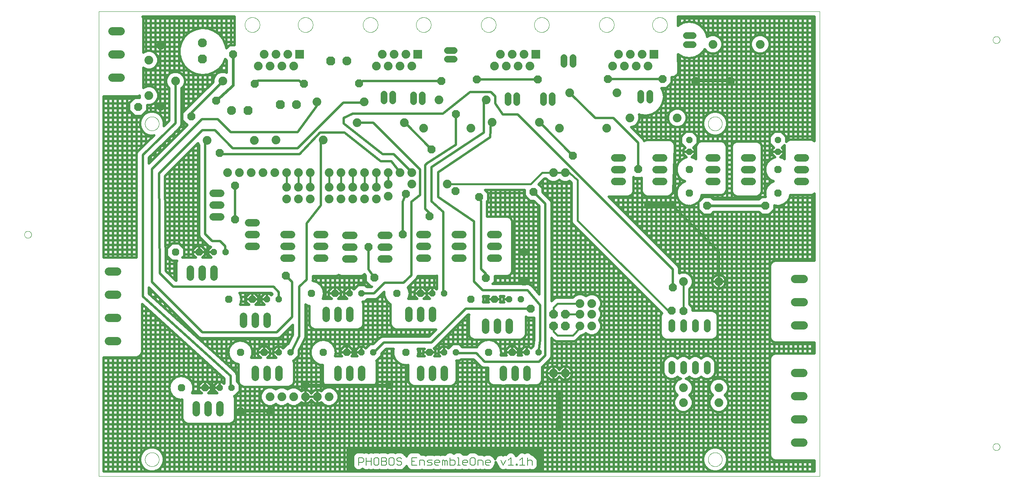
<source format=gtl>
G75*
%MOIN*%
%OFA0B0*%
%FSLAX25Y25*%
%IPPOS*%
%LPD*%
%AMOC8*
5,1,8,0,0,1.08239X$1,22.5*
%
%ADD10C,0.00000*%
%ADD11C,0.00600*%
%ADD12C,0.07400*%
%ADD13R,0.07400X0.07400*%
%ADD14OC8,0.07400*%
%ADD15C,0.07600*%
%ADD16OC8,0.07600*%
%ADD17C,0.05600*%
%ADD18OC8,0.06300*%
%ADD19OC8,0.05600*%
%ADD20C,0.06400*%
%ADD21C,0.07100*%
%ADD22C,0.01600*%
%ADD23C,0.02400*%
%ADD24OC8,0.06756*%
%ADD25C,0.02000*%
D10*
X0131965Y0118933D02*
X0131965Y0512929D01*
X0742201Y0512949D01*
X0742201Y0118933D01*
X0131965Y0118933D01*
X0171138Y0133303D02*
X0171140Y0133456D01*
X0171146Y0133610D01*
X0171156Y0133763D01*
X0171170Y0133915D01*
X0171188Y0134068D01*
X0171210Y0134219D01*
X0171235Y0134370D01*
X0171265Y0134521D01*
X0171299Y0134671D01*
X0171336Y0134819D01*
X0171377Y0134967D01*
X0171422Y0135113D01*
X0171471Y0135259D01*
X0171524Y0135403D01*
X0171580Y0135545D01*
X0171640Y0135686D01*
X0171704Y0135826D01*
X0171771Y0135964D01*
X0171842Y0136100D01*
X0171917Y0136234D01*
X0171994Y0136366D01*
X0172076Y0136496D01*
X0172160Y0136624D01*
X0172248Y0136750D01*
X0172339Y0136873D01*
X0172433Y0136994D01*
X0172531Y0137112D01*
X0172631Y0137228D01*
X0172735Y0137341D01*
X0172841Y0137452D01*
X0172950Y0137560D01*
X0173062Y0137665D01*
X0173176Y0137766D01*
X0173294Y0137865D01*
X0173413Y0137961D01*
X0173535Y0138054D01*
X0173660Y0138143D01*
X0173787Y0138230D01*
X0173916Y0138312D01*
X0174047Y0138392D01*
X0174180Y0138468D01*
X0174315Y0138541D01*
X0174452Y0138610D01*
X0174591Y0138675D01*
X0174731Y0138737D01*
X0174873Y0138795D01*
X0175016Y0138850D01*
X0175161Y0138901D01*
X0175307Y0138948D01*
X0175454Y0138991D01*
X0175602Y0139030D01*
X0175751Y0139066D01*
X0175901Y0139097D01*
X0176052Y0139125D01*
X0176203Y0139149D01*
X0176356Y0139169D01*
X0176508Y0139185D01*
X0176661Y0139197D01*
X0176814Y0139205D01*
X0176967Y0139209D01*
X0177121Y0139209D01*
X0177274Y0139205D01*
X0177427Y0139197D01*
X0177580Y0139185D01*
X0177732Y0139169D01*
X0177885Y0139149D01*
X0178036Y0139125D01*
X0178187Y0139097D01*
X0178337Y0139066D01*
X0178486Y0139030D01*
X0178634Y0138991D01*
X0178781Y0138948D01*
X0178927Y0138901D01*
X0179072Y0138850D01*
X0179215Y0138795D01*
X0179357Y0138737D01*
X0179497Y0138675D01*
X0179636Y0138610D01*
X0179773Y0138541D01*
X0179908Y0138468D01*
X0180041Y0138392D01*
X0180172Y0138312D01*
X0180301Y0138230D01*
X0180428Y0138143D01*
X0180553Y0138054D01*
X0180675Y0137961D01*
X0180794Y0137865D01*
X0180912Y0137766D01*
X0181026Y0137665D01*
X0181138Y0137560D01*
X0181247Y0137452D01*
X0181353Y0137341D01*
X0181457Y0137228D01*
X0181557Y0137112D01*
X0181655Y0136994D01*
X0181749Y0136873D01*
X0181840Y0136750D01*
X0181928Y0136624D01*
X0182012Y0136496D01*
X0182094Y0136366D01*
X0182171Y0136234D01*
X0182246Y0136100D01*
X0182317Y0135964D01*
X0182384Y0135826D01*
X0182448Y0135686D01*
X0182508Y0135545D01*
X0182564Y0135403D01*
X0182617Y0135259D01*
X0182666Y0135113D01*
X0182711Y0134967D01*
X0182752Y0134819D01*
X0182789Y0134671D01*
X0182823Y0134521D01*
X0182853Y0134370D01*
X0182878Y0134219D01*
X0182900Y0134068D01*
X0182918Y0133915D01*
X0182932Y0133763D01*
X0182942Y0133610D01*
X0182948Y0133456D01*
X0182950Y0133303D01*
X0182948Y0133150D01*
X0182942Y0132996D01*
X0182932Y0132843D01*
X0182918Y0132691D01*
X0182900Y0132538D01*
X0182878Y0132387D01*
X0182853Y0132236D01*
X0182823Y0132085D01*
X0182789Y0131935D01*
X0182752Y0131787D01*
X0182711Y0131639D01*
X0182666Y0131493D01*
X0182617Y0131347D01*
X0182564Y0131203D01*
X0182508Y0131061D01*
X0182448Y0130920D01*
X0182384Y0130780D01*
X0182317Y0130642D01*
X0182246Y0130506D01*
X0182171Y0130372D01*
X0182094Y0130240D01*
X0182012Y0130110D01*
X0181928Y0129982D01*
X0181840Y0129856D01*
X0181749Y0129733D01*
X0181655Y0129612D01*
X0181557Y0129494D01*
X0181457Y0129378D01*
X0181353Y0129265D01*
X0181247Y0129154D01*
X0181138Y0129046D01*
X0181026Y0128941D01*
X0180912Y0128840D01*
X0180794Y0128741D01*
X0180675Y0128645D01*
X0180553Y0128552D01*
X0180428Y0128463D01*
X0180301Y0128376D01*
X0180172Y0128294D01*
X0180041Y0128214D01*
X0179908Y0128138D01*
X0179773Y0128065D01*
X0179636Y0127996D01*
X0179497Y0127931D01*
X0179357Y0127869D01*
X0179215Y0127811D01*
X0179072Y0127756D01*
X0178927Y0127705D01*
X0178781Y0127658D01*
X0178634Y0127615D01*
X0178486Y0127576D01*
X0178337Y0127540D01*
X0178187Y0127509D01*
X0178036Y0127481D01*
X0177885Y0127457D01*
X0177732Y0127437D01*
X0177580Y0127421D01*
X0177427Y0127409D01*
X0177274Y0127401D01*
X0177121Y0127397D01*
X0176967Y0127397D01*
X0176814Y0127401D01*
X0176661Y0127409D01*
X0176508Y0127421D01*
X0176356Y0127437D01*
X0176203Y0127457D01*
X0176052Y0127481D01*
X0175901Y0127509D01*
X0175751Y0127540D01*
X0175602Y0127576D01*
X0175454Y0127615D01*
X0175307Y0127658D01*
X0175161Y0127705D01*
X0175016Y0127756D01*
X0174873Y0127811D01*
X0174731Y0127869D01*
X0174591Y0127931D01*
X0174452Y0127996D01*
X0174315Y0128065D01*
X0174180Y0128138D01*
X0174047Y0128214D01*
X0173916Y0128294D01*
X0173787Y0128376D01*
X0173660Y0128463D01*
X0173535Y0128552D01*
X0173413Y0128645D01*
X0173294Y0128741D01*
X0173176Y0128840D01*
X0173062Y0128941D01*
X0172950Y0129046D01*
X0172841Y0129154D01*
X0172735Y0129265D01*
X0172631Y0129378D01*
X0172531Y0129494D01*
X0172433Y0129612D01*
X0172339Y0129733D01*
X0172248Y0129856D01*
X0172160Y0129982D01*
X0172076Y0130110D01*
X0171994Y0130240D01*
X0171917Y0130372D01*
X0171842Y0130506D01*
X0171771Y0130642D01*
X0171704Y0130780D01*
X0171640Y0130920D01*
X0171580Y0131061D01*
X0171524Y0131203D01*
X0171471Y0131347D01*
X0171422Y0131493D01*
X0171377Y0131639D01*
X0171336Y0131787D01*
X0171299Y0131935D01*
X0171265Y0132085D01*
X0171235Y0132236D01*
X0171210Y0132387D01*
X0171188Y0132538D01*
X0171170Y0132691D01*
X0171156Y0132843D01*
X0171146Y0132996D01*
X0171140Y0133150D01*
X0171138Y0133303D01*
X0069012Y0323933D02*
X0069014Y0324041D01*
X0069020Y0324150D01*
X0069030Y0324258D01*
X0069044Y0324365D01*
X0069062Y0324472D01*
X0069083Y0324579D01*
X0069109Y0324684D01*
X0069139Y0324789D01*
X0069172Y0324892D01*
X0069209Y0324994D01*
X0069250Y0325094D01*
X0069294Y0325193D01*
X0069343Y0325291D01*
X0069394Y0325386D01*
X0069449Y0325479D01*
X0069508Y0325571D01*
X0069570Y0325660D01*
X0069635Y0325747D01*
X0069703Y0325831D01*
X0069774Y0325913D01*
X0069848Y0325992D01*
X0069925Y0326068D01*
X0070005Y0326142D01*
X0070088Y0326212D01*
X0070173Y0326280D01*
X0070260Y0326344D01*
X0070350Y0326405D01*
X0070442Y0326463D01*
X0070536Y0326517D01*
X0070632Y0326568D01*
X0070729Y0326615D01*
X0070829Y0326659D01*
X0070930Y0326699D01*
X0071032Y0326735D01*
X0071135Y0326767D01*
X0071240Y0326796D01*
X0071346Y0326820D01*
X0071452Y0326841D01*
X0071559Y0326858D01*
X0071667Y0326871D01*
X0071775Y0326880D01*
X0071884Y0326885D01*
X0071992Y0326886D01*
X0072101Y0326883D01*
X0072209Y0326876D01*
X0072317Y0326865D01*
X0072424Y0326850D01*
X0072531Y0326831D01*
X0072637Y0326808D01*
X0072742Y0326782D01*
X0072847Y0326751D01*
X0072949Y0326717D01*
X0073051Y0326679D01*
X0073151Y0326637D01*
X0073250Y0326592D01*
X0073347Y0326543D01*
X0073441Y0326490D01*
X0073534Y0326434D01*
X0073625Y0326375D01*
X0073714Y0326312D01*
X0073800Y0326247D01*
X0073884Y0326178D01*
X0073965Y0326106D01*
X0074043Y0326031D01*
X0074119Y0325953D01*
X0074192Y0325872D01*
X0074262Y0325789D01*
X0074328Y0325704D01*
X0074392Y0325616D01*
X0074452Y0325525D01*
X0074509Y0325433D01*
X0074562Y0325338D01*
X0074612Y0325242D01*
X0074658Y0325144D01*
X0074701Y0325044D01*
X0074740Y0324943D01*
X0074775Y0324840D01*
X0074807Y0324737D01*
X0074834Y0324632D01*
X0074858Y0324526D01*
X0074878Y0324419D01*
X0074894Y0324312D01*
X0074906Y0324204D01*
X0074914Y0324096D01*
X0074918Y0323987D01*
X0074918Y0323879D01*
X0074914Y0323770D01*
X0074906Y0323662D01*
X0074894Y0323554D01*
X0074878Y0323447D01*
X0074858Y0323340D01*
X0074834Y0323234D01*
X0074807Y0323129D01*
X0074775Y0323026D01*
X0074740Y0322923D01*
X0074701Y0322822D01*
X0074658Y0322722D01*
X0074612Y0322624D01*
X0074562Y0322528D01*
X0074509Y0322433D01*
X0074452Y0322341D01*
X0074392Y0322250D01*
X0074328Y0322162D01*
X0074262Y0322077D01*
X0074192Y0321994D01*
X0074119Y0321913D01*
X0074043Y0321835D01*
X0073965Y0321760D01*
X0073884Y0321688D01*
X0073800Y0321619D01*
X0073714Y0321554D01*
X0073625Y0321491D01*
X0073534Y0321432D01*
X0073442Y0321376D01*
X0073347Y0321323D01*
X0073250Y0321274D01*
X0073151Y0321229D01*
X0073051Y0321187D01*
X0072949Y0321149D01*
X0072847Y0321115D01*
X0072742Y0321084D01*
X0072637Y0321058D01*
X0072531Y0321035D01*
X0072424Y0321016D01*
X0072317Y0321001D01*
X0072209Y0320990D01*
X0072101Y0320983D01*
X0071992Y0320980D01*
X0071884Y0320981D01*
X0071775Y0320986D01*
X0071667Y0320995D01*
X0071559Y0321008D01*
X0071452Y0321025D01*
X0071346Y0321046D01*
X0071240Y0321070D01*
X0071135Y0321099D01*
X0071032Y0321131D01*
X0070930Y0321167D01*
X0070829Y0321207D01*
X0070729Y0321251D01*
X0070632Y0321298D01*
X0070536Y0321349D01*
X0070442Y0321403D01*
X0070350Y0321461D01*
X0070260Y0321522D01*
X0070173Y0321586D01*
X0070088Y0321654D01*
X0070005Y0321724D01*
X0069925Y0321798D01*
X0069848Y0321874D01*
X0069774Y0321953D01*
X0069703Y0322035D01*
X0069635Y0322119D01*
X0069570Y0322206D01*
X0069508Y0322295D01*
X0069449Y0322387D01*
X0069394Y0322480D01*
X0069343Y0322575D01*
X0069294Y0322673D01*
X0069250Y0322772D01*
X0069209Y0322872D01*
X0069172Y0322974D01*
X0069139Y0323077D01*
X0069109Y0323182D01*
X0069083Y0323287D01*
X0069062Y0323394D01*
X0069044Y0323501D01*
X0069030Y0323608D01*
X0069020Y0323716D01*
X0069014Y0323825D01*
X0069012Y0323933D01*
X0171138Y0417949D02*
X0171140Y0418102D01*
X0171146Y0418256D01*
X0171156Y0418409D01*
X0171170Y0418561D01*
X0171188Y0418714D01*
X0171210Y0418865D01*
X0171235Y0419016D01*
X0171265Y0419167D01*
X0171299Y0419317D01*
X0171336Y0419465D01*
X0171377Y0419613D01*
X0171422Y0419759D01*
X0171471Y0419905D01*
X0171524Y0420049D01*
X0171580Y0420191D01*
X0171640Y0420332D01*
X0171704Y0420472D01*
X0171771Y0420610D01*
X0171842Y0420746D01*
X0171917Y0420880D01*
X0171994Y0421012D01*
X0172076Y0421142D01*
X0172160Y0421270D01*
X0172248Y0421396D01*
X0172339Y0421519D01*
X0172433Y0421640D01*
X0172531Y0421758D01*
X0172631Y0421874D01*
X0172735Y0421987D01*
X0172841Y0422098D01*
X0172950Y0422206D01*
X0173062Y0422311D01*
X0173176Y0422412D01*
X0173294Y0422511D01*
X0173413Y0422607D01*
X0173535Y0422700D01*
X0173660Y0422789D01*
X0173787Y0422876D01*
X0173916Y0422958D01*
X0174047Y0423038D01*
X0174180Y0423114D01*
X0174315Y0423187D01*
X0174452Y0423256D01*
X0174591Y0423321D01*
X0174731Y0423383D01*
X0174873Y0423441D01*
X0175016Y0423496D01*
X0175161Y0423547D01*
X0175307Y0423594D01*
X0175454Y0423637D01*
X0175602Y0423676D01*
X0175751Y0423712D01*
X0175901Y0423743D01*
X0176052Y0423771D01*
X0176203Y0423795D01*
X0176356Y0423815D01*
X0176508Y0423831D01*
X0176661Y0423843D01*
X0176814Y0423851D01*
X0176967Y0423855D01*
X0177121Y0423855D01*
X0177274Y0423851D01*
X0177427Y0423843D01*
X0177580Y0423831D01*
X0177732Y0423815D01*
X0177885Y0423795D01*
X0178036Y0423771D01*
X0178187Y0423743D01*
X0178337Y0423712D01*
X0178486Y0423676D01*
X0178634Y0423637D01*
X0178781Y0423594D01*
X0178927Y0423547D01*
X0179072Y0423496D01*
X0179215Y0423441D01*
X0179357Y0423383D01*
X0179497Y0423321D01*
X0179636Y0423256D01*
X0179773Y0423187D01*
X0179908Y0423114D01*
X0180041Y0423038D01*
X0180172Y0422958D01*
X0180301Y0422876D01*
X0180428Y0422789D01*
X0180553Y0422700D01*
X0180675Y0422607D01*
X0180794Y0422511D01*
X0180912Y0422412D01*
X0181026Y0422311D01*
X0181138Y0422206D01*
X0181247Y0422098D01*
X0181353Y0421987D01*
X0181457Y0421874D01*
X0181557Y0421758D01*
X0181655Y0421640D01*
X0181749Y0421519D01*
X0181840Y0421396D01*
X0181928Y0421270D01*
X0182012Y0421142D01*
X0182094Y0421012D01*
X0182171Y0420880D01*
X0182246Y0420746D01*
X0182317Y0420610D01*
X0182384Y0420472D01*
X0182448Y0420332D01*
X0182508Y0420191D01*
X0182564Y0420049D01*
X0182617Y0419905D01*
X0182666Y0419759D01*
X0182711Y0419613D01*
X0182752Y0419465D01*
X0182789Y0419317D01*
X0182823Y0419167D01*
X0182853Y0419016D01*
X0182878Y0418865D01*
X0182900Y0418714D01*
X0182918Y0418561D01*
X0182932Y0418409D01*
X0182942Y0418256D01*
X0182948Y0418102D01*
X0182950Y0417949D01*
X0182948Y0417796D01*
X0182942Y0417642D01*
X0182932Y0417489D01*
X0182918Y0417337D01*
X0182900Y0417184D01*
X0182878Y0417033D01*
X0182853Y0416882D01*
X0182823Y0416731D01*
X0182789Y0416581D01*
X0182752Y0416433D01*
X0182711Y0416285D01*
X0182666Y0416139D01*
X0182617Y0415993D01*
X0182564Y0415849D01*
X0182508Y0415707D01*
X0182448Y0415566D01*
X0182384Y0415426D01*
X0182317Y0415288D01*
X0182246Y0415152D01*
X0182171Y0415018D01*
X0182094Y0414886D01*
X0182012Y0414756D01*
X0181928Y0414628D01*
X0181840Y0414502D01*
X0181749Y0414379D01*
X0181655Y0414258D01*
X0181557Y0414140D01*
X0181457Y0414024D01*
X0181353Y0413911D01*
X0181247Y0413800D01*
X0181138Y0413692D01*
X0181026Y0413587D01*
X0180912Y0413486D01*
X0180794Y0413387D01*
X0180675Y0413291D01*
X0180553Y0413198D01*
X0180428Y0413109D01*
X0180301Y0413022D01*
X0180172Y0412940D01*
X0180041Y0412860D01*
X0179908Y0412784D01*
X0179773Y0412711D01*
X0179636Y0412642D01*
X0179497Y0412577D01*
X0179357Y0412515D01*
X0179215Y0412457D01*
X0179072Y0412402D01*
X0178927Y0412351D01*
X0178781Y0412304D01*
X0178634Y0412261D01*
X0178486Y0412222D01*
X0178337Y0412186D01*
X0178187Y0412155D01*
X0178036Y0412127D01*
X0177885Y0412103D01*
X0177732Y0412083D01*
X0177580Y0412067D01*
X0177427Y0412055D01*
X0177274Y0412047D01*
X0177121Y0412043D01*
X0176967Y0412043D01*
X0176814Y0412047D01*
X0176661Y0412055D01*
X0176508Y0412067D01*
X0176356Y0412083D01*
X0176203Y0412103D01*
X0176052Y0412127D01*
X0175901Y0412155D01*
X0175751Y0412186D01*
X0175602Y0412222D01*
X0175454Y0412261D01*
X0175307Y0412304D01*
X0175161Y0412351D01*
X0175016Y0412402D01*
X0174873Y0412457D01*
X0174731Y0412515D01*
X0174591Y0412577D01*
X0174452Y0412642D01*
X0174315Y0412711D01*
X0174180Y0412784D01*
X0174047Y0412860D01*
X0173916Y0412940D01*
X0173787Y0413022D01*
X0173660Y0413109D01*
X0173535Y0413198D01*
X0173413Y0413291D01*
X0173294Y0413387D01*
X0173176Y0413486D01*
X0173062Y0413587D01*
X0172950Y0413692D01*
X0172841Y0413800D01*
X0172735Y0413911D01*
X0172631Y0414024D01*
X0172531Y0414140D01*
X0172433Y0414258D01*
X0172339Y0414379D01*
X0172248Y0414502D01*
X0172160Y0414628D01*
X0172076Y0414756D01*
X0171994Y0414886D01*
X0171917Y0415018D01*
X0171842Y0415152D01*
X0171771Y0415288D01*
X0171704Y0415426D01*
X0171640Y0415566D01*
X0171580Y0415707D01*
X0171524Y0415849D01*
X0171471Y0415993D01*
X0171422Y0416139D01*
X0171377Y0416285D01*
X0171336Y0416433D01*
X0171299Y0416581D01*
X0171265Y0416731D01*
X0171235Y0416882D01*
X0171210Y0417033D01*
X0171188Y0417184D01*
X0171170Y0417337D01*
X0171156Y0417489D01*
X0171146Y0417642D01*
X0171140Y0417796D01*
X0171138Y0417949D01*
X0255666Y0501728D02*
X0255668Y0501886D01*
X0255674Y0502044D01*
X0255684Y0502202D01*
X0255698Y0502360D01*
X0255716Y0502517D01*
X0255737Y0502674D01*
X0255763Y0502830D01*
X0255793Y0502986D01*
X0255826Y0503141D01*
X0255864Y0503294D01*
X0255905Y0503447D01*
X0255950Y0503599D01*
X0255999Y0503750D01*
X0256052Y0503899D01*
X0256108Y0504047D01*
X0256168Y0504193D01*
X0256232Y0504338D01*
X0256300Y0504481D01*
X0256371Y0504623D01*
X0256445Y0504763D01*
X0256523Y0504900D01*
X0256605Y0505036D01*
X0256689Y0505170D01*
X0256778Y0505301D01*
X0256869Y0505430D01*
X0256964Y0505557D01*
X0257061Y0505682D01*
X0257162Y0505804D01*
X0257266Y0505923D01*
X0257373Y0506040D01*
X0257483Y0506154D01*
X0257596Y0506265D01*
X0257711Y0506374D01*
X0257829Y0506479D01*
X0257950Y0506581D01*
X0258073Y0506681D01*
X0258199Y0506777D01*
X0258327Y0506870D01*
X0258457Y0506960D01*
X0258590Y0507046D01*
X0258725Y0507130D01*
X0258861Y0507209D01*
X0259000Y0507286D01*
X0259141Y0507358D01*
X0259283Y0507428D01*
X0259427Y0507493D01*
X0259573Y0507555D01*
X0259720Y0507613D01*
X0259869Y0507668D01*
X0260019Y0507719D01*
X0260170Y0507766D01*
X0260322Y0507809D01*
X0260475Y0507848D01*
X0260630Y0507884D01*
X0260785Y0507915D01*
X0260941Y0507943D01*
X0261097Y0507967D01*
X0261254Y0507987D01*
X0261412Y0508003D01*
X0261569Y0508015D01*
X0261728Y0508023D01*
X0261886Y0508027D01*
X0262044Y0508027D01*
X0262202Y0508023D01*
X0262361Y0508015D01*
X0262518Y0508003D01*
X0262676Y0507987D01*
X0262833Y0507967D01*
X0262989Y0507943D01*
X0263145Y0507915D01*
X0263300Y0507884D01*
X0263455Y0507848D01*
X0263608Y0507809D01*
X0263760Y0507766D01*
X0263911Y0507719D01*
X0264061Y0507668D01*
X0264210Y0507613D01*
X0264357Y0507555D01*
X0264503Y0507493D01*
X0264647Y0507428D01*
X0264789Y0507358D01*
X0264930Y0507286D01*
X0265069Y0507209D01*
X0265205Y0507130D01*
X0265340Y0507046D01*
X0265473Y0506960D01*
X0265603Y0506870D01*
X0265731Y0506777D01*
X0265857Y0506681D01*
X0265980Y0506581D01*
X0266101Y0506479D01*
X0266219Y0506374D01*
X0266334Y0506265D01*
X0266447Y0506154D01*
X0266557Y0506040D01*
X0266664Y0505923D01*
X0266768Y0505804D01*
X0266869Y0505682D01*
X0266966Y0505557D01*
X0267061Y0505430D01*
X0267152Y0505301D01*
X0267241Y0505170D01*
X0267325Y0505036D01*
X0267407Y0504900D01*
X0267485Y0504763D01*
X0267559Y0504623D01*
X0267630Y0504481D01*
X0267698Y0504338D01*
X0267762Y0504193D01*
X0267822Y0504047D01*
X0267878Y0503899D01*
X0267931Y0503750D01*
X0267980Y0503599D01*
X0268025Y0503447D01*
X0268066Y0503294D01*
X0268104Y0503141D01*
X0268137Y0502986D01*
X0268167Y0502830D01*
X0268193Y0502674D01*
X0268214Y0502517D01*
X0268232Y0502360D01*
X0268246Y0502202D01*
X0268256Y0502044D01*
X0268262Y0501886D01*
X0268264Y0501728D01*
X0268262Y0501570D01*
X0268256Y0501412D01*
X0268246Y0501254D01*
X0268232Y0501096D01*
X0268214Y0500939D01*
X0268193Y0500782D01*
X0268167Y0500626D01*
X0268137Y0500470D01*
X0268104Y0500315D01*
X0268066Y0500162D01*
X0268025Y0500009D01*
X0267980Y0499857D01*
X0267931Y0499706D01*
X0267878Y0499557D01*
X0267822Y0499409D01*
X0267762Y0499263D01*
X0267698Y0499118D01*
X0267630Y0498975D01*
X0267559Y0498833D01*
X0267485Y0498693D01*
X0267407Y0498556D01*
X0267325Y0498420D01*
X0267241Y0498286D01*
X0267152Y0498155D01*
X0267061Y0498026D01*
X0266966Y0497899D01*
X0266869Y0497774D01*
X0266768Y0497652D01*
X0266664Y0497533D01*
X0266557Y0497416D01*
X0266447Y0497302D01*
X0266334Y0497191D01*
X0266219Y0497082D01*
X0266101Y0496977D01*
X0265980Y0496875D01*
X0265857Y0496775D01*
X0265731Y0496679D01*
X0265603Y0496586D01*
X0265473Y0496496D01*
X0265340Y0496410D01*
X0265205Y0496326D01*
X0265069Y0496247D01*
X0264930Y0496170D01*
X0264789Y0496098D01*
X0264647Y0496028D01*
X0264503Y0495963D01*
X0264357Y0495901D01*
X0264210Y0495843D01*
X0264061Y0495788D01*
X0263911Y0495737D01*
X0263760Y0495690D01*
X0263608Y0495647D01*
X0263455Y0495608D01*
X0263300Y0495572D01*
X0263145Y0495541D01*
X0262989Y0495513D01*
X0262833Y0495489D01*
X0262676Y0495469D01*
X0262518Y0495453D01*
X0262361Y0495441D01*
X0262202Y0495433D01*
X0262044Y0495429D01*
X0261886Y0495429D01*
X0261728Y0495433D01*
X0261569Y0495441D01*
X0261412Y0495453D01*
X0261254Y0495469D01*
X0261097Y0495489D01*
X0260941Y0495513D01*
X0260785Y0495541D01*
X0260630Y0495572D01*
X0260475Y0495608D01*
X0260322Y0495647D01*
X0260170Y0495690D01*
X0260019Y0495737D01*
X0259869Y0495788D01*
X0259720Y0495843D01*
X0259573Y0495901D01*
X0259427Y0495963D01*
X0259283Y0496028D01*
X0259141Y0496098D01*
X0259000Y0496170D01*
X0258861Y0496247D01*
X0258725Y0496326D01*
X0258590Y0496410D01*
X0258457Y0496496D01*
X0258327Y0496586D01*
X0258199Y0496679D01*
X0258073Y0496775D01*
X0257950Y0496875D01*
X0257829Y0496977D01*
X0257711Y0497082D01*
X0257596Y0497191D01*
X0257483Y0497302D01*
X0257373Y0497416D01*
X0257266Y0497533D01*
X0257162Y0497652D01*
X0257061Y0497774D01*
X0256964Y0497899D01*
X0256869Y0498026D01*
X0256778Y0498155D01*
X0256689Y0498286D01*
X0256605Y0498420D01*
X0256523Y0498556D01*
X0256445Y0498693D01*
X0256371Y0498833D01*
X0256300Y0498975D01*
X0256232Y0499118D01*
X0256168Y0499263D01*
X0256108Y0499409D01*
X0256052Y0499557D01*
X0255999Y0499706D01*
X0255950Y0499857D01*
X0255905Y0500009D01*
X0255864Y0500162D01*
X0255826Y0500315D01*
X0255793Y0500470D01*
X0255763Y0500626D01*
X0255737Y0500782D01*
X0255716Y0500939D01*
X0255698Y0501096D01*
X0255684Y0501254D01*
X0255674Y0501412D01*
X0255668Y0501570D01*
X0255666Y0501728D01*
X0300666Y0501728D02*
X0300668Y0501886D01*
X0300674Y0502044D01*
X0300684Y0502202D01*
X0300698Y0502360D01*
X0300716Y0502517D01*
X0300737Y0502674D01*
X0300763Y0502830D01*
X0300793Y0502986D01*
X0300826Y0503141D01*
X0300864Y0503294D01*
X0300905Y0503447D01*
X0300950Y0503599D01*
X0300999Y0503750D01*
X0301052Y0503899D01*
X0301108Y0504047D01*
X0301168Y0504193D01*
X0301232Y0504338D01*
X0301300Y0504481D01*
X0301371Y0504623D01*
X0301445Y0504763D01*
X0301523Y0504900D01*
X0301605Y0505036D01*
X0301689Y0505170D01*
X0301778Y0505301D01*
X0301869Y0505430D01*
X0301964Y0505557D01*
X0302061Y0505682D01*
X0302162Y0505804D01*
X0302266Y0505923D01*
X0302373Y0506040D01*
X0302483Y0506154D01*
X0302596Y0506265D01*
X0302711Y0506374D01*
X0302829Y0506479D01*
X0302950Y0506581D01*
X0303073Y0506681D01*
X0303199Y0506777D01*
X0303327Y0506870D01*
X0303457Y0506960D01*
X0303590Y0507046D01*
X0303725Y0507130D01*
X0303861Y0507209D01*
X0304000Y0507286D01*
X0304141Y0507358D01*
X0304283Y0507428D01*
X0304427Y0507493D01*
X0304573Y0507555D01*
X0304720Y0507613D01*
X0304869Y0507668D01*
X0305019Y0507719D01*
X0305170Y0507766D01*
X0305322Y0507809D01*
X0305475Y0507848D01*
X0305630Y0507884D01*
X0305785Y0507915D01*
X0305941Y0507943D01*
X0306097Y0507967D01*
X0306254Y0507987D01*
X0306412Y0508003D01*
X0306569Y0508015D01*
X0306728Y0508023D01*
X0306886Y0508027D01*
X0307044Y0508027D01*
X0307202Y0508023D01*
X0307361Y0508015D01*
X0307518Y0508003D01*
X0307676Y0507987D01*
X0307833Y0507967D01*
X0307989Y0507943D01*
X0308145Y0507915D01*
X0308300Y0507884D01*
X0308455Y0507848D01*
X0308608Y0507809D01*
X0308760Y0507766D01*
X0308911Y0507719D01*
X0309061Y0507668D01*
X0309210Y0507613D01*
X0309357Y0507555D01*
X0309503Y0507493D01*
X0309647Y0507428D01*
X0309789Y0507358D01*
X0309930Y0507286D01*
X0310069Y0507209D01*
X0310205Y0507130D01*
X0310340Y0507046D01*
X0310473Y0506960D01*
X0310603Y0506870D01*
X0310731Y0506777D01*
X0310857Y0506681D01*
X0310980Y0506581D01*
X0311101Y0506479D01*
X0311219Y0506374D01*
X0311334Y0506265D01*
X0311447Y0506154D01*
X0311557Y0506040D01*
X0311664Y0505923D01*
X0311768Y0505804D01*
X0311869Y0505682D01*
X0311966Y0505557D01*
X0312061Y0505430D01*
X0312152Y0505301D01*
X0312241Y0505170D01*
X0312325Y0505036D01*
X0312407Y0504900D01*
X0312485Y0504763D01*
X0312559Y0504623D01*
X0312630Y0504481D01*
X0312698Y0504338D01*
X0312762Y0504193D01*
X0312822Y0504047D01*
X0312878Y0503899D01*
X0312931Y0503750D01*
X0312980Y0503599D01*
X0313025Y0503447D01*
X0313066Y0503294D01*
X0313104Y0503141D01*
X0313137Y0502986D01*
X0313167Y0502830D01*
X0313193Y0502674D01*
X0313214Y0502517D01*
X0313232Y0502360D01*
X0313246Y0502202D01*
X0313256Y0502044D01*
X0313262Y0501886D01*
X0313264Y0501728D01*
X0313262Y0501570D01*
X0313256Y0501412D01*
X0313246Y0501254D01*
X0313232Y0501096D01*
X0313214Y0500939D01*
X0313193Y0500782D01*
X0313167Y0500626D01*
X0313137Y0500470D01*
X0313104Y0500315D01*
X0313066Y0500162D01*
X0313025Y0500009D01*
X0312980Y0499857D01*
X0312931Y0499706D01*
X0312878Y0499557D01*
X0312822Y0499409D01*
X0312762Y0499263D01*
X0312698Y0499118D01*
X0312630Y0498975D01*
X0312559Y0498833D01*
X0312485Y0498693D01*
X0312407Y0498556D01*
X0312325Y0498420D01*
X0312241Y0498286D01*
X0312152Y0498155D01*
X0312061Y0498026D01*
X0311966Y0497899D01*
X0311869Y0497774D01*
X0311768Y0497652D01*
X0311664Y0497533D01*
X0311557Y0497416D01*
X0311447Y0497302D01*
X0311334Y0497191D01*
X0311219Y0497082D01*
X0311101Y0496977D01*
X0310980Y0496875D01*
X0310857Y0496775D01*
X0310731Y0496679D01*
X0310603Y0496586D01*
X0310473Y0496496D01*
X0310340Y0496410D01*
X0310205Y0496326D01*
X0310069Y0496247D01*
X0309930Y0496170D01*
X0309789Y0496098D01*
X0309647Y0496028D01*
X0309503Y0495963D01*
X0309357Y0495901D01*
X0309210Y0495843D01*
X0309061Y0495788D01*
X0308911Y0495737D01*
X0308760Y0495690D01*
X0308608Y0495647D01*
X0308455Y0495608D01*
X0308300Y0495572D01*
X0308145Y0495541D01*
X0307989Y0495513D01*
X0307833Y0495489D01*
X0307676Y0495469D01*
X0307518Y0495453D01*
X0307361Y0495441D01*
X0307202Y0495433D01*
X0307044Y0495429D01*
X0306886Y0495429D01*
X0306728Y0495433D01*
X0306569Y0495441D01*
X0306412Y0495453D01*
X0306254Y0495469D01*
X0306097Y0495489D01*
X0305941Y0495513D01*
X0305785Y0495541D01*
X0305630Y0495572D01*
X0305475Y0495608D01*
X0305322Y0495647D01*
X0305170Y0495690D01*
X0305019Y0495737D01*
X0304869Y0495788D01*
X0304720Y0495843D01*
X0304573Y0495901D01*
X0304427Y0495963D01*
X0304283Y0496028D01*
X0304141Y0496098D01*
X0304000Y0496170D01*
X0303861Y0496247D01*
X0303725Y0496326D01*
X0303590Y0496410D01*
X0303457Y0496496D01*
X0303327Y0496586D01*
X0303199Y0496679D01*
X0303073Y0496775D01*
X0302950Y0496875D01*
X0302829Y0496977D01*
X0302711Y0497082D01*
X0302596Y0497191D01*
X0302483Y0497302D01*
X0302373Y0497416D01*
X0302266Y0497533D01*
X0302162Y0497652D01*
X0302061Y0497774D01*
X0301964Y0497899D01*
X0301869Y0498026D01*
X0301778Y0498155D01*
X0301689Y0498286D01*
X0301605Y0498420D01*
X0301523Y0498556D01*
X0301445Y0498693D01*
X0301371Y0498833D01*
X0301300Y0498975D01*
X0301232Y0499118D01*
X0301168Y0499263D01*
X0301108Y0499409D01*
X0301052Y0499557D01*
X0300999Y0499706D01*
X0300950Y0499857D01*
X0300905Y0500009D01*
X0300864Y0500162D01*
X0300826Y0500315D01*
X0300793Y0500470D01*
X0300763Y0500626D01*
X0300737Y0500782D01*
X0300716Y0500939D01*
X0300698Y0501096D01*
X0300684Y0501254D01*
X0300674Y0501412D01*
X0300668Y0501570D01*
X0300666Y0501728D01*
X0355666Y0501728D02*
X0355668Y0501886D01*
X0355674Y0502044D01*
X0355684Y0502202D01*
X0355698Y0502360D01*
X0355716Y0502517D01*
X0355737Y0502674D01*
X0355763Y0502830D01*
X0355793Y0502986D01*
X0355826Y0503141D01*
X0355864Y0503294D01*
X0355905Y0503447D01*
X0355950Y0503599D01*
X0355999Y0503750D01*
X0356052Y0503899D01*
X0356108Y0504047D01*
X0356168Y0504193D01*
X0356232Y0504338D01*
X0356300Y0504481D01*
X0356371Y0504623D01*
X0356445Y0504763D01*
X0356523Y0504900D01*
X0356605Y0505036D01*
X0356689Y0505170D01*
X0356778Y0505301D01*
X0356869Y0505430D01*
X0356964Y0505557D01*
X0357061Y0505682D01*
X0357162Y0505804D01*
X0357266Y0505923D01*
X0357373Y0506040D01*
X0357483Y0506154D01*
X0357596Y0506265D01*
X0357711Y0506374D01*
X0357829Y0506479D01*
X0357950Y0506581D01*
X0358073Y0506681D01*
X0358199Y0506777D01*
X0358327Y0506870D01*
X0358457Y0506960D01*
X0358590Y0507046D01*
X0358725Y0507130D01*
X0358861Y0507209D01*
X0359000Y0507286D01*
X0359141Y0507358D01*
X0359283Y0507428D01*
X0359427Y0507493D01*
X0359573Y0507555D01*
X0359720Y0507613D01*
X0359869Y0507668D01*
X0360019Y0507719D01*
X0360170Y0507766D01*
X0360322Y0507809D01*
X0360475Y0507848D01*
X0360630Y0507884D01*
X0360785Y0507915D01*
X0360941Y0507943D01*
X0361097Y0507967D01*
X0361254Y0507987D01*
X0361412Y0508003D01*
X0361569Y0508015D01*
X0361728Y0508023D01*
X0361886Y0508027D01*
X0362044Y0508027D01*
X0362202Y0508023D01*
X0362361Y0508015D01*
X0362518Y0508003D01*
X0362676Y0507987D01*
X0362833Y0507967D01*
X0362989Y0507943D01*
X0363145Y0507915D01*
X0363300Y0507884D01*
X0363455Y0507848D01*
X0363608Y0507809D01*
X0363760Y0507766D01*
X0363911Y0507719D01*
X0364061Y0507668D01*
X0364210Y0507613D01*
X0364357Y0507555D01*
X0364503Y0507493D01*
X0364647Y0507428D01*
X0364789Y0507358D01*
X0364930Y0507286D01*
X0365069Y0507209D01*
X0365205Y0507130D01*
X0365340Y0507046D01*
X0365473Y0506960D01*
X0365603Y0506870D01*
X0365731Y0506777D01*
X0365857Y0506681D01*
X0365980Y0506581D01*
X0366101Y0506479D01*
X0366219Y0506374D01*
X0366334Y0506265D01*
X0366447Y0506154D01*
X0366557Y0506040D01*
X0366664Y0505923D01*
X0366768Y0505804D01*
X0366869Y0505682D01*
X0366966Y0505557D01*
X0367061Y0505430D01*
X0367152Y0505301D01*
X0367241Y0505170D01*
X0367325Y0505036D01*
X0367407Y0504900D01*
X0367485Y0504763D01*
X0367559Y0504623D01*
X0367630Y0504481D01*
X0367698Y0504338D01*
X0367762Y0504193D01*
X0367822Y0504047D01*
X0367878Y0503899D01*
X0367931Y0503750D01*
X0367980Y0503599D01*
X0368025Y0503447D01*
X0368066Y0503294D01*
X0368104Y0503141D01*
X0368137Y0502986D01*
X0368167Y0502830D01*
X0368193Y0502674D01*
X0368214Y0502517D01*
X0368232Y0502360D01*
X0368246Y0502202D01*
X0368256Y0502044D01*
X0368262Y0501886D01*
X0368264Y0501728D01*
X0368262Y0501570D01*
X0368256Y0501412D01*
X0368246Y0501254D01*
X0368232Y0501096D01*
X0368214Y0500939D01*
X0368193Y0500782D01*
X0368167Y0500626D01*
X0368137Y0500470D01*
X0368104Y0500315D01*
X0368066Y0500162D01*
X0368025Y0500009D01*
X0367980Y0499857D01*
X0367931Y0499706D01*
X0367878Y0499557D01*
X0367822Y0499409D01*
X0367762Y0499263D01*
X0367698Y0499118D01*
X0367630Y0498975D01*
X0367559Y0498833D01*
X0367485Y0498693D01*
X0367407Y0498556D01*
X0367325Y0498420D01*
X0367241Y0498286D01*
X0367152Y0498155D01*
X0367061Y0498026D01*
X0366966Y0497899D01*
X0366869Y0497774D01*
X0366768Y0497652D01*
X0366664Y0497533D01*
X0366557Y0497416D01*
X0366447Y0497302D01*
X0366334Y0497191D01*
X0366219Y0497082D01*
X0366101Y0496977D01*
X0365980Y0496875D01*
X0365857Y0496775D01*
X0365731Y0496679D01*
X0365603Y0496586D01*
X0365473Y0496496D01*
X0365340Y0496410D01*
X0365205Y0496326D01*
X0365069Y0496247D01*
X0364930Y0496170D01*
X0364789Y0496098D01*
X0364647Y0496028D01*
X0364503Y0495963D01*
X0364357Y0495901D01*
X0364210Y0495843D01*
X0364061Y0495788D01*
X0363911Y0495737D01*
X0363760Y0495690D01*
X0363608Y0495647D01*
X0363455Y0495608D01*
X0363300Y0495572D01*
X0363145Y0495541D01*
X0362989Y0495513D01*
X0362833Y0495489D01*
X0362676Y0495469D01*
X0362518Y0495453D01*
X0362361Y0495441D01*
X0362202Y0495433D01*
X0362044Y0495429D01*
X0361886Y0495429D01*
X0361728Y0495433D01*
X0361569Y0495441D01*
X0361412Y0495453D01*
X0361254Y0495469D01*
X0361097Y0495489D01*
X0360941Y0495513D01*
X0360785Y0495541D01*
X0360630Y0495572D01*
X0360475Y0495608D01*
X0360322Y0495647D01*
X0360170Y0495690D01*
X0360019Y0495737D01*
X0359869Y0495788D01*
X0359720Y0495843D01*
X0359573Y0495901D01*
X0359427Y0495963D01*
X0359283Y0496028D01*
X0359141Y0496098D01*
X0359000Y0496170D01*
X0358861Y0496247D01*
X0358725Y0496326D01*
X0358590Y0496410D01*
X0358457Y0496496D01*
X0358327Y0496586D01*
X0358199Y0496679D01*
X0358073Y0496775D01*
X0357950Y0496875D01*
X0357829Y0496977D01*
X0357711Y0497082D01*
X0357596Y0497191D01*
X0357483Y0497302D01*
X0357373Y0497416D01*
X0357266Y0497533D01*
X0357162Y0497652D01*
X0357061Y0497774D01*
X0356964Y0497899D01*
X0356869Y0498026D01*
X0356778Y0498155D01*
X0356689Y0498286D01*
X0356605Y0498420D01*
X0356523Y0498556D01*
X0356445Y0498693D01*
X0356371Y0498833D01*
X0356300Y0498975D01*
X0356232Y0499118D01*
X0356168Y0499263D01*
X0356108Y0499409D01*
X0356052Y0499557D01*
X0355999Y0499706D01*
X0355950Y0499857D01*
X0355905Y0500009D01*
X0355864Y0500162D01*
X0355826Y0500315D01*
X0355793Y0500470D01*
X0355763Y0500626D01*
X0355737Y0500782D01*
X0355716Y0500939D01*
X0355698Y0501096D01*
X0355684Y0501254D01*
X0355674Y0501412D01*
X0355668Y0501570D01*
X0355666Y0501728D01*
X0400666Y0501728D02*
X0400668Y0501886D01*
X0400674Y0502044D01*
X0400684Y0502202D01*
X0400698Y0502360D01*
X0400716Y0502517D01*
X0400737Y0502674D01*
X0400763Y0502830D01*
X0400793Y0502986D01*
X0400826Y0503141D01*
X0400864Y0503294D01*
X0400905Y0503447D01*
X0400950Y0503599D01*
X0400999Y0503750D01*
X0401052Y0503899D01*
X0401108Y0504047D01*
X0401168Y0504193D01*
X0401232Y0504338D01*
X0401300Y0504481D01*
X0401371Y0504623D01*
X0401445Y0504763D01*
X0401523Y0504900D01*
X0401605Y0505036D01*
X0401689Y0505170D01*
X0401778Y0505301D01*
X0401869Y0505430D01*
X0401964Y0505557D01*
X0402061Y0505682D01*
X0402162Y0505804D01*
X0402266Y0505923D01*
X0402373Y0506040D01*
X0402483Y0506154D01*
X0402596Y0506265D01*
X0402711Y0506374D01*
X0402829Y0506479D01*
X0402950Y0506581D01*
X0403073Y0506681D01*
X0403199Y0506777D01*
X0403327Y0506870D01*
X0403457Y0506960D01*
X0403590Y0507046D01*
X0403725Y0507130D01*
X0403861Y0507209D01*
X0404000Y0507286D01*
X0404141Y0507358D01*
X0404283Y0507428D01*
X0404427Y0507493D01*
X0404573Y0507555D01*
X0404720Y0507613D01*
X0404869Y0507668D01*
X0405019Y0507719D01*
X0405170Y0507766D01*
X0405322Y0507809D01*
X0405475Y0507848D01*
X0405630Y0507884D01*
X0405785Y0507915D01*
X0405941Y0507943D01*
X0406097Y0507967D01*
X0406254Y0507987D01*
X0406412Y0508003D01*
X0406569Y0508015D01*
X0406728Y0508023D01*
X0406886Y0508027D01*
X0407044Y0508027D01*
X0407202Y0508023D01*
X0407361Y0508015D01*
X0407518Y0508003D01*
X0407676Y0507987D01*
X0407833Y0507967D01*
X0407989Y0507943D01*
X0408145Y0507915D01*
X0408300Y0507884D01*
X0408455Y0507848D01*
X0408608Y0507809D01*
X0408760Y0507766D01*
X0408911Y0507719D01*
X0409061Y0507668D01*
X0409210Y0507613D01*
X0409357Y0507555D01*
X0409503Y0507493D01*
X0409647Y0507428D01*
X0409789Y0507358D01*
X0409930Y0507286D01*
X0410069Y0507209D01*
X0410205Y0507130D01*
X0410340Y0507046D01*
X0410473Y0506960D01*
X0410603Y0506870D01*
X0410731Y0506777D01*
X0410857Y0506681D01*
X0410980Y0506581D01*
X0411101Y0506479D01*
X0411219Y0506374D01*
X0411334Y0506265D01*
X0411447Y0506154D01*
X0411557Y0506040D01*
X0411664Y0505923D01*
X0411768Y0505804D01*
X0411869Y0505682D01*
X0411966Y0505557D01*
X0412061Y0505430D01*
X0412152Y0505301D01*
X0412241Y0505170D01*
X0412325Y0505036D01*
X0412407Y0504900D01*
X0412485Y0504763D01*
X0412559Y0504623D01*
X0412630Y0504481D01*
X0412698Y0504338D01*
X0412762Y0504193D01*
X0412822Y0504047D01*
X0412878Y0503899D01*
X0412931Y0503750D01*
X0412980Y0503599D01*
X0413025Y0503447D01*
X0413066Y0503294D01*
X0413104Y0503141D01*
X0413137Y0502986D01*
X0413167Y0502830D01*
X0413193Y0502674D01*
X0413214Y0502517D01*
X0413232Y0502360D01*
X0413246Y0502202D01*
X0413256Y0502044D01*
X0413262Y0501886D01*
X0413264Y0501728D01*
X0413262Y0501570D01*
X0413256Y0501412D01*
X0413246Y0501254D01*
X0413232Y0501096D01*
X0413214Y0500939D01*
X0413193Y0500782D01*
X0413167Y0500626D01*
X0413137Y0500470D01*
X0413104Y0500315D01*
X0413066Y0500162D01*
X0413025Y0500009D01*
X0412980Y0499857D01*
X0412931Y0499706D01*
X0412878Y0499557D01*
X0412822Y0499409D01*
X0412762Y0499263D01*
X0412698Y0499118D01*
X0412630Y0498975D01*
X0412559Y0498833D01*
X0412485Y0498693D01*
X0412407Y0498556D01*
X0412325Y0498420D01*
X0412241Y0498286D01*
X0412152Y0498155D01*
X0412061Y0498026D01*
X0411966Y0497899D01*
X0411869Y0497774D01*
X0411768Y0497652D01*
X0411664Y0497533D01*
X0411557Y0497416D01*
X0411447Y0497302D01*
X0411334Y0497191D01*
X0411219Y0497082D01*
X0411101Y0496977D01*
X0410980Y0496875D01*
X0410857Y0496775D01*
X0410731Y0496679D01*
X0410603Y0496586D01*
X0410473Y0496496D01*
X0410340Y0496410D01*
X0410205Y0496326D01*
X0410069Y0496247D01*
X0409930Y0496170D01*
X0409789Y0496098D01*
X0409647Y0496028D01*
X0409503Y0495963D01*
X0409357Y0495901D01*
X0409210Y0495843D01*
X0409061Y0495788D01*
X0408911Y0495737D01*
X0408760Y0495690D01*
X0408608Y0495647D01*
X0408455Y0495608D01*
X0408300Y0495572D01*
X0408145Y0495541D01*
X0407989Y0495513D01*
X0407833Y0495489D01*
X0407676Y0495469D01*
X0407518Y0495453D01*
X0407361Y0495441D01*
X0407202Y0495433D01*
X0407044Y0495429D01*
X0406886Y0495429D01*
X0406728Y0495433D01*
X0406569Y0495441D01*
X0406412Y0495453D01*
X0406254Y0495469D01*
X0406097Y0495489D01*
X0405941Y0495513D01*
X0405785Y0495541D01*
X0405630Y0495572D01*
X0405475Y0495608D01*
X0405322Y0495647D01*
X0405170Y0495690D01*
X0405019Y0495737D01*
X0404869Y0495788D01*
X0404720Y0495843D01*
X0404573Y0495901D01*
X0404427Y0495963D01*
X0404283Y0496028D01*
X0404141Y0496098D01*
X0404000Y0496170D01*
X0403861Y0496247D01*
X0403725Y0496326D01*
X0403590Y0496410D01*
X0403457Y0496496D01*
X0403327Y0496586D01*
X0403199Y0496679D01*
X0403073Y0496775D01*
X0402950Y0496875D01*
X0402829Y0496977D01*
X0402711Y0497082D01*
X0402596Y0497191D01*
X0402483Y0497302D01*
X0402373Y0497416D01*
X0402266Y0497533D01*
X0402162Y0497652D01*
X0402061Y0497774D01*
X0401964Y0497899D01*
X0401869Y0498026D01*
X0401778Y0498155D01*
X0401689Y0498286D01*
X0401605Y0498420D01*
X0401523Y0498556D01*
X0401445Y0498693D01*
X0401371Y0498833D01*
X0401300Y0498975D01*
X0401232Y0499118D01*
X0401168Y0499263D01*
X0401108Y0499409D01*
X0401052Y0499557D01*
X0400999Y0499706D01*
X0400950Y0499857D01*
X0400905Y0500009D01*
X0400864Y0500162D01*
X0400826Y0500315D01*
X0400793Y0500470D01*
X0400763Y0500626D01*
X0400737Y0500782D01*
X0400716Y0500939D01*
X0400698Y0501096D01*
X0400684Y0501254D01*
X0400674Y0501412D01*
X0400668Y0501570D01*
X0400666Y0501728D01*
X0455666Y0501728D02*
X0455668Y0501886D01*
X0455674Y0502044D01*
X0455684Y0502202D01*
X0455698Y0502360D01*
X0455716Y0502517D01*
X0455737Y0502674D01*
X0455763Y0502830D01*
X0455793Y0502986D01*
X0455826Y0503141D01*
X0455864Y0503294D01*
X0455905Y0503447D01*
X0455950Y0503599D01*
X0455999Y0503750D01*
X0456052Y0503899D01*
X0456108Y0504047D01*
X0456168Y0504193D01*
X0456232Y0504338D01*
X0456300Y0504481D01*
X0456371Y0504623D01*
X0456445Y0504763D01*
X0456523Y0504900D01*
X0456605Y0505036D01*
X0456689Y0505170D01*
X0456778Y0505301D01*
X0456869Y0505430D01*
X0456964Y0505557D01*
X0457061Y0505682D01*
X0457162Y0505804D01*
X0457266Y0505923D01*
X0457373Y0506040D01*
X0457483Y0506154D01*
X0457596Y0506265D01*
X0457711Y0506374D01*
X0457829Y0506479D01*
X0457950Y0506581D01*
X0458073Y0506681D01*
X0458199Y0506777D01*
X0458327Y0506870D01*
X0458457Y0506960D01*
X0458590Y0507046D01*
X0458725Y0507130D01*
X0458861Y0507209D01*
X0459000Y0507286D01*
X0459141Y0507358D01*
X0459283Y0507428D01*
X0459427Y0507493D01*
X0459573Y0507555D01*
X0459720Y0507613D01*
X0459869Y0507668D01*
X0460019Y0507719D01*
X0460170Y0507766D01*
X0460322Y0507809D01*
X0460475Y0507848D01*
X0460630Y0507884D01*
X0460785Y0507915D01*
X0460941Y0507943D01*
X0461097Y0507967D01*
X0461254Y0507987D01*
X0461412Y0508003D01*
X0461569Y0508015D01*
X0461728Y0508023D01*
X0461886Y0508027D01*
X0462044Y0508027D01*
X0462202Y0508023D01*
X0462361Y0508015D01*
X0462518Y0508003D01*
X0462676Y0507987D01*
X0462833Y0507967D01*
X0462989Y0507943D01*
X0463145Y0507915D01*
X0463300Y0507884D01*
X0463455Y0507848D01*
X0463608Y0507809D01*
X0463760Y0507766D01*
X0463911Y0507719D01*
X0464061Y0507668D01*
X0464210Y0507613D01*
X0464357Y0507555D01*
X0464503Y0507493D01*
X0464647Y0507428D01*
X0464789Y0507358D01*
X0464930Y0507286D01*
X0465069Y0507209D01*
X0465205Y0507130D01*
X0465340Y0507046D01*
X0465473Y0506960D01*
X0465603Y0506870D01*
X0465731Y0506777D01*
X0465857Y0506681D01*
X0465980Y0506581D01*
X0466101Y0506479D01*
X0466219Y0506374D01*
X0466334Y0506265D01*
X0466447Y0506154D01*
X0466557Y0506040D01*
X0466664Y0505923D01*
X0466768Y0505804D01*
X0466869Y0505682D01*
X0466966Y0505557D01*
X0467061Y0505430D01*
X0467152Y0505301D01*
X0467241Y0505170D01*
X0467325Y0505036D01*
X0467407Y0504900D01*
X0467485Y0504763D01*
X0467559Y0504623D01*
X0467630Y0504481D01*
X0467698Y0504338D01*
X0467762Y0504193D01*
X0467822Y0504047D01*
X0467878Y0503899D01*
X0467931Y0503750D01*
X0467980Y0503599D01*
X0468025Y0503447D01*
X0468066Y0503294D01*
X0468104Y0503141D01*
X0468137Y0502986D01*
X0468167Y0502830D01*
X0468193Y0502674D01*
X0468214Y0502517D01*
X0468232Y0502360D01*
X0468246Y0502202D01*
X0468256Y0502044D01*
X0468262Y0501886D01*
X0468264Y0501728D01*
X0468262Y0501570D01*
X0468256Y0501412D01*
X0468246Y0501254D01*
X0468232Y0501096D01*
X0468214Y0500939D01*
X0468193Y0500782D01*
X0468167Y0500626D01*
X0468137Y0500470D01*
X0468104Y0500315D01*
X0468066Y0500162D01*
X0468025Y0500009D01*
X0467980Y0499857D01*
X0467931Y0499706D01*
X0467878Y0499557D01*
X0467822Y0499409D01*
X0467762Y0499263D01*
X0467698Y0499118D01*
X0467630Y0498975D01*
X0467559Y0498833D01*
X0467485Y0498693D01*
X0467407Y0498556D01*
X0467325Y0498420D01*
X0467241Y0498286D01*
X0467152Y0498155D01*
X0467061Y0498026D01*
X0466966Y0497899D01*
X0466869Y0497774D01*
X0466768Y0497652D01*
X0466664Y0497533D01*
X0466557Y0497416D01*
X0466447Y0497302D01*
X0466334Y0497191D01*
X0466219Y0497082D01*
X0466101Y0496977D01*
X0465980Y0496875D01*
X0465857Y0496775D01*
X0465731Y0496679D01*
X0465603Y0496586D01*
X0465473Y0496496D01*
X0465340Y0496410D01*
X0465205Y0496326D01*
X0465069Y0496247D01*
X0464930Y0496170D01*
X0464789Y0496098D01*
X0464647Y0496028D01*
X0464503Y0495963D01*
X0464357Y0495901D01*
X0464210Y0495843D01*
X0464061Y0495788D01*
X0463911Y0495737D01*
X0463760Y0495690D01*
X0463608Y0495647D01*
X0463455Y0495608D01*
X0463300Y0495572D01*
X0463145Y0495541D01*
X0462989Y0495513D01*
X0462833Y0495489D01*
X0462676Y0495469D01*
X0462518Y0495453D01*
X0462361Y0495441D01*
X0462202Y0495433D01*
X0462044Y0495429D01*
X0461886Y0495429D01*
X0461728Y0495433D01*
X0461569Y0495441D01*
X0461412Y0495453D01*
X0461254Y0495469D01*
X0461097Y0495489D01*
X0460941Y0495513D01*
X0460785Y0495541D01*
X0460630Y0495572D01*
X0460475Y0495608D01*
X0460322Y0495647D01*
X0460170Y0495690D01*
X0460019Y0495737D01*
X0459869Y0495788D01*
X0459720Y0495843D01*
X0459573Y0495901D01*
X0459427Y0495963D01*
X0459283Y0496028D01*
X0459141Y0496098D01*
X0459000Y0496170D01*
X0458861Y0496247D01*
X0458725Y0496326D01*
X0458590Y0496410D01*
X0458457Y0496496D01*
X0458327Y0496586D01*
X0458199Y0496679D01*
X0458073Y0496775D01*
X0457950Y0496875D01*
X0457829Y0496977D01*
X0457711Y0497082D01*
X0457596Y0497191D01*
X0457483Y0497302D01*
X0457373Y0497416D01*
X0457266Y0497533D01*
X0457162Y0497652D01*
X0457061Y0497774D01*
X0456964Y0497899D01*
X0456869Y0498026D01*
X0456778Y0498155D01*
X0456689Y0498286D01*
X0456605Y0498420D01*
X0456523Y0498556D01*
X0456445Y0498693D01*
X0456371Y0498833D01*
X0456300Y0498975D01*
X0456232Y0499118D01*
X0456168Y0499263D01*
X0456108Y0499409D01*
X0456052Y0499557D01*
X0455999Y0499706D01*
X0455950Y0499857D01*
X0455905Y0500009D01*
X0455864Y0500162D01*
X0455826Y0500315D01*
X0455793Y0500470D01*
X0455763Y0500626D01*
X0455737Y0500782D01*
X0455716Y0500939D01*
X0455698Y0501096D01*
X0455684Y0501254D01*
X0455674Y0501412D01*
X0455668Y0501570D01*
X0455666Y0501728D01*
X0500666Y0501728D02*
X0500668Y0501886D01*
X0500674Y0502044D01*
X0500684Y0502202D01*
X0500698Y0502360D01*
X0500716Y0502517D01*
X0500737Y0502674D01*
X0500763Y0502830D01*
X0500793Y0502986D01*
X0500826Y0503141D01*
X0500864Y0503294D01*
X0500905Y0503447D01*
X0500950Y0503599D01*
X0500999Y0503750D01*
X0501052Y0503899D01*
X0501108Y0504047D01*
X0501168Y0504193D01*
X0501232Y0504338D01*
X0501300Y0504481D01*
X0501371Y0504623D01*
X0501445Y0504763D01*
X0501523Y0504900D01*
X0501605Y0505036D01*
X0501689Y0505170D01*
X0501778Y0505301D01*
X0501869Y0505430D01*
X0501964Y0505557D01*
X0502061Y0505682D01*
X0502162Y0505804D01*
X0502266Y0505923D01*
X0502373Y0506040D01*
X0502483Y0506154D01*
X0502596Y0506265D01*
X0502711Y0506374D01*
X0502829Y0506479D01*
X0502950Y0506581D01*
X0503073Y0506681D01*
X0503199Y0506777D01*
X0503327Y0506870D01*
X0503457Y0506960D01*
X0503590Y0507046D01*
X0503725Y0507130D01*
X0503861Y0507209D01*
X0504000Y0507286D01*
X0504141Y0507358D01*
X0504283Y0507428D01*
X0504427Y0507493D01*
X0504573Y0507555D01*
X0504720Y0507613D01*
X0504869Y0507668D01*
X0505019Y0507719D01*
X0505170Y0507766D01*
X0505322Y0507809D01*
X0505475Y0507848D01*
X0505630Y0507884D01*
X0505785Y0507915D01*
X0505941Y0507943D01*
X0506097Y0507967D01*
X0506254Y0507987D01*
X0506412Y0508003D01*
X0506569Y0508015D01*
X0506728Y0508023D01*
X0506886Y0508027D01*
X0507044Y0508027D01*
X0507202Y0508023D01*
X0507361Y0508015D01*
X0507518Y0508003D01*
X0507676Y0507987D01*
X0507833Y0507967D01*
X0507989Y0507943D01*
X0508145Y0507915D01*
X0508300Y0507884D01*
X0508455Y0507848D01*
X0508608Y0507809D01*
X0508760Y0507766D01*
X0508911Y0507719D01*
X0509061Y0507668D01*
X0509210Y0507613D01*
X0509357Y0507555D01*
X0509503Y0507493D01*
X0509647Y0507428D01*
X0509789Y0507358D01*
X0509930Y0507286D01*
X0510069Y0507209D01*
X0510205Y0507130D01*
X0510340Y0507046D01*
X0510473Y0506960D01*
X0510603Y0506870D01*
X0510731Y0506777D01*
X0510857Y0506681D01*
X0510980Y0506581D01*
X0511101Y0506479D01*
X0511219Y0506374D01*
X0511334Y0506265D01*
X0511447Y0506154D01*
X0511557Y0506040D01*
X0511664Y0505923D01*
X0511768Y0505804D01*
X0511869Y0505682D01*
X0511966Y0505557D01*
X0512061Y0505430D01*
X0512152Y0505301D01*
X0512241Y0505170D01*
X0512325Y0505036D01*
X0512407Y0504900D01*
X0512485Y0504763D01*
X0512559Y0504623D01*
X0512630Y0504481D01*
X0512698Y0504338D01*
X0512762Y0504193D01*
X0512822Y0504047D01*
X0512878Y0503899D01*
X0512931Y0503750D01*
X0512980Y0503599D01*
X0513025Y0503447D01*
X0513066Y0503294D01*
X0513104Y0503141D01*
X0513137Y0502986D01*
X0513167Y0502830D01*
X0513193Y0502674D01*
X0513214Y0502517D01*
X0513232Y0502360D01*
X0513246Y0502202D01*
X0513256Y0502044D01*
X0513262Y0501886D01*
X0513264Y0501728D01*
X0513262Y0501570D01*
X0513256Y0501412D01*
X0513246Y0501254D01*
X0513232Y0501096D01*
X0513214Y0500939D01*
X0513193Y0500782D01*
X0513167Y0500626D01*
X0513137Y0500470D01*
X0513104Y0500315D01*
X0513066Y0500162D01*
X0513025Y0500009D01*
X0512980Y0499857D01*
X0512931Y0499706D01*
X0512878Y0499557D01*
X0512822Y0499409D01*
X0512762Y0499263D01*
X0512698Y0499118D01*
X0512630Y0498975D01*
X0512559Y0498833D01*
X0512485Y0498693D01*
X0512407Y0498556D01*
X0512325Y0498420D01*
X0512241Y0498286D01*
X0512152Y0498155D01*
X0512061Y0498026D01*
X0511966Y0497899D01*
X0511869Y0497774D01*
X0511768Y0497652D01*
X0511664Y0497533D01*
X0511557Y0497416D01*
X0511447Y0497302D01*
X0511334Y0497191D01*
X0511219Y0497082D01*
X0511101Y0496977D01*
X0510980Y0496875D01*
X0510857Y0496775D01*
X0510731Y0496679D01*
X0510603Y0496586D01*
X0510473Y0496496D01*
X0510340Y0496410D01*
X0510205Y0496326D01*
X0510069Y0496247D01*
X0509930Y0496170D01*
X0509789Y0496098D01*
X0509647Y0496028D01*
X0509503Y0495963D01*
X0509357Y0495901D01*
X0509210Y0495843D01*
X0509061Y0495788D01*
X0508911Y0495737D01*
X0508760Y0495690D01*
X0508608Y0495647D01*
X0508455Y0495608D01*
X0508300Y0495572D01*
X0508145Y0495541D01*
X0507989Y0495513D01*
X0507833Y0495489D01*
X0507676Y0495469D01*
X0507518Y0495453D01*
X0507361Y0495441D01*
X0507202Y0495433D01*
X0507044Y0495429D01*
X0506886Y0495429D01*
X0506728Y0495433D01*
X0506569Y0495441D01*
X0506412Y0495453D01*
X0506254Y0495469D01*
X0506097Y0495489D01*
X0505941Y0495513D01*
X0505785Y0495541D01*
X0505630Y0495572D01*
X0505475Y0495608D01*
X0505322Y0495647D01*
X0505170Y0495690D01*
X0505019Y0495737D01*
X0504869Y0495788D01*
X0504720Y0495843D01*
X0504573Y0495901D01*
X0504427Y0495963D01*
X0504283Y0496028D01*
X0504141Y0496098D01*
X0504000Y0496170D01*
X0503861Y0496247D01*
X0503725Y0496326D01*
X0503590Y0496410D01*
X0503457Y0496496D01*
X0503327Y0496586D01*
X0503199Y0496679D01*
X0503073Y0496775D01*
X0502950Y0496875D01*
X0502829Y0496977D01*
X0502711Y0497082D01*
X0502596Y0497191D01*
X0502483Y0497302D01*
X0502373Y0497416D01*
X0502266Y0497533D01*
X0502162Y0497652D01*
X0502061Y0497774D01*
X0501964Y0497899D01*
X0501869Y0498026D01*
X0501778Y0498155D01*
X0501689Y0498286D01*
X0501605Y0498420D01*
X0501523Y0498556D01*
X0501445Y0498693D01*
X0501371Y0498833D01*
X0501300Y0498975D01*
X0501232Y0499118D01*
X0501168Y0499263D01*
X0501108Y0499409D01*
X0501052Y0499557D01*
X0500999Y0499706D01*
X0500950Y0499857D01*
X0500905Y0500009D01*
X0500864Y0500162D01*
X0500826Y0500315D01*
X0500793Y0500470D01*
X0500763Y0500626D01*
X0500737Y0500782D01*
X0500716Y0500939D01*
X0500698Y0501096D01*
X0500684Y0501254D01*
X0500674Y0501412D01*
X0500668Y0501570D01*
X0500666Y0501728D01*
X0555666Y0501728D02*
X0555668Y0501886D01*
X0555674Y0502044D01*
X0555684Y0502202D01*
X0555698Y0502360D01*
X0555716Y0502517D01*
X0555737Y0502674D01*
X0555763Y0502830D01*
X0555793Y0502986D01*
X0555826Y0503141D01*
X0555864Y0503294D01*
X0555905Y0503447D01*
X0555950Y0503599D01*
X0555999Y0503750D01*
X0556052Y0503899D01*
X0556108Y0504047D01*
X0556168Y0504193D01*
X0556232Y0504338D01*
X0556300Y0504481D01*
X0556371Y0504623D01*
X0556445Y0504763D01*
X0556523Y0504900D01*
X0556605Y0505036D01*
X0556689Y0505170D01*
X0556778Y0505301D01*
X0556869Y0505430D01*
X0556964Y0505557D01*
X0557061Y0505682D01*
X0557162Y0505804D01*
X0557266Y0505923D01*
X0557373Y0506040D01*
X0557483Y0506154D01*
X0557596Y0506265D01*
X0557711Y0506374D01*
X0557829Y0506479D01*
X0557950Y0506581D01*
X0558073Y0506681D01*
X0558199Y0506777D01*
X0558327Y0506870D01*
X0558457Y0506960D01*
X0558590Y0507046D01*
X0558725Y0507130D01*
X0558861Y0507209D01*
X0559000Y0507286D01*
X0559141Y0507358D01*
X0559283Y0507428D01*
X0559427Y0507493D01*
X0559573Y0507555D01*
X0559720Y0507613D01*
X0559869Y0507668D01*
X0560019Y0507719D01*
X0560170Y0507766D01*
X0560322Y0507809D01*
X0560475Y0507848D01*
X0560630Y0507884D01*
X0560785Y0507915D01*
X0560941Y0507943D01*
X0561097Y0507967D01*
X0561254Y0507987D01*
X0561412Y0508003D01*
X0561569Y0508015D01*
X0561728Y0508023D01*
X0561886Y0508027D01*
X0562044Y0508027D01*
X0562202Y0508023D01*
X0562361Y0508015D01*
X0562518Y0508003D01*
X0562676Y0507987D01*
X0562833Y0507967D01*
X0562989Y0507943D01*
X0563145Y0507915D01*
X0563300Y0507884D01*
X0563455Y0507848D01*
X0563608Y0507809D01*
X0563760Y0507766D01*
X0563911Y0507719D01*
X0564061Y0507668D01*
X0564210Y0507613D01*
X0564357Y0507555D01*
X0564503Y0507493D01*
X0564647Y0507428D01*
X0564789Y0507358D01*
X0564930Y0507286D01*
X0565069Y0507209D01*
X0565205Y0507130D01*
X0565340Y0507046D01*
X0565473Y0506960D01*
X0565603Y0506870D01*
X0565731Y0506777D01*
X0565857Y0506681D01*
X0565980Y0506581D01*
X0566101Y0506479D01*
X0566219Y0506374D01*
X0566334Y0506265D01*
X0566447Y0506154D01*
X0566557Y0506040D01*
X0566664Y0505923D01*
X0566768Y0505804D01*
X0566869Y0505682D01*
X0566966Y0505557D01*
X0567061Y0505430D01*
X0567152Y0505301D01*
X0567241Y0505170D01*
X0567325Y0505036D01*
X0567407Y0504900D01*
X0567485Y0504763D01*
X0567559Y0504623D01*
X0567630Y0504481D01*
X0567698Y0504338D01*
X0567762Y0504193D01*
X0567822Y0504047D01*
X0567878Y0503899D01*
X0567931Y0503750D01*
X0567980Y0503599D01*
X0568025Y0503447D01*
X0568066Y0503294D01*
X0568104Y0503141D01*
X0568137Y0502986D01*
X0568167Y0502830D01*
X0568193Y0502674D01*
X0568214Y0502517D01*
X0568232Y0502360D01*
X0568246Y0502202D01*
X0568256Y0502044D01*
X0568262Y0501886D01*
X0568264Y0501728D01*
X0568262Y0501570D01*
X0568256Y0501412D01*
X0568246Y0501254D01*
X0568232Y0501096D01*
X0568214Y0500939D01*
X0568193Y0500782D01*
X0568167Y0500626D01*
X0568137Y0500470D01*
X0568104Y0500315D01*
X0568066Y0500162D01*
X0568025Y0500009D01*
X0567980Y0499857D01*
X0567931Y0499706D01*
X0567878Y0499557D01*
X0567822Y0499409D01*
X0567762Y0499263D01*
X0567698Y0499118D01*
X0567630Y0498975D01*
X0567559Y0498833D01*
X0567485Y0498693D01*
X0567407Y0498556D01*
X0567325Y0498420D01*
X0567241Y0498286D01*
X0567152Y0498155D01*
X0567061Y0498026D01*
X0566966Y0497899D01*
X0566869Y0497774D01*
X0566768Y0497652D01*
X0566664Y0497533D01*
X0566557Y0497416D01*
X0566447Y0497302D01*
X0566334Y0497191D01*
X0566219Y0497082D01*
X0566101Y0496977D01*
X0565980Y0496875D01*
X0565857Y0496775D01*
X0565731Y0496679D01*
X0565603Y0496586D01*
X0565473Y0496496D01*
X0565340Y0496410D01*
X0565205Y0496326D01*
X0565069Y0496247D01*
X0564930Y0496170D01*
X0564789Y0496098D01*
X0564647Y0496028D01*
X0564503Y0495963D01*
X0564357Y0495901D01*
X0564210Y0495843D01*
X0564061Y0495788D01*
X0563911Y0495737D01*
X0563760Y0495690D01*
X0563608Y0495647D01*
X0563455Y0495608D01*
X0563300Y0495572D01*
X0563145Y0495541D01*
X0562989Y0495513D01*
X0562833Y0495489D01*
X0562676Y0495469D01*
X0562518Y0495453D01*
X0562361Y0495441D01*
X0562202Y0495433D01*
X0562044Y0495429D01*
X0561886Y0495429D01*
X0561728Y0495433D01*
X0561569Y0495441D01*
X0561412Y0495453D01*
X0561254Y0495469D01*
X0561097Y0495489D01*
X0560941Y0495513D01*
X0560785Y0495541D01*
X0560630Y0495572D01*
X0560475Y0495608D01*
X0560322Y0495647D01*
X0560170Y0495690D01*
X0560019Y0495737D01*
X0559869Y0495788D01*
X0559720Y0495843D01*
X0559573Y0495901D01*
X0559427Y0495963D01*
X0559283Y0496028D01*
X0559141Y0496098D01*
X0559000Y0496170D01*
X0558861Y0496247D01*
X0558725Y0496326D01*
X0558590Y0496410D01*
X0558457Y0496496D01*
X0558327Y0496586D01*
X0558199Y0496679D01*
X0558073Y0496775D01*
X0557950Y0496875D01*
X0557829Y0496977D01*
X0557711Y0497082D01*
X0557596Y0497191D01*
X0557483Y0497302D01*
X0557373Y0497416D01*
X0557266Y0497533D01*
X0557162Y0497652D01*
X0557061Y0497774D01*
X0556964Y0497899D01*
X0556869Y0498026D01*
X0556778Y0498155D01*
X0556689Y0498286D01*
X0556605Y0498420D01*
X0556523Y0498556D01*
X0556445Y0498693D01*
X0556371Y0498833D01*
X0556300Y0498975D01*
X0556232Y0499118D01*
X0556168Y0499263D01*
X0556108Y0499409D01*
X0556052Y0499557D01*
X0555999Y0499706D01*
X0555950Y0499857D01*
X0555905Y0500009D01*
X0555864Y0500162D01*
X0555826Y0500315D01*
X0555793Y0500470D01*
X0555763Y0500626D01*
X0555737Y0500782D01*
X0555716Y0500939D01*
X0555698Y0501096D01*
X0555684Y0501254D01*
X0555674Y0501412D01*
X0555668Y0501570D01*
X0555666Y0501728D01*
X0600666Y0501728D02*
X0600668Y0501886D01*
X0600674Y0502044D01*
X0600684Y0502202D01*
X0600698Y0502360D01*
X0600716Y0502517D01*
X0600737Y0502674D01*
X0600763Y0502830D01*
X0600793Y0502986D01*
X0600826Y0503141D01*
X0600864Y0503294D01*
X0600905Y0503447D01*
X0600950Y0503599D01*
X0600999Y0503750D01*
X0601052Y0503899D01*
X0601108Y0504047D01*
X0601168Y0504193D01*
X0601232Y0504338D01*
X0601300Y0504481D01*
X0601371Y0504623D01*
X0601445Y0504763D01*
X0601523Y0504900D01*
X0601605Y0505036D01*
X0601689Y0505170D01*
X0601778Y0505301D01*
X0601869Y0505430D01*
X0601964Y0505557D01*
X0602061Y0505682D01*
X0602162Y0505804D01*
X0602266Y0505923D01*
X0602373Y0506040D01*
X0602483Y0506154D01*
X0602596Y0506265D01*
X0602711Y0506374D01*
X0602829Y0506479D01*
X0602950Y0506581D01*
X0603073Y0506681D01*
X0603199Y0506777D01*
X0603327Y0506870D01*
X0603457Y0506960D01*
X0603590Y0507046D01*
X0603725Y0507130D01*
X0603861Y0507209D01*
X0604000Y0507286D01*
X0604141Y0507358D01*
X0604283Y0507428D01*
X0604427Y0507493D01*
X0604573Y0507555D01*
X0604720Y0507613D01*
X0604869Y0507668D01*
X0605019Y0507719D01*
X0605170Y0507766D01*
X0605322Y0507809D01*
X0605475Y0507848D01*
X0605630Y0507884D01*
X0605785Y0507915D01*
X0605941Y0507943D01*
X0606097Y0507967D01*
X0606254Y0507987D01*
X0606412Y0508003D01*
X0606569Y0508015D01*
X0606728Y0508023D01*
X0606886Y0508027D01*
X0607044Y0508027D01*
X0607202Y0508023D01*
X0607361Y0508015D01*
X0607518Y0508003D01*
X0607676Y0507987D01*
X0607833Y0507967D01*
X0607989Y0507943D01*
X0608145Y0507915D01*
X0608300Y0507884D01*
X0608455Y0507848D01*
X0608608Y0507809D01*
X0608760Y0507766D01*
X0608911Y0507719D01*
X0609061Y0507668D01*
X0609210Y0507613D01*
X0609357Y0507555D01*
X0609503Y0507493D01*
X0609647Y0507428D01*
X0609789Y0507358D01*
X0609930Y0507286D01*
X0610069Y0507209D01*
X0610205Y0507130D01*
X0610340Y0507046D01*
X0610473Y0506960D01*
X0610603Y0506870D01*
X0610731Y0506777D01*
X0610857Y0506681D01*
X0610980Y0506581D01*
X0611101Y0506479D01*
X0611219Y0506374D01*
X0611334Y0506265D01*
X0611447Y0506154D01*
X0611557Y0506040D01*
X0611664Y0505923D01*
X0611768Y0505804D01*
X0611869Y0505682D01*
X0611966Y0505557D01*
X0612061Y0505430D01*
X0612152Y0505301D01*
X0612241Y0505170D01*
X0612325Y0505036D01*
X0612407Y0504900D01*
X0612485Y0504763D01*
X0612559Y0504623D01*
X0612630Y0504481D01*
X0612698Y0504338D01*
X0612762Y0504193D01*
X0612822Y0504047D01*
X0612878Y0503899D01*
X0612931Y0503750D01*
X0612980Y0503599D01*
X0613025Y0503447D01*
X0613066Y0503294D01*
X0613104Y0503141D01*
X0613137Y0502986D01*
X0613167Y0502830D01*
X0613193Y0502674D01*
X0613214Y0502517D01*
X0613232Y0502360D01*
X0613246Y0502202D01*
X0613256Y0502044D01*
X0613262Y0501886D01*
X0613264Y0501728D01*
X0613262Y0501570D01*
X0613256Y0501412D01*
X0613246Y0501254D01*
X0613232Y0501096D01*
X0613214Y0500939D01*
X0613193Y0500782D01*
X0613167Y0500626D01*
X0613137Y0500470D01*
X0613104Y0500315D01*
X0613066Y0500162D01*
X0613025Y0500009D01*
X0612980Y0499857D01*
X0612931Y0499706D01*
X0612878Y0499557D01*
X0612822Y0499409D01*
X0612762Y0499263D01*
X0612698Y0499118D01*
X0612630Y0498975D01*
X0612559Y0498833D01*
X0612485Y0498693D01*
X0612407Y0498556D01*
X0612325Y0498420D01*
X0612241Y0498286D01*
X0612152Y0498155D01*
X0612061Y0498026D01*
X0611966Y0497899D01*
X0611869Y0497774D01*
X0611768Y0497652D01*
X0611664Y0497533D01*
X0611557Y0497416D01*
X0611447Y0497302D01*
X0611334Y0497191D01*
X0611219Y0497082D01*
X0611101Y0496977D01*
X0610980Y0496875D01*
X0610857Y0496775D01*
X0610731Y0496679D01*
X0610603Y0496586D01*
X0610473Y0496496D01*
X0610340Y0496410D01*
X0610205Y0496326D01*
X0610069Y0496247D01*
X0609930Y0496170D01*
X0609789Y0496098D01*
X0609647Y0496028D01*
X0609503Y0495963D01*
X0609357Y0495901D01*
X0609210Y0495843D01*
X0609061Y0495788D01*
X0608911Y0495737D01*
X0608760Y0495690D01*
X0608608Y0495647D01*
X0608455Y0495608D01*
X0608300Y0495572D01*
X0608145Y0495541D01*
X0607989Y0495513D01*
X0607833Y0495489D01*
X0607676Y0495469D01*
X0607518Y0495453D01*
X0607361Y0495441D01*
X0607202Y0495433D01*
X0607044Y0495429D01*
X0606886Y0495429D01*
X0606728Y0495433D01*
X0606569Y0495441D01*
X0606412Y0495453D01*
X0606254Y0495469D01*
X0606097Y0495489D01*
X0605941Y0495513D01*
X0605785Y0495541D01*
X0605630Y0495572D01*
X0605475Y0495608D01*
X0605322Y0495647D01*
X0605170Y0495690D01*
X0605019Y0495737D01*
X0604869Y0495788D01*
X0604720Y0495843D01*
X0604573Y0495901D01*
X0604427Y0495963D01*
X0604283Y0496028D01*
X0604141Y0496098D01*
X0604000Y0496170D01*
X0603861Y0496247D01*
X0603725Y0496326D01*
X0603590Y0496410D01*
X0603457Y0496496D01*
X0603327Y0496586D01*
X0603199Y0496679D01*
X0603073Y0496775D01*
X0602950Y0496875D01*
X0602829Y0496977D01*
X0602711Y0497082D01*
X0602596Y0497191D01*
X0602483Y0497302D01*
X0602373Y0497416D01*
X0602266Y0497533D01*
X0602162Y0497652D01*
X0602061Y0497774D01*
X0601964Y0497899D01*
X0601869Y0498026D01*
X0601778Y0498155D01*
X0601689Y0498286D01*
X0601605Y0498420D01*
X0601523Y0498556D01*
X0601445Y0498693D01*
X0601371Y0498833D01*
X0601300Y0498975D01*
X0601232Y0499118D01*
X0601168Y0499263D01*
X0601108Y0499409D01*
X0601052Y0499557D01*
X0600999Y0499706D01*
X0600950Y0499857D01*
X0600905Y0500009D01*
X0600864Y0500162D01*
X0600826Y0500315D01*
X0600793Y0500470D01*
X0600763Y0500626D01*
X0600737Y0500782D01*
X0600716Y0500939D01*
X0600698Y0501096D01*
X0600684Y0501254D01*
X0600674Y0501412D01*
X0600668Y0501570D01*
X0600666Y0501728D01*
X0647910Y0417949D02*
X0647912Y0418102D01*
X0647918Y0418256D01*
X0647928Y0418409D01*
X0647942Y0418561D01*
X0647960Y0418714D01*
X0647982Y0418865D01*
X0648007Y0419016D01*
X0648037Y0419167D01*
X0648071Y0419317D01*
X0648108Y0419465D01*
X0648149Y0419613D01*
X0648194Y0419759D01*
X0648243Y0419905D01*
X0648296Y0420049D01*
X0648352Y0420191D01*
X0648412Y0420332D01*
X0648476Y0420472D01*
X0648543Y0420610D01*
X0648614Y0420746D01*
X0648689Y0420880D01*
X0648766Y0421012D01*
X0648848Y0421142D01*
X0648932Y0421270D01*
X0649020Y0421396D01*
X0649111Y0421519D01*
X0649205Y0421640D01*
X0649303Y0421758D01*
X0649403Y0421874D01*
X0649507Y0421987D01*
X0649613Y0422098D01*
X0649722Y0422206D01*
X0649834Y0422311D01*
X0649948Y0422412D01*
X0650066Y0422511D01*
X0650185Y0422607D01*
X0650307Y0422700D01*
X0650432Y0422789D01*
X0650559Y0422876D01*
X0650688Y0422958D01*
X0650819Y0423038D01*
X0650952Y0423114D01*
X0651087Y0423187D01*
X0651224Y0423256D01*
X0651363Y0423321D01*
X0651503Y0423383D01*
X0651645Y0423441D01*
X0651788Y0423496D01*
X0651933Y0423547D01*
X0652079Y0423594D01*
X0652226Y0423637D01*
X0652374Y0423676D01*
X0652523Y0423712D01*
X0652673Y0423743D01*
X0652824Y0423771D01*
X0652975Y0423795D01*
X0653128Y0423815D01*
X0653280Y0423831D01*
X0653433Y0423843D01*
X0653586Y0423851D01*
X0653739Y0423855D01*
X0653893Y0423855D01*
X0654046Y0423851D01*
X0654199Y0423843D01*
X0654352Y0423831D01*
X0654504Y0423815D01*
X0654657Y0423795D01*
X0654808Y0423771D01*
X0654959Y0423743D01*
X0655109Y0423712D01*
X0655258Y0423676D01*
X0655406Y0423637D01*
X0655553Y0423594D01*
X0655699Y0423547D01*
X0655844Y0423496D01*
X0655987Y0423441D01*
X0656129Y0423383D01*
X0656269Y0423321D01*
X0656408Y0423256D01*
X0656545Y0423187D01*
X0656680Y0423114D01*
X0656813Y0423038D01*
X0656944Y0422958D01*
X0657073Y0422876D01*
X0657200Y0422789D01*
X0657325Y0422700D01*
X0657447Y0422607D01*
X0657566Y0422511D01*
X0657684Y0422412D01*
X0657798Y0422311D01*
X0657910Y0422206D01*
X0658019Y0422098D01*
X0658125Y0421987D01*
X0658229Y0421874D01*
X0658329Y0421758D01*
X0658427Y0421640D01*
X0658521Y0421519D01*
X0658612Y0421396D01*
X0658700Y0421270D01*
X0658784Y0421142D01*
X0658866Y0421012D01*
X0658943Y0420880D01*
X0659018Y0420746D01*
X0659089Y0420610D01*
X0659156Y0420472D01*
X0659220Y0420332D01*
X0659280Y0420191D01*
X0659336Y0420049D01*
X0659389Y0419905D01*
X0659438Y0419759D01*
X0659483Y0419613D01*
X0659524Y0419465D01*
X0659561Y0419317D01*
X0659595Y0419167D01*
X0659625Y0419016D01*
X0659650Y0418865D01*
X0659672Y0418714D01*
X0659690Y0418561D01*
X0659704Y0418409D01*
X0659714Y0418256D01*
X0659720Y0418102D01*
X0659722Y0417949D01*
X0659720Y0417796D01*
X0659714Y0417642D01*
X0659704Y0417489D01*
X0659690Y0417337D01*
X0659672Y0417184D01*
X0659650Y0417033D01*
X0659625Y0416882D01*
X0659595Y0416731D01*
X0659561Y0416581D01*
X0659524Y0416433D01*
X0659483Y0416285D01*
X0659438Y0416139D01*
X0659389Y0415993D01*
X0659336Y0415849D01*
X0659280Y0415707D01*
X0659220Y0415566D01*
X0659156Y0415426D01*
X0659089Y0415288D01*
X0659018Y0415152D01*
X0658943Y0415018D01*
X0658866Y0414886D01*
X0658784Y0414756D01*
X0658700Y0414628D01*
X0658612Y0414502D01*
X0658521Y0414379D01*
X0658427Y0414258D01*
X0658329Y0414140D01*
X0658229Y0414024D01*
X0658125Y0413911D01*
X0658019Y0413800D01*
X0657910Y0413692D01*
X0657798Y0413587D01*
X0657684Y0413486D01*
X0657566Y0413387D01*
X0657447Y0413291D01*
X0657325Y0413198D01*
X0657200Y0413109D01*
X0657073Y0413022D01*
X0656944Y0412940D01*
X0656813Y0412860D01*
X0656680Y0412784D01*
X0656545Y0412711D01*
X0656408Y0412642D01*
X0656269Y0412577D01*
X0656129Y0412515D01*
X0655987Y0412457D01*
X0655844Y0412402D01*
X0655699Y0412351D01*
X0655553Y0412304D01*
X0655406Y0412261D01*
X0655258Y0412222D01*
X0655109Y0412186D01*
X0654959Y0412155D01*
X0654808Y0412127D01*
X0654657Y0412103D01*
X0654504Y0412083D01*
X0654352Y0412067D01*
X0654199Y0412055D01*
X0654046Y0412047D01*
X0653893Y0412043D01*
X0653739Y0412043D01*
X0653586Y0412047D01*
X0653433Y0412055D01*
X0653280Y0412067D01*
X0653128Y0412083D01*
X0652975Y0412103D01*
X0652824Y0412127D01*
X0652673Y0412155D01*
X0652523Y0412186D01*
X0652374Y0412222D01*
X0652226Y0412261D01*
X0652079Y0412304D01*
X0651933Y0412351D01*
X0651788Y0412402D01*
X0651645Y0412457D01*
X0651503Y0412515D01*
X0651363Y0412577D01*
X0651224Y0412642D01*
X0651087Y0412711D01*
X0650952Y0412784D01*
X0650819Y0412860D01*
X0650688Y0412940D01*
X0650559Y0413022D01*
X0650432Y0413109D01*
X0650307Y0413198D01*
X0650185Y0413291D01*
X0650066Y0413387D01*
X0649948Y0413486D01*
X0649834Y0413587D01*
X0649722Y0413692D01*
X0649613Y0413800D01*
X0649507Y0413911D01*
X0649403Y0414024D01*
X0649303Y0414140D01*
X0649205Y0414258D01*
X0649111Y0414379D01*
X0649020Y0414502D01*
X0648932Y0414628D01*
X0648848Y0414756D01*
X0648766Y0414886D01*
X0648689Y0415018D01*
X0648614Y0415152D01*
X0648543Y0415288D01*
X0648476Y0415426D01*
X0648412Y0415566D01*
X0648352Y0415707D01*
X0648296Y0415849D01*
X0648243Y0415993D01*
X0648194Y0416139D01*
X0648149Y0416285D01*
X0648108Y0416433D01*
X0648071Y0416581D01*
X0648037Y0416731D01*
X0648007Y0416882D01*
X0647982Y0417033D01*
X0647960Y0417184D01*
X0647942Y0417337D01*
X0647928Y0417489D01*
X0647918Y0417642D01*
X0647912Y0417796D01*
X0647910Y0417949D01*
X0889012Y0488933D02*
X0889014Y0489041D01*
X0889020Y0489150D01*
X0889030Y0489258D01*
X0889044Y0489365D01*
X0889062Y0489472D01*
X0889083Y0489579D01*
X0889109Y0489684D01*
X0889139Y0489789D01*
X0889172Y0489892D01*
X0889209Y0489994D01*
X0889250Y0490094D01*
X0889294Y0490193D01*
X0889343Y0490291D01*
X0889394Y0490386D01*
X0889449Y0490479D01*
X0889508Y0490571D01*
X0889570Y0490660D01*
X0889635Y0490747D01*
X0889703Y0490831D01*
X0889774Y0490913D01*
X0889848Y0490992D01*
X0889925Y0491068D01*
X0890005Y0491142D01*
X0890088Y0491212D01*
X0890173Y0491280D01*
X0890260Y0491344D01*
X0890350Y0491405D01*
X0890442Y0491463D01*
X0890536Y0491517D01*
X0890632Y0491568D01*
X0890729Y0491615D01*
X0890829Y0491659D01*
X0890930Y0491699D01*
X0891032Y0491735D01*
X0891135Y0491767D01*
X0891240Y0491796D01*
X0891346Y0491820D01*
X0891452Y0491841D01*
X0891559Y0491858D01*
X0891667Y0491871D01*
X0891775Y0491880D01*
X0891884Y0491885D01*
X0891992Y0491886D01*
X0892101Y0491883D01*
X0892209Y0491876D01*
X0892317Y0491865D01*
X0892424Y0491850D01*
X0892531Y0491831D01*
X0892637Y0491808D01*
X0892742Y0491782D01*
X0892847Y0491751D01*
X0892949Y0491717D01*
X0893051Y0491679D01*
X0893151Y0491637D01*
X0893250Y0491592D01*
X0893347Y0491543D01*
X0893441Y0491490D01*
X0893534Y0491434D01*
X0893625Y0491375D01*
X0893714Y0491312D01*
X0893800Y0491247D01*
X0893884Y0491178D01*
X0893965Y0491106D01*
X0894043Y0491031D01*
X0894119Y0490953D01*
X0894192Y0490872D01*
X0894262Y0490789D01*
X0894328Y0490704D01*
X0894392Y0490616D01*
X0894452Y0490525D01*
X0894509Y0490433D01*
X0894562Y0490338D01*
X0894612Y0490242D01*
X0894658Y0490144D01*
X0894701Y0490044D01*
X0894740Y0489943D01*
X0894775Y0489840D01*
X0894807Y0489737D01*
X0894834Y0489632D01*
X0894858Y0489526D01*
X0894878Y0489419D01*
X0894894Y0489312D01*
X0894906Y0489204D01*
X0894914Y0489096D01*
X0894918Y0488987D01*
X0894918Y0488879D01*
X0894914Y0488770D01*
X0894906Y0488662D01*
X0894894Y0488554D01*
X0894878Y0488447D01*
X0894858Y0488340D01*
X0894834Y0488234D01*
X0894807Y0488129D01*
X0894775Y0488026D01*
X0894740Y0487923D01*
X0894701Y0487822D01*
X0894658Y0487722D01*
X0894612Y0487624D01*
X0894562Y0487528D01*
X0894509Y0487433D01*
X0894452Y0487341D01*
X0894392Y0487250D01*
X0894328Y0487162D01*
X0894262Y0487077D01*
X0894192Y0486994D01*
X0894119Y0486913D01*
X0894043Y0486835D01*
X0893965Y0486760D01*
X0893884Y0486688D01*
X0893800Y0486619D01*
X0893714Y0486554D01*
X0893625Y0486491D01*
X0893534Y0486432D01*
X0893442Y0486376D01*
X0893347Y0486323D01*
X0893250Y0486274D01*
X0893151Y0486229D01*
X0893051Y0486187D01*
X0892949Y0486149D01*
X0892847Y0486115D01*
X0892742Y0486084D01*
X0892637Y0486058D01*
X0892531Y0486035D01*
X0892424Y0486016D01*
X0892317Y0486001D01*
X0892209Y0485990D01*
X0892101Y0485983D01*
X0891992Y0485980D01*
X0891884Y0485981D01*
X0891775Y0485986D01*
X0891667Y0485995D01*
X0891559Y0486008D01*
X0891452Y0486025D01*
X0891346Y0486046D01*
X0891240Y0486070D01*
X0891135Y0486099D01*
X0891032Y0486131D01*
X0890930Y0486167D01*
X0890829Y0486207D01*
X0890729Y0486251D01*
X0890632Y0486298D01*
X0890536Y0486349D01*
X0890442Y0486403D01*
X0890350Y0486461D01*
X0890260Y0486522D01*
X0890173Y0486586D01*
X0890088Y0486654D01*
X0890005Y0486724D01*
X0889925Y0486798D01*
X0889848Y0486874D01*
X0889774Y0486953D01*
X0889703Y0487035D01*
X0889635Y0487119D01*
X0889570Y0487206D01*
X0889508Y0487295D01*
X0889449Y0487387D01*
X0889394Y0487480D01*
X0889343Y0487575D01*
X0889294Y0487673D01*
X0889250Y0487772D01*
X0889209Y0487872D01*
X0889172Y0487974D01*
X0889139Y0488077D01*
X0889109Y0488182D01*
X0889083Y0488287D01*
X0889062Y0488394D01*
X0889044Y0488501D01*
X0889030Y0488608D01*
X0889020Y0488716D01*
X0889014Y0488825D01*
X0889012Y0488933D01*
X0889012Y0143933D02*
X0889014Y0144041D01*
X0889020Y0144150D01*
X0889030Y0144258D01*
X0889044Y0144365D01*
X0889062Y0144472D01*
X0889083Y0144579D01*
X0889109Y0144684D01*
X0889139Y0144789D01*
X0889172Y0144892D01*
X0889209Y0144994D01*
X0889250Y0145094D01*
X0889294Y0145193D01*
X0889343Y0145291D01*
X0889394Y0145386D01*
X0889449Y0145479D01*
X0889508Y0145571D01*
X0889570Y0145660D01*
X0889635Y0145747D01*
X0889703Y0145831D01*
X0889774Y0145913D01*
X0889848Y0145992D01*
X0889925Y0146068D01*
X0890005Y0146142D01*
X0890088Y0146212D01*
X0890173Y0146280D01*
X0890260Y0146344D01*
X0890350Y0146405D01*
X0890442Y0146463D01*
X0890536Y0146517D01*
X0890632Y0146568D01*
X0890729Y0146615D01*
X0890829Y0146659D01*
X0890930Y0146699D01*
X0891032Y0146735D01*
X0891135Y0146767D01*
X0891240Y0146796D01*
X0891346Y0146820D01*
X0891452Y0146841D01*
X0891559Y0146858D01*
X0891667Y0146871D01*
X0891775Y0146880D01*
X0891884Y0146885D01*
X0891992Y0146886D01*
X0892101Y0146883D01*
X0892209Y0146876D01*
X0892317Y0146865D01*
X0892424Y0146850D01*
X0892531Y0146831D01*
X0892637Y0146808D01*
X0892742Y0146782D01*
X0892847Y0146751D01*
X0892949Y0146717D01*
X0893051Y0146679D01*
X0893151Y0146637D01*
X0893250Y0146592D01*
X0893347Y0146543D01*
X0893441Y0146490D01*
X0893534Y0146434D01*
X0893625Y0146375D01*
X0893714Y0146312D01*
X0893800Y0146247D01*
X0893884Y0146178D01*
X0893965Y0146106D01*
X0894043Y0146031D01*
X0894119Y0145953D01*
X0894192Y0145872D01*
X0894262Y0145789D01*
X0894328Y0145704D01*
X0894392Y0145616D01*
X0894452Y0145525D01*
X0894509Y0145433D01*
X0894562Y0145338D01*
X0894612Y0145242D01*
X0894658Y0145144D01*
X0894701Y0145044D01*
X0894740Y0144943D01*
X0894775Y0144840D01*
X0894807Y0144737D01*
X0894834Y0144632D01*
X0894858Y0144526D01*
X0894878Y0144419D01*
X0894894Y0144312D01*
X0894906Y0144204D01*
X0894914Y0144096D01*
X0894918Y0143987D01*
X0894918Y0143879D01*
X0894914Y0143770D01*
X0894906Y0143662D01*
X0894894Y0143554D01*
X0894878Y0143447D01*
X0894858Y0143340D01*
X0894834Y0143234D01*
X0894807Y0143129D01*
X0894775Y0143026D01*
X0894740Y0142923D01*
X0894701Y0142822D01*
X0894658Y0142722D01*
X0894612Y0142624D01*
X0894562Y0142528D01*
X0894509Y0142433D01*
X0894452Y0142341D01*
X0894392Y0142250D01*
X0894328Y0142162D01*
X0894262Y0142077D01*
X0894192Y0141994D01*
X0894119Y0141913D01*
X0894043Y0141835D01*
X0893965Y0141760D01*
X0893884Y0141688D01*
X0893800Y0141619D01*
X0893714Y0141554D01*
X0893625Y0141491D01*
X0893534Y0141432D01*
X0893442Y0141376D01*
X0893347Y0141323D01*
X0893250Y0141274D01*
X0893151Y0141229D01*
X0893051Y0141187D01*
X0892949Y0141149D01*
X0892847Y0141115D01*
X0892742Y0141084D01*
X0892637Y0141058D01*
X0892531Y0141035D01*
X0892424Y0141016D01*
X0892317Y0141001D01*
X0892209Y0140990D01*
X0892101Y0140983D01*
X0891992Y0140980D01*
X0891884Y0140981D01*
X0891775Y0140986D01*
X0891667Y0140995D01*
X0891559Y0141008D01*
X0891452Y0141025D01*
X0891346Y0141046D01*
X0891240Y0141070D01*
X0891135Y0141099D01*
X0891032Y0141131D01*
X0890930Y0141167D01*
X0890829Y0141207D01*
X0890729Y0141251D01*
X0890632Y0141298D01*
X0890536Y0141349D01*
X0890442Y0141403D01*
X0890350Y0141461D01*
X0890260Y0141522D01*
X0890173Y0141586D01*
X0890088Y0141654D01*
X0890005Y0141724D01*
X0889925Y0141798D01*
X0889848Y0141874D01*
X0889774Y0141953D01*
X0889703Y0142035D01*
X0889635Y0142119D01*
X0889570Y0142206D01*
X0889508Y0142295D01*
X0889449Y0142387D01*
X0889394Y0142480D01*
X0889343Y0142575D01*
X0889294Y0142673D01*
X0889250Y0142772D01*
X0889209Y0142872D01*
X0889172Y0142974D01*
X0889139Y0143077D01*
X0889109Y0143182D01*
X0889083Y0143287D01*
X0889062Y0143394D01*
X0889044Y0143501D01*
X0889030Y0143608D01*
X0889020Y0143716D01*
X0889014Y0143825D01*
X0889012Y0143933D01*
X0647910Y0133303D02*
X0647912Y0133456D01*
X0647918Y0133610D01*
X0647928Y0133763D01*
X0647942Y0133915D01*
X0647960Y0134068D01*
X0647982Y0134219D01*
X0648007Y0134370D01*
X0648037Y0134521D01*
X0648071Y0134671D01*
X0648108Y0134819D01*
X0648149Y0134967D01*
X0648194Y0135113D01*
X0648243Y0135259D01*
X0648296Y0135403D01*
X0648352Y0135545D01*
X0648412Y0135686D01*
X0648476Y0135826D01*
X0648543Y0135964D01*
X0648614Y0136100D01*
X0648689Y0136234D01*
X0648766Y0136366D01*
X0648848Y0136496D01*
X0648932Y0136624D01*
X0649020Y0136750D01*
X0649111Y0136873D01*
X0649205Y0136994D01*
X0649303Y0137112D01*
X0649403Y0137228D01*
X0649507Y0137341D01*
X0649613Y0137452D01*
X0649722Y0137560D01*
X0649834Y0137665D01*
X0649948Y0137766D01*
X0650066Y0137865D01*
X0650185Y0137961D01*
X0650307Y0138054D01*
X0650432Y0138143D01*
X0650559Y0138230D01*
X0650688Y0138312D01*
X0650819Y0138392D01*
X0650952Y0138468D01*
X0651087Y0138541D01*
X0651224Y0138610D01*
X0651363Y0138675D01*
X0651503Y0138737D01*
X0651645Y0138795D01*
X0651788Y0138850D01*
X0651933Y0138901D01*
X0652079Y0138948D01*
X0652226Y0138991D01*
X0652374Y0139030D01*
X0652523Y0139066D01*
X0652673Y0139097D01*
X0652824Y0139125D01*
X0652975Y0139149D01*
X0653128Y0139169D01*
X0653280Y0139185D01*
X0653433Y0139197D01*
X0653586Y0139205D01*
X0653739Y0139209D01*
X0653893Y0139209D01*
X0654046Y0139205D01*
X0654199Y0139197D01*
X0654352Y0139185D01*
X0654504Y0139169D01*
X0654657Y0139149D01*
X0654808Y0139125D01*
X0654959Y0139097D01*
X0655109Y0139066D01*
X0655258Y0139030D01*
X0655406Y0138991D01*
X0655553Y0138948D01*
X0655699Y0138901D01*
X0655844Y0138850D01*
X0655987Y0138795D01*
X0656129Y0138737D01*
X0656269Y0138675D01*
X0656408Y0138610D01*
X0656545Y0138541D01*
X0656680Y0138468D01*
X0656813Y0138392D01*
X0656944Y0138312D01*
X0657073Y0138230D01*
X0657200Y0138143D01*
X0657325Y0138054D01*
X0657447Y0137961D01*
X0657566Y0137865D01*
X0657684Y0137766D01*
X0657798Y0137665D01*
X0657910Y0137560D01*
X0658019Y0137452D01*
X0658125Y0137341D01*
X0658229Y0137228D01*
X0658329Y0137112D01*
X0658427Y0136994D01*
X0658521Y0136873D01*
X0658612Y0136750D01*
X0658700Y0136624D01*
X0658784Y0136496D01*
X0658866Y0136366D01*
X0658943Y0136234D01*
X0659018Y0136100D01*
X0659089Y0135964D01*
X0659156Y0135826D01*
X0659220Y0135686D01*
X0659280Y0135545D01*
X0659336Y0135403D01*
X0659389Y0135259D01*
X0659438Y0135113D01*
X0659483Y0134967D01*
X0659524Y0134819D01*
X0659561Y0134671D01*
X0659595Y0134521D01*
X0659625Y0134370D01*
X0659650Y0134219D01*
X0659672Y0134068D01*
X0659690Y0133915D01*
X0659704Y0133763D01*
X0659714Y0133610D01*
X0659720Y0133456D01*
X0659722Y0133303D01*
X0659720Y0133150D01*
X0659714Y0132996D01*
X0659704Y0132843D01*
X0659690Y0132691D01*
X0659672Y0132538D01*
X0659650Y0132387D01*
X0659625Y0132236D01*
X0659595Y0132085D01*
X0659561Y0131935D01*
X0659524Y0131787D01*
X0659483Y0131639D01*
X0659438Y0131493D01*
X0659389Y0131347D01*
X0659336Y0131203D01*
X0659280Y0131061D01*
X0659220Y0130920D01*
X0659156Y0130780D01*
X0659089Y0130642D01*
X0659018Y0130506D01*
X0658943Y0130372D01*
X0658866Y0130240D01*
X0658784Y0130110D01*
X0658700Y0129982D01*
X0658612Y0129856D01*
X0658521Y0129733D01*
X0658427Y0129612D01*
X0658329Y0129494D01*
X0658229Y0129378D01*
X0658125Y0129265D01*
X0658019Y0129154D01*
X0657910Y0129046D01*
X0657798Y0128941D01*
X0657684Y0128840D01*
X0657566Y0128741D01*
X0657447Y0128645D01*
X0657325Y0128552D01*
X0657200Y0128463D01*
X0657073Y0128376D01*
X0656944Y0128294D01*
X0656813Y0128214D01*
X0656680Y0128138D01*
X0656545Y0128065D01*
X0656408Y0127996D01*
X0656269Y0127931D01*
X0656129Y0127869D01*
X0655987Y0127811D01*
X0655844Y0127756D01*
X0655699Y0127705D01*
X0655553Y0127658D01*
X0655406Y0127615D01*
X0655258Y0127576D01*
X0655109Y0127540D01*
X0654959Y0127509D01*
X0654808Y0127481D01*
X0654657Y0127457D01*
X0654504Y0127437D01*
X0654352Y0127421D01*
X0654199Y0127409D01*
X0654046Y0127401D01*
X0653893Y0127397D01*
X0653739Y0127397D01*
X0653586Y0127401D01*
X0653433Y0127409D01*
X0653280Y0127421D01*
X0653128Y0127437D01*
X0652975Y0127457D01*
X0652824Y0127481D01*
X0652673Y0127509D01*
X0652523Y0127540D01*
X0652374Y0127576D01*
X0652226Y0127615D01*
X0652079Y0127658D01*
X0651933Y0127705D01*
X0651788Y0127756D01*
X0651645Y0127811D01*
X0651503Y0127869D01*
X0651363Y0127931D01*
X0651224Y0127996D01*
X0651087Y0128065D01*
X0650952Y0128138D01*
X0650819Y0128214D01*
X0650688Y0128294D01*
X0650559Y0128376D01*
X0650432Y0128463D01*
X0650307Y0128552D01*
X0650185Y0128645D01*
X0650066Y0128741D01*
X0649948Y0128840D01*
X0649834Y0128941D01*
X0649722Y0129046D01*
X0649613Y0129154D01*
X0649507Y0129265D01*
X0649403Y0129378D01*
X0649303Y0129494D01*
X0649205Y0129612D01*
X0649111Y0129733D01*
X0649020Y0129856D01*
X0648932Y0129982D01*
X0648848Y0130110D01*
X0648766Y0130240D01*
X0648689Y0130372D01*
X0648614Y0130506D01*
X0648543Y0130642D01*
X0648476Y0130780D01*
X0648412Y0130920D01*
X0648352Y0131061D01*
X0648296Y0131203D01*
X0648243Y0131347D01*
X0648194Y0131493D01*
X0648149Y0131639D01*
X0648108Y0131787D01*
X0648071Y0131935D01*
X0648037Y0132085D01*
X0648007Y0132236D01*
X0647982Y0132387D01*
X0647960Y0132538D01*
X0647942Y0132691D01*
X0647928Y0132843D01*
X0647918Y0132996D01*
X0647912Y0133150D01*
X0647910Y0133303D01*
D11*
X0499136Y0131686D02*
X0499136Y0128483D01*
X0499136Y0131686D02*
X0498068Y0132753D01*
X0495933Y0132753D01*
X0494865Y0131686D01*
X0494865Y0134889D02*
X0494865Y0128483D01*
X0492690Y0128483D02*
X0488420Y0128483D01*
X0490555Y0128483D02*
X0490555Y0134889D01*
X0488420Y0132753D01*
X0486265Y0129551D02*
X0486265Y0128483D01*
X0485197Y0128483D01*
X0485197Y0129551D01*
X0486265Y0129551D01*
X0483022Y0128483D02*
X0478752Y0128483D01*
X0480887Y0128483D02*
X0480887Y0134889D01*
X0478752Y0132753D01*
X0476576Y0132753D02*
X0474441Y0128483D01*
X0472306Y0132753D01*
X0463685Y0131686D02*
X0463685Y0130618D01*
X0459415Y0130618D01*
X0459415Y0129551D02*
X0459415Y0131686D01*
X0460483Y0132753D01*
X0462618Y0132753D01*
X0463685Y0131686D01*
X0462618Y0128483D02*
X0460483Y0128483D01*
X0459415Y0129551D01*
X0457240Y0128483D02*
X0457240Y0131686D01*
X0456172Y0132753D01*
X0452970Y0132753D01*
X0452970Y0128483D01*
X0450794Y0129551D02*
X0450794Y0133821D01*
X0449727Y0134889D01*
X0447592Y0134889D01*
X0446524Y0133821D01*
X0446524Y0129551D01*
X0447592Y0128483D01*
X0449727Y0128483D01*
X0450794Y0129551D01*
X0444349Y0130618D02*
X0444349Y0131686D01*
X0443281Y0132753D01*
X0441146Y0132753D01*
X0440079Y0131686D01*
X0440079Y0129551D01*
X0441146Y0128483D01*
X0443281Y0128483D01*
X0444349Y0130618D02*
X0440079Y0130618D01*
X0437917Y0128483D02*
X0435782Y0128483D01*
X0436849Y0128483D02*
X0436849Y0134889D01*
X0435782Y0134889D01*
X0433606Y0131686D02*
X0432539Y0132753D01*
X0429336Y0132753D01*
X0429336Y0134889D02*
X0429336Y0128483D01*
X0432539Y0128483D01*
X0433606Y0129551D01*
X0433606Y0131686D01*
X0427161Y0131686D02*
X0427161Y0128483D01*
X0425026Y0128483D02*
X0425026Y0131686D01*
X0426093Y0132753D01*
X0427161Y0131686D01*
X0425026Y0131686D02*
X0423958Y0132753D01*
X0422891Y0132753D01*
X0422891Y0128483D01*
X0420716Y0130618D02*
X0416445Y0130618D01*
X0416445Y0129551D02*
X0416445Y0131686D01*
X0417513Y0132753D01*
X0419648Y0132753D01*
X0420716Y0131686D01*
X0420716Y0130618D01*
X0419648Y0128483D02*
X0417513Y0128483D01*
X0416445Y0129551D01*
X0414270Y0129551D02*
X0413202Y0130618D01*
X0411067Y0130618D01*
X0410000Y0131686D01*
X0411067Y0132753D01*
X0414270Y0132753D01*
X0414270Y0129551D02*
X0413202Y0128483D01*
X0410000Y0128483D01*
X0407825Y0128483D02*
X0407825Y0131686D01*
X0406757Y0132753D01*
X0403554Y0132753D01*
X0403554Y0128483D01*
X0401379Y0128483D02*
X0397109Y0128483D01*
X0397109Y0134889D01*
X0401379Y0134889D01*
X0399244Y0131686D02*
X0397109Y0131686D01*
X0388488Y0130618D02*
X0388488Y0129551D01*
X0387420Y0128483D01*
X0385285Y0128483D01*
X0384218Y0129551D01*
X0382043Y0129551D02*
X0382043Y0133821D01*
X0380975Y0134889D01*
X0378840Y0134889D01*
X0377772Y0133821D01*
X0377772Y0129551D01*
X0378840Y0128483D01*
X0380975Y0128483D01*
X0382043Y0129551D01*
X0384218Y0132753D02*
X0385285Y0131686D01*
X0387420Y0131686D01*
X0388488Y0130618D01*
X0388488Y0133821D02*
X0387420Y0134889D01*
X0385285Y0134889D01*
X0384218Y0133821D01*
X0384218Y0132753D01*
X0375597Y0132753D02*
X0374529Y0131686D01*
X0371327Y0131686D01*
X0369152Y0133821D02*
X0368084Y0134889D01*
X0365949Y0134889D01*
X0364881Y0133821D01*
X0364881Y0129551D01*
X0365949Y0128483D01*
X0368084Y0128483D01*
X0369152Y0129551D01*
X0369152Y0133821D01*
X0371327Y0134889D02*
X0374529Y0134889D01*
X0375597Y0133821D01*
X0375597Y0132753D01*
X0374529Y0131686D02*
X0375597Y0130618D01*
X0375597Y0129551D01*
X0374529Y0128483D01*
X0371327Y0128483D01*
X0371327Y0134889D01*
X0362706Y0134889D02*
X0362706Y0128483D01*
X0362706Y0131686D02*
X0358436Y0131686D01*
X0356261Y0131686D02*
X0355193Y0130618D01*
X0351990Y0130618D01*
X0351990Y0128483D02*
X0351990Y0134889D01*
X0355193Y0134889D01*
X0356261Y0133821D01*
X0356261Y0131686D01*
X0358436Y0128483D02*
X0358436Y0134889D01*
D12*
X0326965Y0186433D03*
X0316965Y0186433D03*
X0306965Y0186433D03*
X0296965Y0186433D03*
X0286965Y0186433D03*
X0276965Y0186433D03*
X0516965Y0206433D03*
X0526965Y0206433D03*
X0539465Y0246433D03*
X0539465Y0256433D03*
X0549465Y0256433D03*
X0549465Y0246433D03*
X0549465Y0265433D03*
X0539465Y0265433D03*
X0626965Y0283933D03*
X0656965Y0283933D03*
X0656965Y0193933D03*
X0656965Y0181433D03*
X0626965Y0181433D03*
X0626965Y0193933D03*
X0426965Y0366728D03*
X0396965Y0366728D03*
X0396965Y0376433D03*
X0386965Y0376433D03*
X0376965Y0376433D03*
X0366965Y0376433D03*
X0356965Y0376433D03*
X0346965Y0376433D03*
X0336965Y0376433D03*
X0326965Y0376433D03*
X0326965Y0363933D03*
X0336965Y0363933D03*
X0346965Y0363933D03*
X0356965Y0363933D03*
X0366965Y0363933D03*
X0376965Y0366433D03*
X0376965Y0356433D03*
X0366965Y0353933D03*
X0356965Y0353933D03*
X0346965Y0353933D03*
X0336965Y0353933D03*
X0326965Y0353933D03*
X0310965Y0353933D03*
X0300965Y0353933D03*
X0290965Y0353933D03*
X0290965Y0363933D03*
X0300965Y0363933D03*
X0310965Y0363933D03*
X0310965Y0376433D03*
X0300965Y0376433D03*
X0290965Y0376433D03*
X0280965Y0376433D03*
X0270965Y0376433D03*
X0260965Y0376433D03*
X0250965Y0376433D03*
X0240965Y0376433D03*
X0223665Y0403908D03*
X0263665Y0403908D03*
X0281965Y0403933D03*
X0321965Y0403933D03*
X0350565Y0418633D03*
X0356670Y0436433D03*
X0390565Y0418633D03*
X0406965Y0413933D03*
X0420090Y0438208D03*
X0446965Y0413933D03*
X0464940Y0418933D03*
X0460090Y0438208D03*
X0466965Y0466728D03*
X0476965Y0466728D03*
X0486965Y0466728D03*
X0496965Y0466728D03*
X0491965Y0476728D03*
X0481965Y0476728D03*
X0471965Y0476728D03*
X0530815Y0444138D03*
X0566965Y0466728D03*
X0576965Y0466728D03*
X0586965Y0466728D03*
X0596965Y0466728D03*
X0591965Y0476728D03*
X0581965Y0476728D03*
X0571965Y0476728D03*
X0570815Y0444138D03*
X0581815Y0422863D03*
X0561965Y0413933D03*
X0521965Y0413933D03*
X0504940Y0418933D03*
X0516965Y0376433D03*
X0526965Y0376433D03*
X0621815Y0422863D03*
X0651965Y0485183D03*
X0691965Y0485183D03*
X0396965Y0466728D03*
X0386965Y0466728D03*
X0376965Y0466728D03*
X0366965Y0466728D03*
X0371965Y0476728D03*
X0381965Y0476728D03*
X0391965Y0476728D03*
X0316670Y0436433D03*
X0296965Y0466728D03*
X0286965Y0466728D03*
X0276965Y0466728D03*
X0266965Y0466728D03*
X0271965Y0476728D03*
X0281965Y0476728D03*
X0291965Y0476728D03*
X0236965Y0453933D03*
X0196965Y0453933D03*
X0174465Y0441728D03*
X0174465Y0471728D03*
D13*
X0301965Y0476728D03*
X0401965Y0476728D03*
X0501965Y0476728D03*
X0601965Y0476728D03*
D14*
X0526965Y0256433D03*
X0516965Y0256433D03*
X0516965Y0246433D03*
X0526965Y0246433D03*
D15*
X0299465Y0433933D03*
X0244465Y0428933D03*
X0219760Y0486433D03*
X0341965Y0471138D03*
D16*
X0328215Y0471138D03*
X0285715Y0433933D03*
X0258215Y0428933D03*
X0219760Y0472683D03*
D17*
X0373215Y0443083D02*
X0373215Y0437483D01*
X0380715Y0437483D02*
X0380715Y0443083D01*
X0398215Y0442408D02*
X0398215Y0436808D01*
X0405715Y0436808D02*
X0405715Y0442408D01*
X0426960Y0472683D02*
X0432560Y0472683D01*
X0432560Y0480183D02*
X0426960Y0480183D01*
X0478215Y0441733D02*
X0478215Y0436133D01*
X0485715Y0436133D02*
X0485715Y0441733D01*
X0508215Y0441733D02*
X0508215Y0436133D01*
X0515715Y0436133D02*
X0515715Y0441733D01*
X0525715Y0468338D02*
X0525715Y0473938D01*
X0533215Y0473938D02*
X0533215Y0468338D01*
X0590715Y0443838D02*
X0590715Y0438238D01*
X0598215Y0438238D02*
X0598215Y0443838D01*
X0629460Y0485183D02*
X0635060Y0485183D01*
X0635060Y0492683D02*
X0629460Y0492683D01*
X0626965Y0249533D02*
X0626965Y0243933D01*
X0616965Y0243933D02*
X0616965Y0249533D01*
X0636965Y0249533D02*
X0636965Y0243933D01*
X0646965Y0243933D02*
X0646965Y0249533D01*
X0646965Y0213933D02*
X0646965Y0208333D01*
X0636965Y0208333D02*
X0636965Y0213933D01*
X0626965Y0213933D02*
X0626965Y0208333D01*
X0616965Y0208333D02*
X0616965Y0213933D01*
D18*
X0481965Y0223933D03*
X0461965Y0223933D03*
X0411965Y0223933D03*
X0391965Y0223933D03*
X0341965Y0223933D03*
X0321965Y0223933D03*
X0271965Y0223933D03*
X0251965Y0223933D03*
X0221965Y0193933D03*
X0201965Y0193933D03*
X0241965Y0268933D03*
X0261965Y0268933D03*
X0311965Y0273933D03*
X0331965Y0273933D03*
X0384465Y0273933D03*
X0404465Y0273933D03*
X0446965Y0268933D03*
X0466965Y0268933D03*
X0631965Y0358933D03*
X0631965Y0378933D03*
X0706965Y0378933D03*
X0706965Y0358933D03*
X0216965Y0308933D03*
X0196965Y0308933D03*
D19*
X0229465Y0308933D03*
X0239465Y0308933D03*
X0274465Y0268933D03*
X0284465Y0268933D03*
X0344465Y0273933D03*
X0354465Y0273933D03*
X0414465Y0273933D03*
X0424465Y0273933D03*
X0479465Y0268933D03*
X0489465Y0268933D03*
X0494465Y0223933D03*
X0504465Y0223933D03*
X0434465Y0223933D03*
X0424465Y0223933D03*
X0364465Y0223933D03*
X0354465Y0223933D03*
X0294465Y0223933D03*
X0284465Y0223933D03*
X0244465Y0193933D03*
X0234465Y0193933D03*
X0631965Y0393933D03*
X0631965Y0403933D03*
X0706965Y0403933D03*
X0706965Y0393933D03*
D20*
X0723765Y0388933D02*
X0730165Y0388933D01*
X0730165Y0378933D02*
X0723765Y0378933D01*
X0723765Y0368933D02*
X0730165Y0368933D01*
X0685165Y0368933D02*
X0678765Y0368933D01*
X0678765Y0378933D02*
X0685165Y0378933D01*
X0685165Y0388933D02*
X0678765Y0388933D01*
X0655165Y0388933D02*
X0648765Y0388933D01*
X0648765Y0378933D02*
X0655165Y0378933D01*
X0655165Y0368933D02*
X0648765Y0368933D01*
X0610165Y0368933D02*
X0603765Y0368933D01*
X0603765Y0378933D02*
X0610165Y0378933D01*
X0610165Y0388933D02*
X0603765Y0388933D01*
X0575165Y0388933D02*
X0568765Y0388933D01*
X0568765Y0378933D02*
X0575165Y0378933D01*
X0575165Y0368933D02*
X0568765Y0368933D01*
X0470165Y0323933D02*
X0463765Y0323933D01*
X0463765Y0313933D02*
X0470165Y0313933D01*
X0470165Y0303933D02*
X0463765Y0303933D01*
X0440165Y0303933D02*
X0433765Y0303933D01*
X0433765Y0313933D02*
X0440165Y0313933D01*
X0440165Y0323933D02*
X0433765Y0323933D01*
X0410165Y0323933D02*
X0403765Y0323933D01*
X0403765Y0313933D02*
X0410165Y0313933D01*
X0410165Y0303933D02*
X0403765Y0303933D01*
X0377465Y0303258D02*
X0371065Y0303258D01*
X0371065Y0313258D02*
X0377465Y0313258D01*
X0377465Y0323258D02*
X0371065Y0323258D01*
X0347565Y0323333D02*
X0341165Y0323333D01*
X0341165Y0313333D02*
X0347565Y0313333D01*
X0347565Y0303333D02*
X0341165Y0303333D01*
X0323140Y0303933D02*
X0316740Y0303933D01*
X0316740Y0313933D02*
X0323140Y0313933D01*
X0323140Y0323933D02*
X0316740Y0323933D01*
X0295165Y0323933D02*
X0288765Y0323933D01*
X0288765Y0313933D02*
X0295165Y0313933D01*
X0295165Y0303933D02*
X0288765Y0303933D01*
X0265165Y0313933D02*
X0258765Y0313933D01*
X0258765Y0323933D02*
X0265165Y0323933D01*
X0265165Y0333933D02*
X0258765Y0333933D01*
X0235165Y0338933D02*
X0228765Y0338933D01*
X0228765Y0348933D02*
X0235165Y0348933D01*
X0235165Y0358933D02*
X0228765Y0358933D01*
X0229465Y0294633D02*
X0229465Y0288233D01*
X0219465Y0288233D02*
X0219465Y0294633D01*
X0209465Y0294633D02*
X0209465Y0288233D01*
X0254465Y0254633D02*
X0254465Y0248233D01*
X0264465Y0248233D02*
X0264465Y0254633D01*
X0274465Y0254633D02*
X0274465Y0248233D01*
X0324465Y0253233D02*
X0324465Y0259633D01*
X0334465Y0259633D02*
X0334465Y0253233D01*
X0344465Y0253233D02*
X0344465Y0259633D01*
X0394465Y0259633D02*
X0394465Y0253233D01*
X0404465Y0253233D02*
X0404465Y0259633D01*
X0414465Y0259633D02*
X0414465Y0253233D01*
X0459465Y0249633D02*
X0459465Y0243233D01*
X0469465Y0243233D02*
X0469465Y0249633D01*
X0479465Y0249633D02*
X0479465Y0243233D01*
X0474465Y0209633D02*
X0474465Y0203233D01*
X0484465Y0203233D02*
X0484465Y0209633D01*
X0494465Y0209633D02*
X0494465Y0203233D01*
X0424465Y0203233D02*
X0424465Y0209633D01*
X0414465Y0209633D02*
X0414465Y0203233D01*
X0404465Y0203233D02*
X0404465Y0209633D01*
X0354465Y0209633D02*
X0354465Y0203233D01*
X0344465Y0203233D02*
X0344465Y0209633D01*
X0334465Y0209633D02*
X0334465Y0203233D01*
X0284465Y0203233D02*
X0284465Y0209633D01*
X0274465Y0209633D02*
X0274465Y0203233D01*
X0264465Y0203233D02*
X0264465Y0209633D01*
X0234465Y0179633D02*
X0234465Y0173233D01*
X0224465Y0173233D02*
X0224465Y0179633D01*
X0214465Y0179633D02*
X0214465Y0173233D01*
D21*
X0147436Y0233636D02*
X0140336Y0233636D01*
X0140336Y0253321D02*
X0147436Y0253321D01*
X0147436Y0273006D02*
X0140336Y0273006D01*
X0140336Y0292691D02*
X0147436Y0292691D01*
X0150436Y0457043D02*
X0143336Y0457043D01*
X0143336Y0476728D02*
X0150436Y0476728D01*
X0150436Y0496413D02*
X0143336Y0496413D01*
X0721486Y0286413D02*
X0728586Y0286413D01*
X0728586Y0266728D02*
X0721486Y0266728D01*
X0721486Y0247043D02*
X0728586Y0247043D01*
X0728507Y0206886D02*
X0721407Y0206886D01*
X0721407Y0187201D02*
X0728507Y0187201D01*
X0728507Y0167516D02*
X0721407Y0167516D01*
X0721407Y0147831D02*
X0728507Y0147831D01*
D22*
X0626965Y0258933D02*
X0626965Y0283933D01*
X0616940Y0259333D02*
X0613865Y0259333D01*
X0537290Y0335908D01*
X0537290Y0370033D01*
X0530540Y0376108D01*
X0530215Y0376433D01*
X0526965Y0376433D01*
X0516965Y0376433D01*
X0507240Y0376433D01*
X0497535Y0366728D01*
X0426965Y0366728D01*
X0376965Y0366433D02*
X0376965Y0376433D01*
X0366965Y0376433D02*
X0366965Y0363933D01*
X0356965Y0363933D02*
X0356965Y0376433D01*
X0346965Y0376433D02*
X0346965Y0363933D01*
X0336965Y0363933D02*
X0336965Y0376433D01*
X0326965Y0376433D02*
X0326965Y0363933D01*
X0310965Y0363933D02*
X0310965Y0376433D01*
X0300965Y0376433D02*
X0300965Y0363933D01*
X0290965Y0363933D02*
X0290965Y0376433D01*
X0516965Y0261958D02*
X0516965Y0256433D01*
X0516965Y0261958D02*
X0520415Y0265408D01*
X0539440Y0265408D01*
X0539465Y0265433D01*
X0539465Y0256433D02*
X0526965Y0256433D01*
X0516965Y0246433D02*
X0516965Y0241858D01*
X0520415Y0238408D01*
X0533240Y0238408D01*
X0539465Y0244633D01*
X0539465Y0246433D01*
D23*
X0647165Y0348333D02*
X0696365Y0348333D01*
X0245690Y0450358D02*
X0231515Y0437533D01*
X0245690Y0450358D02*
X0245690Y0476683D01*
D24*
X0245690Y0476683D03*
X0263915Y0451708D03*
X0231515Y0437533D03*
X0210365Y0424033D03*
X0184265Y0432308D03*
X0165365Y0432133D03*
X0184265Y0484108D03*
X0305765Y0451708D03*
X0352340Y0452108D03*
X0421965Y0453933D03*
X0451965Y0455283D03*
X0434240Y0426058D03*
X0413765Y0396133D03*
X0434015Y0360583D03*
X0454040Y0355858D03*
X0411965Y0339433D03*
X0389465Y0324133D03*
X0360440Y0313333D03*
X0365515Y0287283D03*
X0290465Y0289033D03*
X0247265Y0336733D03*
X0247265Y0365533D03*
X0234440Y0392983D03*
X0392165Y0358333D03*
X0491965Y0308933D03*
X0491965Y0283933D03*
X0459665Y0287008D03*
X0497690Y0261133D03*
X0521865Y0187108D03*
X0521865Y0160783D03*
X0616940Y0259333D03*
X0626965Y0258933D03*
X0618065Y0279133D03*
X0616965Y0348933D03*
X0596965Y0348933D03*
X0588590Y0379483D03*
X0533465Y0390733D03*
X0500165Y0360133D03*
X0503590Y0455283D03*
X0562940Y0455758D03*
X0609515Y0455758D03*
X0636965Y0453933D03*
X0666965Y0453933D03*
X0647165Y0348333D03*
X0696365Y0348333D03*
X0377990Y0196558D03*
X0307115Y0196558D03*
X0276965Y0173933D03*
X0251965Y0173933D03*
D25*
X0276965Y0173933D01*
X0275965Y0178533D02*
X0275965Y0123133D01*
X0271965Y0123133D02*
X0271965Y0180261D01*
X0272490Y0179736D02*
X0275394Y0178533D01*
X0278537Y0178533D01*
X0281440Y0179736D01*
X0281965Y0180261D01*
X0282490Y0179736D01*
X0285394Y0178533D01*
X0288537Y0178533D01*
X0291440Y0179736D01*
X0291965Y0180261D01*
X0292490Y0179736D01*
X0295394Y0178533D01*
X0298537Y0178533D01*
X0301440Y0179736D01*
X0303563Y0181859D01*
X0303978Y0181558D01*
X0304777Y0181151D01*
X0305630Y0180873D01*
X0306517Y0180733D01*
X0306965Y0180733D01*
X0306965Y0186433D01*
X0306965Y0186433D01*
X0306965Y0192133D01*
X0306517Y0192133D01*
X0305630Y0191993D01*
X0304777Y0191715D01*
X0303978Y0191308D01*
X0303563Y0191007D01*
X0301440Y0193130D01*
X0298537Y0194333D01*
X0295394Y0194333D01*
X0292490Y0193130D01*
X0291965Y0192605D01*
X0291440Y0193130D01*
X0288537Y0194333D01*
X0285394Y0194333D01*
X0282490Y0193130D01*
X0281965Y0192605D01*
X0281440Y0193130D01*
X0278537Y0194333D01*
X0275394Y0194333D01*
X0272490Y0193130D01*
X0270268Y0190908D01*
X0269065Y0188004D01*
X0269065Y0184862D01*
X0270268Y0181958D01*
X0272490Y0179736D01*
X0274428Y0178933D02*
X0247365Y0178933D01*
X0247365Y0174933D02*
X0622293Y0174933D01*
X0622490Y0174736D02*
X0625394Y0173533D01*
X0628537Y0173533D01*
X0631440Y0174736D01*
X0633663Y0176958D01*
X0634865Y0179862D01*
X0634865Y0183004D01*
X0633663Y0185908D01*
X0631887Y0187683D01*
X0633663Y0189458D01*
X0634865Y0192362D01*
X0634865Y0195504D01*
X0633663Y0198408D01*
X0631440Y0200630D01*
X0629051Y0201620D01*
X0630930Y0202399D01*
X0631965Y0203434D01*
X0633000Y0202399D01*
X0635573Y0201333D01*
X0638358Y0201333D01*
X0640930Y0202399D01*
X0641965Y0203434D01*
X0643000Y0202399D01*
X0645573Y0201333D01*
X0648358Y0201333D01*
X0650930Y0202399D01*
X0652900Y0204368D01*
X0653965Y0206941D01*
X0653965Y0215325D01*
X0652900Y0217898D01*
X0650930Y0219867D01*
X0648358Y0220933D01*
X0645573Y0220933D01*
X0643000Y0219867D01*
X0641965Y0218833D01*
X0640930Y0219867D01*
X0638358Y0220933D01*
X0635573Y0220933D01*
X0633000Y0219867D01*
X0631965Y0218833D01*
X0631965Y0234783D01*
X0627965Y0234783D02*
X0627965Y0220933D01*
X0628358Y0220933D02*
X0625573Y0220933D01*
X0623000Y0219867D01*
X0621965Y0218833D01*
X0620930Y0219867D01*
X0618358Y0220933D01*
X0615573Y0220933D01*
X0613000Y0219867D01*
X0611031Y0217898D01*
X0609965Y0215325D01*
X0609965Y0206941D01*
X0611031Y0204368D01*
X0613000Y0202399D01*
X0615573Y0201333D01*
X0618358Y0201333D01*
X0620930Y0202399D01*
X0621965Y0203434D01*
X0623000Y0202399D01*
X0624880Y0201620D01*
X0622490Y0200630D01*
X0620268Y0198408D01*
X0619065Y0195504D01*
X0619065Y0192362D01*
X0620268Y0189458D01*
X0622043Y0187683D01*
X0620268Y0185908D01*
X0619065Y0183004D01*
X0619065Y0179862D01*
X0620268Y0176958D01*
X0622490Y0174736D01*
X0623965Y0174125D02*
X0623965Y0123133D01*
X0619965Y0123133D02*
X0619965Y0177689D01*
X0619450Y0178933D02*
X0329502Y0178933D01*
X0328537Y0178533D02*
X0331440Y0179736D01*
X0333663Y0181958D01*
X0334865Y0184862D01*
X0334865Y0188004D01*
X0333663Y0190908D01*
X0331440Y0193130D01*
X0328537Y0194333D01*
X0325394Y0194333D01*
X0322490Y0193130D01*
X0320367Y0191007D01*
X0319953Y0191308D01*
X0319153Y0191715D01*
X0318300Y0191993D01*
X0317414Y0192133D01*
X0316965Y0192133D01*
X0316517Y0192133D01*
X0315630Y0191993D01*
X0314777Y0191715D01*
X0313978Y0191308D01*
X0313252Y0190781D01*
X0312617Y0190146D01*
X0312090Y0189421D01*
X0311965Y0189175D01*
X0311840Y0189421D01*
X0311313Y0190146D01*
X0310679Y0190781D01*
X0309953Y0191308D01*
X0309153Y0191715D01*
X0308300Y0191993D01*
X0307414Y0192133D01*
X0306965Y0192133D01*
X0306965Y0186433D01*
X0306965Y0186433D01*
X0306965Y0180733D01*
X0307414Y0180733D01*
X0308300Y0180873D01*
X0309153Y0181151D01*
X0309953Y0181558D01*
X0310679Y0182085D01*
X0311313Y0182720D01*
X0311840Y0183446D01*
X0311965Y0183691D01*
X0312090Y0183446D01*
X0312617Y0182720D01*
X0313252Y0182085D01*
X0313978Y0181558D01*
X0314777Y0181151D01*
X0315630Y0180873D01*
X0316517Y0180733D01*
X0316965Y0180733D01*
X0316965Y0186433D01*
X0311265Y0186433D01*
X0306965Y0186433D01*
X0306965Y0186433D01*
X0316965Y0186433D01*
X0316965Y0186433D01*
X0316965Y0186433D01*
X0316965Y0192133D01*
X0316965Y0186433D01*
X0316965Y0186433D01*
X0316965Y0180733D01*
X0317414Y0180733D01*
X0318300Y0180873D01*
X0319153Y0181151D01*
X0319953Y0181558D01*
X0320367Y0181859D01*
X0322490Y0179736D01*
X0325394Y0178533D01*
X0328537Y0178533D01*
X0327965Y0178533D02*
X0327965Y0123133D01*
X0323965Y0123133D02*
X0323965Y0179125D01*
X0324428Y0178933D02*
X0299502Y0178933D01*
X0299965Y0179125D02*
X0299965Y0123133D01*
X0295965Y0123133D02*
X0295965Y0178533D01*
X0294428Y0178933D02*
X0289502Y0178933D01*
X0287965Y0178533D02*
X0287965Y0123133D01*
X0283965Y0123133D02*
X0283965Y0179125D01*
X0284428Y0178933D02*
X0279502Y0178933D01*
X0279965Y0179125D02*
X0279965Y0123133D01*
X0291965Y0123133D02*
X0291965Y0180261D01*
X0303965Y0181567D02*
X0303965Y0123133D01*
X0307965Y0123133D02*
X0307965Y0180820D01*
X0306965Y0182933D02*
X0306965Y0182933D01*
X0307965Y0186433D02*
X0307965Y0186433D01*
X0306965Y0186933D02*
X0306965Y0186933D01*
X0306965Y0190933D02*
X0306965Y0190933D01*
X0307965Y0192046D02*
X0307965Y0264076D01*
X0309012Y0263555D02*
X0309012Y0263555D01*
X0306915Y0264599D01*
X0306915Y0238577D01*
X0306975Y0238396D01*
X0306915Y0237549D01*
X0306915Y0236699D01*
X0306842Y0236523D01*
X0306829Y0236333D01*
X0306449Y0235573D01*
X0306124Y0234787D01*
X0305989Y0234653D01*
X0301465Y0225606D01*
X0301465Y0221034D01*
X0297365Y0216933D01*
X0296567Y0216933D01*
X0297365Y0215007D01*
X0297365Y0199109D01*
X0296543Y0197124D01*
X0295024Y0195605D01*
X0293039Y0194783D01*
X0254641Y0194783D01*
X0252656Y0195605D01*
X0251465Y0196796D01*
X0251465Y0191034D01*
X0247365Y0186933D01*
X0269065Y0186933D01*
X0269864Y0182933D02*
X0247365Y0182933D01*
X0247365Y0185007D02*
X0246567Y0186933D01*
X0247365Y0186933D01*
X0247965Y0187534D02*
X0247965Y0123133D01*
X0243965Y0123133D02*
X0243965Y0163917D01*
X0243039Y0163533D02*
X0245024Y0164355D01*
X0246543Y0165874D01*
X0247365Y0167859D01*
X0247365Y0185007D01*
X0251365Y0190933D02*
X0270293Y0190933D01*
X0271965Y0192605D02*
X0271965Y0194783D01*
X0267965Y0194783D02*
X0267965Y0123133D01*
X0263965Y0123133D02*
X0263965Y0194783D01*
X0259965Y0194783D02*
X0259965Y0123133D01*
X0255965Y0123133D02*
X0255965Y0194783D01*
X0254279Y0194933D02*
X0251465Y0194933D01*
X0251965Y0196296D02*
X0251965Y0123133D01*
X0239965Y0123133D02*
X0239965Y0163533D01*
X0243039Y0163533D02*
X0207141Y0163533D01*
X0205156Y0164355D01*
X0203637Y0165874D01*
X0202815Y0167859D01*
X0202815Y0183943D01*
X0201024Y0183777D01*
X0197419Y0184802D01*
X0194427Y0187061D01*
X0192454Y0190248D01*
X0191765Y0193933D01*
X0192454Y0197618D01*
X0194427Y0200805D01*
X0197419Y0203064D01*
X0201024Y0204090D01*
X0204757Y0203744D01*
X0208112Y0202073D01*
X0210637Y0199303D01*
X0211992Y0195807D01*
X0211992Y0192059D01*
X0210936Y0189333D01*
X0219282Y0189333D01*
X0216815Y0191800D01*
X0216815Y0193933D01*
X0221965Y0193933D01*
X0221965Y0193933D01*
X0216815Y0193933D01*
X0216815Y0196066D01*
X0219832Y0199083D01*
X0221965Y0199083D01*
X0221965Y0193933D01*
X0221965Y0193933D01*
X0221965Y0199083D01*
X0224098Y0199083D01*
X0227115Y0196066D01*
X0227115Y0193933D01*
X0221965Y0193933D01*
X0221965Y0193933D01*
X0227115Y0193933D01*
X0227115Y0191800D01*
X0224648Y0189333D01*
X0232277Y0189333D01*
X0229665Y0191945D01*
X0229665Y0193933D01*
X0234465Y0193933D01*
X0234465Y0193933D01*
X0229665Y0193933D01*
X0229665Y0195921D01*
X0232477Y0198733D01*
X0234465Y0198733D01*
X0234465Y0193933D01*
X0234465Y0193933D01*
X0234465Y0198733D01*
X0236453Y0198733D01*
X0237910Y0197277D01*
X0238465Y0197833D01*
X0238465Y0201827D01*
X0168615Y0265086D01*
X0168615Y0224109D01*
X0167793Y0222124D01*
X0166274Y0220605D01*
X0164289Y0219783D01*
X0136165Y0219783D01*
X0136165Y0123133D01*
X0738001Y0123133D01*
X0738001Y0132283D01*
X0704641Y0132283D01*
X0702656Y0133105D01*
X0701137Y0134624D01*
X0700315Y0136609D01*
X0700315Y0218757D01*
X0701137Y0220742D01*
X0702656Y0222261D01*
X0704641Y0223083D01*
X0738001Y0223083D01*
X0738001Y0232283D01*
X0704641Y0232283D01*
X0702656Y0233105D01*
X0701137Y0234624D01*
X0700315Y0236609D01*
X0700315Y0297507D01*
X0701137Y0299492D01*
X0702656Y0301011D01*
X0704641Y0301833D01*
X0738001Y0301833D01*
X0738001Y0358583D01*
X0737524Y0358105D01*
X0735539Y0357283D01*
X0717447Y0357283D01*
X0717027Y0355035D01*
X0717027Y0355035D01*
X0714939Y0351664D01*
X0714939Y0351664D01*
X0714939Y0351664D01*
X0711775Y0349274D01*
X0711775Y0349274D01*
X0707961Y0348189D01*
X0707961Y0348189D01*
X0704012Y0348555D01*
X0704012Y0348555D01*
X0703943Y0348589D01*
X0703943Y0345194D01*
X0699504Y0340755D01*
X0693226Y0340755D01*
X0691048Y0342933D01*
X0652482Y0342933D01*
X0650304Y0340755D01*
X0644026Y0340755D01*
X0639587Y0345194D01*
X0639587Y0351398D01*
X0636775Y0349274D01*
X0636775Y0349274D01*
X0632961Y0348189D01*
X0632961Y0348189D01*
X0629012Y0348555D01*
X0629012Y0348555D01*
X0625463Y0350322D01*
X0625463Y0350322D01*
X0622791Y0353253D01*
X0622791Y0353253D01*
X0621359Y0356950D01*
X0621359Y0360916D01*
X0622791Y0364613D01*
X0622791Y0364613D01*
X0625463Y0367544D01*
X0625463Y0367544D01*
X0628253Y0368933D01*
X0625463Y0370322D01*
X0622791Y0373253D01*
X0622791Y0373253D01*
X0621359Y0376950D01*
X0621359Y0380916D01*
X0622791Y0384613D01*
X0622791Y0384613D01*
X0625463Y0387544D01*
X0625463Y0387544D01*
X0629012Y0389311D01*
X0629012Y0389311D01*
X0629732Y0389378D01*
X0627165Y0391945D01*
X0627165Y0393933D01*
X0631965Y0393933D01*
X0631965Y0393933D01*
X0627165Y0393933D01*
X0627165Y0395921D01*
X0628621Y0397377D01*
X0624965Y0401034D01*
X0624965Y0406833D01*
X0629066Y0410933D01*
X0634865Y0410933D01*
X0638965Y0406833D01*
X0638965Y0401070D01*
X0640156Y0402261D01*
X0642141Y0403083D01*
X0659289Y0403083D01*
X0661274Y0402261D01*
X0662793Y0400742D01*
X0663615Y0398757D01*
X0663615Y0361609D01*
X0662793Y0359624D01*
X0661274Y0358105D01*
X0659289Y0357283D01*
X0642447Y0357283D01*
X0642027Y0355035D01*
X0642027Y0355035D01*
X0640200Y0352084D01*
X0644026Y0355911D01*
X0650304Y0355911D01*
X0652482Y0353733D01*
X0691048Y0353733D01*
X0693226Y0355911D01*
X0696761Y0355911D01*
X0696359Y0356950D01*
X0696359Y0360916D01*
X0697791Y0364613D01*
X0700463Y0367544D01*
X0700463Y0367544D01*
X0703253Y0368933D01*
X0700463Y0370322D01*
X0700463Y0370322D01*
X0697791Y0373253D01*
X0697791Y0373253D01*
X0696359Y0376950D01*
X0696359Y0380916D01*
X0697791Y0384613D01*
X0697791Y0384613D01*
X0700463Y0387544D01*
X0700463Y0387544D01*
X0704012Y0389311D01*
X0704012Y0389311D01*
X0704732Y0389378D01*
X0702165Y0391945D01*
X0702165Y0393933D01*
X0706965Y0393933D01*
X0706965Y0393933D01*
X0702165Y0393933D01*
X0702165Y0395921D01*
X0703621Y0397377D01*
X0699965Y0401034D01*
X0699965Y0386998D01*
X0699906Y0386933D02*
X0693415Y0386933D01*
X0693415Y0382933D02*
X0697140Y0382933D01*
X0696359Y0378933D02*
X0693415Y0378933D01*
X0693415Y0374933D02*
X0697140Y0374933D01*
X0699906Y0370933D02*
X0693415Y0370933D01*
X0693415Y0366933D02*
X0699906Y0366933D01*
X0699965Y0366998D02*
X0699965Y0370868D01*
X0700463Y0367544D02*
X0700463Y0367544D01*
X0697140Y0362933D02*
X0693415Y0362933D01*
X0693415Y0360399D02*
X0693415Y0398717D01*
X0692624Y0400629D01*
X0691161Y0402091D01*
X0689250Y0402883D01*
X0687181Y0402883D01*
X0672181Y0402883D01*
X0670270Y0402091D01*
X0668807Y0400629D01*
X0668015Y0398717D01*
X0668015Y0360399D01*
X0668807Y0358487D01*
X0670270Y0357025D01*
X0672181Y0356233D01*
X0689250Y0356233D01*
X0691161Y0357025D01*
X0692624Y0358487D01*
X0693415Y0360399D01*
X0692808Y0358933D02*
X0696359Y0358933D01*
X0695965Y0355911D02*
X0695965Y0478289D01*
X0696440Y0478486D02*
X0698662Y0480708D01*
X0699865Y0483612D01*
X0699865Y0486754D01*
X0698662Y0489658D01*
X0696440Y0491880D01*
X0693537Y0493083D01*
X0690394Y0493083D01*
X0687490Y0491880D01*
X0685268Y0489658D01*
X0684065Y0486754D01*
X0684065Y0483612D01*
X0685268Y0480708D01*
X0687490Y0478486D01*
X0690394Y0477283D01*
X0693537Y0477283D01*
X0696440Y0478486D01*
X0696887Y0478933D02*
X0738001Y0478933D01*
X0738001Y0474933D02*
X0638162Y0474933D01*
X0636748Y0474213D02*
X0641063Y0476411D01*
X0644487Y0479835D01*
X0644487Y0479835D01*
X0645117Y0481072D01*
X0645268Y0480708D01*
X0647490Y0478486D01*
X0650394Y0477283D01*
X0653537Y0477283D01*
X0656440Y0478486D01*
X0658663Y0480708D01*
X0659865Y0483612D01*
X0659865Y0486754D01*
X0658663Y0489658D01*
X0656440Y0491880D01*
X0653537Y0493083D01*
X0650394Y0493083D01*
X0647490Y0491880D01*
X0647046Y0491437D01*
X0646685Y0493716D01*
X0644487Y0498031D01*
X0641063Y0501455D01*
X0641063Y0501455D01*
X0636748Y0503653D01*
X0631965Y0504411D01*
X0627182Y0503653D01*
X0622868Y0501455D01*
X0622868Y0501455D01*
X0622321Y0500908D01*
X0622256Y0508745D01*
X0738001Y0508749D01*
X0738001Y0403034D01*
X0737524Y0403511D01*
X0735539Y0404333D01*
X0717141Y0404333D01*
X0715156Y0403511D01*
X0713965Y0402320D01*
X0713965Y0406833D01*
X0709865Y0410933D01*
X0704066Y0410933D01*
X0699965Y0406833D01*
X0699965Y0508747D01*
X0695965Y0508747D02*
X0695965Y0492077D01*
X0697387Y0490933D02*
X0738001Y0490933D01*
X0738001Y0486933D02*
X0699791Y0486933D01*
X0699584Y0482933D02*
X0738001Y0482933D01*
X0738001Y0470933D02*
X0622569Y0470933D01*
X0622602Y0466933D02*
X0738001Y0466933D01*
X0738001Y0462933D02*
X0622640Y0462933D01*
X0622640Y0463303D02*
X0622632Y0463322D01*
X0622521Y0476758D01*
X0622868Y0476411D01*
X0627182Y0474213D01*
X0627182Y0474213D01*
X0631965Y0473455D01*
X0631965Y0410933D01*
X0627965Y0409833D02*
X0627965Y0417841D01*
X0628513Y0418388D02*
X0629715Y0421291D01*
X0629715Y0424434D01*
X0628513Y0427338D01*
X0626290Y0429560D01*
X0623387Y0430763D01*
X0620244Y0430763D01*
X0617340Y0429560D01*
X0615118Y0427338D01*
X0613915Y0424434D01*
X0613915Y0421291D01*
X0615118Y0418388D01*
X0617340Y0416166D01*
X0620244Y0414963D01*
X0623387Y0414963D01*
X0626290Y0416166D01*
X0628513Y0418388D01*
X0628738Y0418933D02*
X0643710Y0418933D01*
X0643710Y0419279D02*
X0643710Y0416618D01*
X0644399Y0414048D01*
X0645729Y0411744D01*
X0647611Y0409862D01*
X0649915Y0408532D01*
X0652485Y0407843D01*
X0655146Y0407843D01*
X0657716Y0408532D01*
X0660021Y0409862D01*
X0661902Y0411744D01*
X0663232Y0414048D01*
X0663921Y0416618D01*
X0663921Y0419279D01*
X0663232Y0421849D01*
X0661902Y0424154D01*
X0660021Y0426035D01*
X0657716Y0427366D01*
X0655146Y0428054D01*
X0652485Y0428054D01*
X0649915Y0427366D01*
X0647611Y0426035D01*
X0645729Y0424154D01*
X0644399Y0421849D01*
X0643710Y0419279D01*
X0643965Y0420231D02*
X0643965Y0479314D01*
X0643585Y0478933D02*
X0647043Y0478933D01*
X0647965Y0478289D02*
X0647965Y0426240D01*
X0649166Y0426933D02*
X0628680Y0426933D01*
X0627965Y0427885D02*
X0627965Y0474089D01*
X0625769Y0474933D02*
X0622536Y0474933D01*
X0623965Y0475852D02*
X0623965Y0430523D01*
X0619965Y0430647D02*
X0619965Y0457859D01*
X0619573Y0457697D02*
X0620472Y0458069D01*
X0620488Y0458084D01*
X0620507Y0458093D01*
X0621190Y0458787D01*
X0621879Y0459476D01*
X0621887Y0459496D01*
X0621902Y0459511D01*
X0622268Y0460414D01*
X0622640Y0461313D01*
X0622640Y0461335D01*
X0622648Y0461355D01*
X0622640Y0462329D01*
X0622640Y0463303D01*
X0621336Y0458933D02*
X0738001Y0458933D01*
X0738001Y0454933D02*
X0617093Y0454933D01*
X0617093Y0452619D02*
X0617093Y0457303D01*
X0617661Y0457308D01*
X0618635Y0457308D01*
X0618655Y0457316D01*
X0618676Y0457316D01*
X0619573Y0457697D01*
X0617093Y0452619D02*
X0612654Y0448180D01*
X0608491Y0448180D01*
X0609831Y0445398D01*
X0609831Y0445398D01*
X0610545Y0440658D01*
X0609831Y0435918D01*
X0607751Y0431600D01*
X0607751Y0431600D01*
X0604491Y0428086D01*
X0604491Y0428086D01*
X0604491Y0428086D01*
X0600340Y0425690D01*
X0600340Y0425690D01*
X0595667Y0424623D01*
X0595667Y0424623D01*
X0590887Y0424981D01*
X0590887Y0424981D01*
X0589217Y0425637D01*
X0589715Y0424434D01*
X0589715Y0421291D01*
X0588513Y0418388D01*
X0586290Y0416166D01*
X0583387Y0414963D01*
X0582739Y0414963D01*
X0591536Y0406166D01*
X0592999Y0404704D01*
X0593697Y0403018D01*
X0594020Y0403341D01*
X0595931Y0404133D01*
X0613521Y0404133D01*
X0613605Y0404165D01*
X0614552Y0404133D01*
X0615500Y0404133D01*
X0615582Y0404099D01*
X0615672Y0404096D01*
X0616535Y0403704D01*
X0617411Y0403341D01*
X0617474Y0403278D01*
X0617556Y0403241D01*
X0618203Y0402549D01*
X0618874Y0401879D01*
X0618908Y0401796D01*
X0618969Y0401730D01*
X0619303Y0400843D01*
X0619665Y0399967D01*
X0619665Y0399878D01*
X0619697Y0399794D01*
X0619665Y0398846D01*
X0619665Y0397899D01*
X0619631Y0397816D01*
X0618415Y0361346D01*
X0618415Y0360399D01*
X0618381Y0360316D01*
X0618378Y0360226D01*
X0617986Y0359363D01*
X0617624Y0358487D01*
X0617560Y0358424D01*
X0617523Y0358342D01*
X0616831Y0357695D01*
X0616161Y0357025D01*
X0616078Y0356990D01*
X0616012Y0356929D01*
X0615125Y0356596D01*
X0614250Y0356233D01*
X0614160Y0356233D01*
X0614076Y0356202D01*
X0613129Y0356233D01*
X0595931Y0356233D01*
X0594020Y0357025D01*
X0592557Y0358487D01*
X0591765Y0360399D01*
X0591765Y0371941D01*
X0591729Y0371905D01*
X0585451Y0371905D01*
X0584665Y0372691D01*
X0584665Y0360399D01*
X0583874Y0358487D01*
X0582411Y0357025D01*
X0580500Y0356233D01*
X0563619Y0356233D01*
X0622474Y0297379D01*
X0623265Y0295467D01*
X0623265Y0290951D01*
X0625394Y0291833D01*
X0628537Y0291833D01*
X0631440Y0290630D01*
X0633663Y0288408D01*
X0634865Y0285504D01*
X0634865Y0282362D01*
X0633663Y0279458D01*
X0631965Y0277761D01*
X0631965Y0264650D01*
X0631965Y0277761D01*
X0633138Y0278933D02*
X0654223Y0278933D01*
X0653978Y0279058D02*
X0654777Y0278651D01*
X0655630Y0278373D01*
X0656517Y0278233D01*
X0656965Y0278233D01*
X0656965Y0283933D01*
X0651265Y0283933D01*
X0651265Y0283484D01*
X0651406Y0282598D01*
X0651683Y0281745D01*
X0652090Y0280946D01*
X0652617Y0280220D01*
X0653252Y0279585D01*
X0653978Y0279058D01*
X0655965Y0278320D02*
X0655965Y0255369D01*
X0656115Y0255007D02*
X0655293Y0256992D01*
X0653774Y0258511D01*
X0651789Y0259333D01*
X0634543Y0259333D01*
X0634543Y0262072D01*
X0631965Y0264650D01*
X0631965Y0266933D02*
X0700315Y0266933D01*
X0700315Y0262933D02*
X0633682Y0262933D01*
X0635965Y0259333D02*
X0635965Y0349044D01*
X0638972Y0350933D02*
X0639587Y0350933D01*
X0639587Y0346933D02*
X0572919Y0346933D01*
X0571965Y0347887D02*
X0571965Y0356233D01*
X0567965Y0356233D02*
X0567965Y0351887D01*
X0568919Y0350933D02*
X0624906Y0350933D01*
X0623965Y0351965D02*
X0623965Y0291241D01*
X0623265Y0294933D02*
X0700315Y0294933D01*
X0700315Y0290933D02*
X0630709Y0290933D01*
X0631965Y0290105D02*
X0631965Y0348281D01*
X0627965Y0349076D02*
X0627965Y0291833D01*
X0634273Y0286933D02*
X0652099Y0286933D01*
X0652090Y0286921D02*
X0651683Y0286121D01*
X0651406Y0285268D01*
X0651265Y0284382D01*
X0651265Y0283933D01*
X0656965Y0283933D01*
X0656965Y0283933D01*
X0656965Y0283933D01*
X0656965Y0308933D01*
X0616965Y0348933D01*
X0596965Y0348933D01*
X0595965Y0356233D02*
X0595965Y0323887D01*
X0596919Y0322933D02*
X0738001Y0322933D01*
X0738001Y0318933D02*
X0600919Y0318933D01*
X0599965Y0319887D02*
X0599965Y0356233D01*
X0603965Y0356233D02*
X0603965Y0315887D01*
X0604919Y0314933D02*
X0738001Y0314933D01*
X0738001Y0310933D02*
X0608919Y0310933D01*
X0607965Y0311887D02*
X0607965Y0356233D01*
X0611965Y0356233D02*
X0611965Y0307887D01*
X0612919Y0306933D02*
X0738001Y0306933D01*
X0738001Y0302933D02*
X0616919Y0302933D01*
X0615965Y0303887D02*
X0615965Y0356911D01*
X0617808Y0358933D02*
X0621359Y0358933D01*
X0622140Y0354933D02*
X0564919Y0354933D01*
X0563965Y0355887D02*
X0563965Y0356233D01*
X0575965Y0356233D02*
X0575965Y0343887D01*
X0576919Y0342933D02*
X0641848Y0342933D01*
X0639965Y0344816D02*
X0639965Y0259333D01*
X0643965Y0259333D02*
X0643965Y0340816D01*
X0647965Y0340755D02*
X0647965Y0259333D01*
X0651965Y0259260D02*
X0651965Y0281191D01*
X0651353Y0282933D02*
X0634865Y0282933D01*
X0651965Y0283933D02*
X0651965Y0283933D01*
X0651965Y0286675D02*
X0651965Y0342416D01*
X0655965Y0342933D02*
X0655965Y0289546D01*
X0655630Y0289493D02*
X0654777Y0289215D01*
X0653978Y0288808D01*
X0653252Y0288281D01*
X0652617Y0287646D01*
X0652090Y0286921D01*
X0655630Y0289493D02*
X0656517Y0289633D01*
X0656965Y0289633D01*
X0656965Y0283933D01*
X0656965Y0283933D01*
X0656965Y0278233D01*
X0657414Y0278233D01*
X0658300Y0278373D01*
X0659153Y0278651D01*
X0659953Y0279058D01*
X0660679Y0279585D01*
X0661313Y0280220D01*
X0661840Y0280946D01*
X0662248Y0281745D01*
X0662525Y0282598D01*
X0662665Y0283484D01*
X0662665Y0283933D01*
X0656965Y0283933D01*
X0656965Y0289633D01*
X0657414Y0289633D01*
X0658300Y0289493D01*
X0659153Y0289215D01*
X0659953Y0288808D01*
X0660679Y0288281D01*
X0661313Y0287646D01*
X0661840Y0286921D01*
X0662248Y0286121D01*
X0662525Y0285268D01*
X0662665Y0284382D01*
X0662665Y0283933D01*
X0656965Y0283933D01*
X0656965Y0283933D01*
X0655965Y0283933D02*
X0655965Y0283933D01*
X0656965Y0282933D02*
X0656965Y0282933D01*
X0659965Y0283933D02*
X0659965Y0283933D01*
X0662578Y0282933D02*
X0700315Y0282933D01*
X0700315Y0278933D02*
X0659707Y0278933D01*
X0659965Y0279067D02*
X0659965Y0201241D01*
X0658537Y0201833D02*
X0655394Y0201833D01*
X0652490Y0200630D01*
X0650268Y0198408D01*
X0649065Y0195504D01*
X0649065Y0192362D01*
X0650268Y0189458D01*
X0652043Y0187683D01*
X0650268Y0185908D01*
X0649065Y0183004D01*
X0649065Y0179862D01*
X0650268Y0176958D01*
X0652490Y0174736D01*
X0655394Y0173533D01*
X0658537Y0173533D01*
X0661440Y0174736D01*
X0663663Y0176958D01*
X0664865Y0179862D01*
X0664865Y0183004D01*
X0663663Y0185908D01*
X0661887Y0187683D01*
X0663663Y0189458D01*
X0664865Y0192362D01*
X0664865Y0195504D01*
X0663663Y0198408D01*
X0661440Y0200630D01*
X0658537Y0201833D01*
X0655965Y0201833D02*
X0655965Y0238747D01*
X0656042Y0238933D02*
X0700315Y0238933D01*
X0700315Y0242933D02*
X0656115Y0242933D01*
X0656115Y0239109D02*
X0656115Y0255007D01*
X0656115Y0254933D02*
X0700315Y0254933D01*
X0700315Y0250933D02*
X0656115Y0250933D01*
X0656115Y0246933D02*
X0700315Y0246933D01*
X0700315Y0258933D02*
X0652755Y0258933D01*
X0656115Y0239109D02*
X0655293Y0237124D01*
X0653774Y0235605D01*
X0651789Y0234783D01*
X0612141Y0234783D01*
X0610156Y0235605D01*
X0608637Y0237124D01*
X0607815Y0239109D01*
X0607815Y0255007D01*
X0608637Y0256992D01*
X0608886Y0257241D01*
X0534458Y0331669D01*
X0534458Y0331669D01*
X0533051Y0333076D01*
X0532290Y0334913D01*
X0532290Y0367806D01*
X0530554Y0369369D01*
X0528537Y0368533D01*
X0525394Y0368533D01*
X0522490Y0369736D01*
X0521965Y0370261D01*
X0521440Y0369736D01*
X0518537Y0368533D01*
X0515394Y0368533D01*
X0512490Y0369736D01*
X0510793Y0371433D01*
X0509311Y0371433D01*
X0504447Y0366568D01*
X0507743Y0363272D01*
X0507743Y0359909D01*
X0514474Y0353179D01*
X0515265Y0351267D01*
X0515265Y0267329D01*
X0516176Y0268240D01*
X0517583Y0269647D01*
X0519421Y0270408D01*
X0533268Y0270408D01*
X0534990Y0272130D01*
X0537894Y0273333D01*
X0541037Y0273333D01*
X0543940Y0272130D01*
X0544465Y0271605D01*
X0544990Y0272130D01*
X0547894Y0273333D01*
X0551037Y0273333D01*
X0553940Y0272130D01*
X0556163Y0269908D01*
X0557365Y0267004D01*
X0557365Y0263862D01*
X0556163Y0260958D01*
X0556137Y0260933D01*
X0556163Y0260908D01*
X0557365Y0258004D01*
X0557365Y0254862D01*
X0556163Y0251958D01*
X0555637Y0251433D01*
X0556163Y0250908D01*
X0557365Y0248004D01*
X0557365Y0244862D01*
X0556163Y0241958D01*
X0553940Y0239736D01*
X0551037Y0238533D01*
X0547894Y0238533D01*
X0544990Y0239736D01*
X0544465Y0240261D01*
X0543940Y0239736D01*
X0541037Y0238533D01*
X0540436Y0238533D01*
X0537479Y0235576D01*
X0537479Y0235576D01*
X0536072Y0234169D01*
X0534235Y0233408D01*
X0519421Y0233408D01*
X0517583Y0234169D01*
X0516176Y0235576D01*
X0515265Y0236487D01*
X0515265Y0220499D01*
X0514474Y0218587D01*
X0513011Y0217125D01*
X0507611Y0211725D01*
X0507365Y0211623D01*
X0507365Y0200284D01*
X0506543Y0198299D01*
X0505024Y0196780D01*
X0503039Y0195958D01*
X0496239Y0195958D01*
X0495937Y0195833D01*
X0492993Y0195833D01*
X0492691Y0195958D01*
X0476239Y0195958D01*
X0475937Y0195833D01*
X0472993Y0195833D01*
X0472691Y0195958D01*
X0465891Y0195958D01*
X0463906Y0196780D01*
X0462387Y0198299D01*
X0461565Y0200284D01*
X0461565Y0210933D01*
X0457731Y0210933D01*
X0434865Y0210933D01*
X0434865Y0206933D02*
X0461565Y0206933D01*
X0461565Y0202933D02*
X0434865Y0202933D01*
X0434865Y0199884D02*
X0434865Y0216257D01*
X0434585Y0216933D01*
X0437365Y0216933D01*
X0438565Y0218133D01*
X0449411Y0218133D01*
X0454357Y0213188D01*
X0454357Y0213187D01*
X0455820Y0211725D01*
X0457731Y0210933D01*
X0455965Y0211664D02*
X0455965Y0137253D01*
X0457068Y0137253D02*
X0453726Y0137253D01*
X0453344Y0137636D01*
X0453344Y0137636D01*
X0453344Y0137636D01*
X0453726Y0137253D01*
X0457068Y0137253D01*
X0458328Y0136731D01*
X0458912Y0136974D01*
X0459588Y0137253D01*
X0463513Y0137253D01*
X0465167Y0136568D01*
X0466235Y0135501D01*
X0467500Y0134235D01*
X0467809Y0133491D01*
X0468320Y0135026D01*
X0469493Y0136378D01*
X0471094Y0137179D01*
X0472880Y0137305D01*
X0474441Y0136785D01*
X0476003Y0137305D01*
X0476878Y0137243D01*
X0477072Y0137438D01*
X0478338Y0138703D01*
X0479992Y0139389D01*
X0481782Y0139389D01*
X0483436Y0138703D01*
X0484702Y0137438D01*
X0485299Y0135996D01*
X0486740Y0137438D01*
X0488006Y0138703D01*
X0489660Y0139389D01*
X0491450Y0139389D01*
X0492710Y0138867D01*
X0493970Y0139389D01*
X0495761Y0139389D01*
X0497414Y0138703D01*
X0498680Y0137438D01*
X0498757Y0137253D01*
X0498963Y0137253D01*
X0500617Y0136568D01*
X0501685Y0135501D01*
X0502951Y0134235D01*
X0503636Y0132581D01*
X0503636Y0127588D01*
X0502951Y0125934D01*
X0501685Y0124668D01*
X0500031Y0123983D01*
X0498241Y0123983D01*
X0497001Y0124497D01*
X0495761Y0123983D01*
X0493970Y0123983D01*
X0493778Y0124063D01*
X0493585Y0123983D01*
X0487525Y0123983D01*
X0487342Y0124059D01*
X0487160Y0123983D01*
X0484302Y0123983D01*
X0484110Y0124063D01*
X0483917Y0123983D01*
X0477857Y0123983D01*
X0476659Y0124479D01*
X0476168Y0124315D01*
X0475653Y0124058D01*
X0475326Y0124035D01*
X0475015Y0123931D01*
X0474441Y0123972D01*
X0473867Y0123931D01*
X0473556Y0124035D01*
X0473229Y0124058D01*
X0472715Y0124315D01*
X0472169Y0124497D01*
X0471921Y0124712D01*
X0471628Y0124858D01*
X0471251Y0125293D01*
X0470817Y0125670D01*
X0470670Y0125963D01*
X0470455Y0126211D01*
X0470273Y0126757D01*
X0468185Y0130932D01*
X0468185Y0129723D01*
X0467500Y0128069D01*
X0467118Y0127687D01*
X0467118Y0127588D01*
X0466433Y0125934D01*
X0465167Y0124668D01*
X0463513Y0123983D01*
X0459588Y0123983D01*
X0458861Y0124284D01*
X0458135Y0123983D01*
X0456345Y0123983D01*
X0455105Y0124497D01*
X0453865Y0123983D01*
X0452075Y0123983D01*
X0451348Y0124284D01*
X0450622Y0123983D01*
X0446697Y0123983D01*
X0445437Y0124505D01*
X0444177Y0123983D01*
X0440251Y0123983D01*
X0439532Y0124281D01*
X0438812Y0123983D01*
X0434887Y0123983D01*
X0434160Y0124284D01*
X0433434Y0123983D01*
X0428441Y0123983D01*
X0428249Y0124063D01*
X0428056Y0123983D01*
X0426266Y0123983D01*
X0426093Y0124055D01*
X0425921Y0123983D01*
X0424131Y0123983D01*
X0423958Y0124055D01*
X0423786Y0123983D01*
X0421996Y0123983D01*
X0421269Y0124284D01*
X0420543Y0123983D01*
X0416618Y0123983D01*
X0415358Y0124505D01*
X0414098Y0123983D01*
X0409105Y0123983D01*
X0408912Y0124063D01*
X0408720Y0123983D01*
X0406929Y0123983D01*
X0405689Y0124497D01*
X0404449Y0123983D01*
X0402659Y0123983D01*
X0402467Y0124063D01*
X0402274Y0123983D01*
X0396214Y0123983D01*
X0394560Y0124668D01*
X0393294Y0125934D01*
X0392609Y0127588D01*
X0392609Y0127740D01*
X0392303Y0127002D01*
X0392303Y0127002D01*
X0392609Y0127740D01*
X0392609Y0127588D01*
X0393294Y0125934D01*
X0394560Y0124668D01*
X0396214Y0123983D01*
X0402274Y0123983D01*
X0402467Y0124063D01*
X0402659Y0123983D01*
X0404449Y0123983D01*
X0405689Y0124497D01*
X0406929Y0123983D01*
X0408720Y0123983D01*
X0408912Y0124063D01*
X0409105Y0123983D01*
X0414098Y0123983D01*
X0415358Y0124505D01*
X0416618Y0123983D01*
X0420543Y0123983D01*
X0421269Y0124284D01*
X0421996Y0123983D01*
X0423786Y0123983D01*
X0423958Y0124055D01*
X0424131Y0123983D01*
X0425921Y0123983D01*
X0426093Y0124055D01*
X0426266Y0123983D01*
X0428056Y0123983D01*
X0428249Y0124063D01*
X0428441Y0123983D01*
X0433434Y0123983D01*
X0434160Y0124284D01*
X0434887Y0123983D01*
X0438812Y0123983D01*
X0439532Y0124281D01*
X0440251Y0123983D01*
X0444177Y0123983D01*
X0445437Y0124505D01*
X0446697Y0123983D01*
X0450622Y0123983D01*
X0451348Y0124284D01*
X0452075Y0123983D01*
X0453865Y0123983D01*
X0455105Y0124497D01*
X0456345Y0123983D01*
X0458135Y0123983D01*
X0458861Y0124284D01*
X0459588Y0123983D01*
X0463513Y0123983D01*
X0465167Y0124668D01*
X0466433Y0125934D01*
X0467118Y0127588D01*
X0467118Y0127687D01*
X0467500Y0128069D01*
X0468185Y0129723D01*
X0468185Y0130932D01*
X0470273Y0126757D01*
X0470455Y0126211D01*
X0470670Y0125963D01*
X0470817Y0125670D01*
X0471251Y0125293D01*
X0471628Y0124858D01*
X0471921Y0124712D01*
X0472169Y0124497D01*
X0472715Y0124315D01*
X0473229Y0124058D01*
X0473556Y0124035D01*
X0473867Y0123931D01*
X0474441Y0123972D01*
X0475015Y0123931D01*
X0475326Y0124035D01*
X0475653Y0124058D01*
X0476168Y0124315D01*
X0476659Y0124479D01*
X0477857Y0123983D01*
X0483917Y0123983D01*
X0484110Y0124063D01*
X0484302Y0123983D01*
X0487160Y0123983D01*
X0487342Y0124059D01*
X0487525Y0123983D01*
X0493585Y0123983D01*
X0493778Y0124063D01*
X0493970Y0123983D01*
X0495761Y0123983D01*
X0497001Y0124497D01*
X0498241Y0123983D01*
X0500031Y0123983D01*
X0501685Y0124668D01*
X0502951Y0125934D01*
X0503636Y0127588D01*
X0503636Y0132581D01*
X0502951Y0134235D01*
X0501685Y0135501D01*
X0500617Y0136568D01*
X0498963Y0137253D01*
X0498757Y0137253D01*
X0498680Y0137438D01*
X0497414Y0138703D01*
X0495761Y0139389D01*
X0493970Y0139389D01*
X0492710Y0138867D01*
X0491450Y0139389D01*
X0489660Y0139389D01*
X0488006Y0138703D01*
X0486740Y0137438D01*
X0485299Y0135996D01*
X0484702Y0137438D01*
X0483436Y0138703D01*
X0481782Y0139389D01*
X0479992Y0139389D01*
X0478338Y0138703D01*
X0477072Y0137438D01*
X0476878Y0137243D01*
X0476003Y0137305D01*
X0474441Y0136785D01*
X0472880Y0137305D01*
X0471094Y0137179D01*
X0469493Y0136378D01*
X0468320Y0135026D01*
X0467809Y0133491D01*
X0467500Y0134235D01*
X0466235Y0135501D01*
X0465167Y0136568D01*
X0463513Y0137253D01*
X0459588Y0137253D01*
X0458912Y0136974D01*
X0458328Y0136731D01*
X0457068Y0137253D01*
X0457873Y0136920D02*
X0458782Y0136920D01*
X0459965Y0137253D02*
X0459965Y0210933D01*
X0458765Y0216133D02*
X0504665Y0216133D01*
X0510065Y0221533D01*
X0510065Y0350233D01*
X0500165Y0360133D01*
X0499965Y0352555D02*
X0499965Y0278881D01*
X0499920Y0278933D02*
X0504865Y0278933D01*
X0504865Y0274933D02*
X0503368Y0274933D01*
X0503965Y0274240D02*
X0503965Y0348979D01*
X0504865Y0348079D02*
X0504865Y0273196D01*
X0499350Y0279595D01*
X0499274Y0279779D01*
X0498678Y0280374D01*
X0498129Y0281012D01*
X0497951Y0281101D01*
X0497811Y0281241D01*
X0497033Y0281564D01*
X0496281Y0281942D01*
X0496083Y0281957D01*
X0495900Y0282033D01*
X0495058Y0282033D01*
X0494218Y0282095D01*
X0494030Y0282033D01*
X0465407Y0282033D01*
X0467243Y0283869D01*
X0467243Y0288733D01*
X0478000Y0288733D01*
X0479911Y0289525D01*
X0481374Y0290988D01*
X0482165Y0292899D01*
X0482165Y0334967D01*
X0481374Y0336879D01*
X0479911Y0338341D01*
X0478000Y0339133D01*
X0460815Y0339133D01*
X0460815Y0351916D01*
X0461618Y0352719D01*
X0461618Y0358997D01*
X0458887Y0361728D01*
X0492587Y0361728D01*
X0492587Y0356994D01*
X0497026Y0352555D01*
X0500389Y0352555D01*
X0504865Y0348079D01*
X0504865Y0346933D02*
X0460815Y0346933D01*
X0460815Y0342933D02*
X0504865Y0342933D01*
X0504865Y0338933D02*
X0478482Y0338933D01*
X0479965Y0338287D02*
X0479965Y0361728D01*
X0475965Y0361728D02*
X0475965Y0339133D01*
X0471965Y0339133D02*
X0471965Y0361728D01*
X0467965Y0361728D02*
X0467965Y0339133D01*
X0463965Y0339133D02*
X0463965Y0361728D01*
X0461618Y0358933D02*
X0492587Y0358933D01*
X0491965Y0361728D02*
X0491965Y0282033D01*
X0491965Y0283933D02*
X0491965Y0308933D01*
X0482165Y0306933D02*
X0504865Y0306933D01*
X0504865Y0302933D02*
X0482165Y0302933D01*
X0482165Y0298933D02*
X0504865Y0298933D01*
X0504865Y0294933D02*
X0482165Y0294933D01*
X0481319Y0290933D02*
X0504865Y0290933D01*
X0504865Y0286933D02*
X0467243Y0286933D01*
X0467965Y0288733D02*
X0467965Y0282033D01*
X0466307Y0282933D02*
X0504865Y0282933D01*
X0495965Y0282006D02*
X0495965Y0353616D01*
X0494648Y0354933D02*
X0461618Y0354933D01*
X0460815Y0350933D02*
X0502011Y0350933D01*
X0508719Y0358933D02*
X0532290Y0358933D01*
X0532290Y0354933D02*
X0512719Y0354933D01*
X0511965Y0355687D02*
X0511965Y0370261D01*
X0511293Y0370933D02*
X0508811Y0370933D01*
X0507965Y0370087D02*
X0507965Y0359687D01*
X0507743Y0362933D02*
X0532290Y0362933D01*
X0532290Y0366933D02*
X0504811Y0366933D01*
X0515965Y0368533D02*
X0515965Y0268029D01*
X0515265Y0270933D02*
X0533793Y0270933D01*
X0531965Y0270408D02*
X0531965Y0368099D01*
X0527965Y0368533D02*
X0527965Y0270408D01*
X0523965Y0270408D02*
X0523965Y0369125D01*
X0519965Y0369125D02*
X0519965Y0270408D01*
X0515265Y0274933D02*
X0591194Y0274933D01*
X0591965Y0274162D02*
X0591965Y0123133D01*
X0587965Y0123133D02*
X0587965Y0278162D01*
X0587194Y0278933D02*
X0515265Y0278933D01*
X0515265Y0282933D02*
X0583194Y0282933D01*
X0583965Y0282162D02*
X0583965Y0123133D01*
X0579965Y0123133D02*
X0579965Y0286162D01*
X0579194Y0286933D02*
X0515265Y0286933D01*
X0515265Y0290933D02*
X0575194Y0290933D01*
X0575965Y0290162D02*
X0575965Y0123133D01*
X0571965Y0123133D02*
X0571965Y0294162D01*
X0571194Y0294933D02*
X0515265Y0294933D01*
X0515265Y0298933D02*
X0567194Y0298933D01*
X0567965Y0298162D02*
X0567965Y0123133D01*
X0563965Y0123133D02*
X0563965Y0302162D01*
X0563194Y0302933D02*
X0515265Y0302933D01*
X0515265Y0306933D02*
X0559194Y0306933D01*
X0559965Y0306162D02*
X0559965Y0123133D01*
X0555965Y0123133D02*
X0555965Y0241761D01*
X0556566Y0242933D02*
X0607815Y0242933D01*
X0607815Y0246933D02*
X0557365Y0246933D01*
X0556137Y0250933D02*
X0607815Y0250933D01*
X0607815Y0254933D02*
X0557365Y0254933D01*
X0555965Y0251761D02*
X0555965Y0251105D01*
X0556981Y0258933D02*
X0607194Y0258933D01*
X0607965Y0258162D02*
X0607965Y0255369D01*
X0603965Y0262162D02*
X0603965Y0123133D01*
X0599965Y0123133D02*
X0599965Y0266162D01*
X0599194Y0266933D02*
X0557365Y0266933D01*
X0555965Y0270105D02*
X0555965Y0310162D01*
X0555194Y0310933D02*
X0515265Y0310933D01*
X0515265Y0314933D02*
X0551194Y0314933D01*
X0551965Y0314162D02*
X0551965Y0272948D01*
X0555137Y0270933D02*
X0595194Y0270933D01*
X0595965Y0270162D02*
X0595965Y0123133D01*
X0607965Y0123133D02*
X0607965Y0238747D01*
X0607888Y0238933D02*
X0552002Y0238933D01*
X0551965Y0238918D02*
X0551965Y0123133D01*
X0547965Y0123133D02*
X0547965Y0238533D01*
X0546928Y0238933D02*
X0542002Y0238933D01*
X0543965Y0239761D02*
X0543965Y0123133D01*
X0539965Y0123133D02*
X0539965Y0238062D01*
X0536836Y0234933D02*
X0611779Y0234933D01*
X0611965Y0234856D02*
X0611965Y0218833D01*
X0612066Y0218933D02*
X0514617Y0218933D01*
X0511965Y0216079D02*
X0511965Y0209175D01*
X0512090Y0209421D02*
X0511683Y0208621D01*
X0511406Y0207768D01*
X0511265Y0206882D01*
X0511265Y0206433D01*
X0511265Y0205984D01*
X0511406Y0205098D01*
X0511683Y0204245D01*
X0512090Y0203446D01*
X0512617Y0202720D01*
X0513252Y0202085D01*
X0513978Y0201558D01*
X0514777Y0201151D01*
X0515630Y0200873D01*
X0516517Y0200733D01*
X0516965Y0200733D01*
X0516965Y0206433D01*
X0511265Y0206433D01*
X0516965Y0206433D01*
X0516965Y0206433D01*
X0516965Y0206433D01*
X0516965Y0212133D01*
X0516517Y0212133D01*
X0515630Y0211993D01*
X0514777Y0211715D01*
X0513978Y0211308D01*
X0513252Y0210781D01*
X0512617Y0210146D01*
X0512090Y0209421D01*
X0513462Y0210933D02*
X0507365Y0210933D01*
X0507965Y0212079D02*
X0507965Y0123133D01*
X0507690Y0123133D02*
X0342690Y0123133D01*
X0342690Y0141683D01*
X0507690Y0141683D01*
X0507690Y0123133D01*
X0507690Y0124929D02*
X0501945Y0124929D01*
X0499965Y0123983D02*
X0499965Y0123133D01*
X0495965Y0123133D02*
X0495965Y0124068D01*
X0491965Y0123983D02*
X0491965Y0123133D01*
X0487965Y0123133D02*
X0487965Y0123983D01*
X0483965Y0124003D02*
X0483965Y0123133D01*
X0479965Y0123133D02*
X0479965Y0123983D01*
X0475965Y0124214D02*
X0475965Y0123133D01*
X0471965Y0123133D02*
X0471965Y0124674D01*
X0471567Y0124929D02*
X0465427Y0124929D01*
X0463965Y0124170D02*
X0463965Y0123133D01*
X0459965Y0123133D02*
X0459965Y0123983D01*
X0455965Y0124140D02*
X0455965Y0123133D01*
X0451965Y0123133D02*
X0451965Y0124028D01*
X0447965Y0123983D02*
X0447965Y0123133D01*
X0443965Y0123133D02*
X0443965Y0123983D01*
X0439965Y0124102D02*
X0439965Y0123133D01*
X0435965Y0123133D02*
X0435965Y0123983D01*
X0431965Y0123983D02*
X0431965Y0123133D01*
X0427965Y0123133D02*
X0427965Y0123983D01*
X0423965Y0124052D02*
X0423965Y0123133D01*
X0419965Y0123133D02*
X0419965Y0123983D01*
X0415965Y0124253D02*
X0415965Y0123133D01*
X0411965Y0123133D02*
X0411965Y0123983D01*
X0407965Y0123983D02*
X0407965Y0123133D01*
X0403965Y0123133D02*
X0403965Y0123983D01*
X0399965Y0123983D02*
X0399965Y0123133D01*
X0395965Y0123133D02*
X0395965Y0124086D01*
X0394299Y0124929D02*
X0390230Y0124929D01*
X0389969Y0124668D02*
X0391037Y0125736D01*
X0392285Y0126984D01*
X0392303Y0127002D01*
X0392303Y0127002D01*
X0392285Y0126984D01*
X0391037Y0125736D01*
X0391037Y0125736D01*
X0391037Y0125736D01*
X0389969Y0124668D01*
X0389969Y0124668D01*
X0389705Y0124559D01*
X0388316Y0123983D01*
X0384390Y0123983D01*
X0383130Y0124505D01*
X0381870Y0123983D01*
X0377945Y0123983D01*
X0376685Y0124505D01*
X0375425Y0123983D01*
X0370432Y0123983D01*
X0369705Y0124284D01*
X0368979Y0123983D01*
X0365054Y0123983D01*
X0364327Y0124284D01*
X0363601Y0123983D01*
X0361811Y0123983D01*
X0360571Y0124497D01*
X0359331Y0123983D01*
X0357541Y0123983D01*
X0355887Y0124668D01*
X0355213Y0125342D01*
X0354539Y0124668D01*
X0352885Y0123983D01*
X0351095Y0123983D01*
X0349441Y0124668D01*
X0348175Y0125934D01*
X0347490Y0127588D01*
X0347490Y0129723D01*
X0347490Y0135784D01*
X0348175Y0137438D01*
X0349441Y0138703D01*
X0351095Y0139389D01*
X0356088Y0139389D01*
X0356814Y0139088D01*
X0357541Y0139389D01*
X0359331Y0139389D01*
X0360571Y0138875D01*
X0361811Y0139389D01*
X0363601Y0139389D01*
X0364327Y0139088D01*
X0365054Y0139389D01*
X0368979Y0139389D01*
X0369705Y0139088D01*
X0370432Y0139389D01*
X0375425Y0139389D01*
X0376685Y0138867D01*
X0377945Y0139389D01*
X0381870Y0139389D01*
X0383104Y0138878D01*
X0383130Y0138867D01*
X0384390Y0139389D01*
X0388316Y0139389D01*
X0389705Y0138813D01*
X0389969Y0138703D01*
X0389969Y0138703D01*
X0389969Y0138703D01*
X0389969Y0138703D01*
X0389969Y0138703D01*
X0389705Y0138813D01*
X0388316Y0139389D01*
X0384390Y0139389D01*
X0383130Y0138867D01*
X0383104Y0138878D01*
X0381870Y0139389D01*
X0377945Y0139389D01*
X0376685Y0138867D01*
X0375425Y0139389D01*
X0370432Y0139389D01*
X0369705Y0139088D01*
X0368979Y0139389D01*
X0365054Y0139389D01*
X0364327Y0139088D01*
X0363601Y0139389D01*
X0361811Y0139389D01*
X0360571Y0138875D01*
X0359331Y0139389D01*
X0357541Y0139389D01*
X0356814Y0139088D01*
X0356088Y0139389D01*
X0351095Y0139389D01*
X0349441Y0138703D01*
X0348175Y0137438D01*
X0347490Y0135784D01*
X0347490Y0129723D01*
X0347490Y0127588D01*
X0348175Y0125934D01*
X0349441Y0124668D01*
X0351095Y0123983D01*
X0352885Y0123983D01*
X0354539Y0124668D01*
X0355213Y0125342D01*
X0355887Y0124668D01*
X0357541Y0123983D01*
X0359331Y0123983D01*
X0360571Y0124497D01*
X0361811Y0123983D01*
X0363601Y0123983D01*
X0364327Y0124284D01*
X0365054Y0123983D01*
X0368979Y0123983D01*
X0369705Y0124284D01*
X0370432Y0123983D01*
X0375425Y0123983D01*
X0376685Y0124505D01*
X0377945Y0123983D01*
X0381870Y0123983D01*
X0383130Y0124505D01*
X0384390Y0123983D01*
X0388316Y0123983D01*
X0389705Y0124559D01*
X0389969Y0124668D01*
X0389969Y0124668D01*
X0387965Y0123983D02*
X0387965Y0123133D01*
X0383965Y0123133D02*
X0383965Y0124159D01*
X0379965Y0123983D02*
X0379965Y0123133D01*
X0375965Y0123133D02*
X0375965Y0124207D01*
X0371965Y0123983D02*
X0371965Y0123133D01*
X0367965Y0123133D02*
X0367965Y0123983D01*
X0363965Y0124134D02*
X0363965Y0123133D01*
X0359965Y0123133D02*
X0359965Y0124246D01*
X0355965Y0124636D02*
X0355965Y0123133D01*
X0355626Y0124929D02*
X0354800Y0124929D01*
X0351965Y0123983D02*
X0351965Y0123133D01*
X0349181Y0124929D02*
X0342690Y0124929D01*
X0342690Y0126927D02*
X0347764Y0126927D01*
X0347761Y0126933D02*
X0184965Y0126933D01*
X0185130Y0127098D02*
X0186461Y0129403D01*
X0187149Y0131973D01*
X0187149Y0134634D01*
X0186461Y0137204D01*
X0185130Y0139508D01*
X0183249Y0141390D01*
X0180945Y0142720D01*
X0178374Y0143409D01*
X0175714Y0143409D01*
X0173143Y0142720D01*
X0170839Y0141390D01*
X0168958Y0139508D01*
X0167627Y0137204D01*
X0166938Y0134634D01*
X0166938Y0131973D01*
X0167627Y0129403D01*
X0168958Y0127098D01*
X0170839Y0125217D01*
X0173143Y0123886D01*
X0175714Y0123198D01*
X0178374Y0123198D01*
X0180945Y0123886D01*
X0183249Y0125217D01*
X0185130Y0127098D01*
X0183965Y0125933D02*
X0183965Y0123133D01*
X0179965Y0123133D02*
X0179965Y0123624D01*
X0175965Y0123198D02*
X0175965Y0123133D01*
X0171965Y0123133D02*
X0171965Y0124567D01*
X0169123Y0126933D02*
X0136165Y0126933D01*
X0136165Y0130933D02*
X0167217Y0130933D01*
X0167965Y0128817D02*
X0167965Y0123133D01*
X0163965Y0123133D02*
X0163965Y0219783D01*
X0159965Y0219783D02*
X0159965Y0123133D01*
X0155965Y0123133D02*
X0155965Y0219783D01*
X0151965Y0219783D02*
X0151965Y0123133D01*
X0147965Y0123133D02*
X0147965Y0219783D01*
X0143965Y0219783D02*
X0143965Y0123133D01*
X0139965Y0123133D02*
X0139965Y0219783D01*
X0136165Y0218933D02*
X0219577Y0218933D01*
X0219965Y0218581D02*
X0219965Y0199083D01*
X0219682Y0198933D02*
X0210781Y0198933D01*
X0211965Y0195875D02*
X0211965Y0225826D01*
X0210743Y0226933D02*
X0168615Y0226933D01*
X0168615Y0230933D02*
X0206326Y0230933D01*
X0207965Y0229449D02*
X0207965Y0202146D01*
X0206384Y0202933D02*
X0237244Y0202933D01*
X0235965Y0204091D02*
X0235965Y0198733D01*
X0238465Y0198933D02*
X0224248Y0198933D01*
X0223965Y0199083D02*
X0223965Y0214959D01*
X0223993Y0214933D02*
X0136165Y0214933D01*
X0136165Y0210933D02*
X0228410Y0210933D01*
X0227965Y0211336D02*
X0227965Y0189333D01*
X0226248Y0190933D02*
X0230677Y0190933D01*
X0231965Y0189645D02*
X0231965Y0189333D01*
X0231965Y0193933D02*
X0231965Y0193933D01*
X0229665Y0194933D02*
X0227115Y0194933D01*
X0223965Y0193933D02*
X0223965Y0193933D01*
X0221965Y0194933D02*
X0221965Y0194933D01*
X0219965Y0193933D02*
X0219965Y0193933D01*
X0216815Y0194933D02*
X0211992Y0194933D01*
X0211965Y0191991D02*
X0211965Y0189333D01*
X0211555Y0190933D02*
X0217682Y0190933D01*
X0215965Y0189333D02*
X0215965Y0222204D01*
X0215160Y0222933D02*
X0168128Y0222933D01*
X0167965Y0222540D02*
X0167965Y0137789D01*
X0168626Y0138933D02*
X0136165Y0138933D01*
X0136165Y0134933D02*
X0167019Y0134933D01*
X0171965Y0142040D02*
X0171965Y0262052D01*
X0170992Y0262933D02*
X0168615Y0262933D01*
X0168615Y0258933D02*
X0175409Y0258933D01*
X0175965Y0258429D02*
X0175965Y0143409D01*
X0173939Y0142933D02*
X0136165Y0142933D01*
X0136165Y0146933D02*
X0700315Y0146933D01*
X0700315Y0142933D02*
X0656921Y0142933D01*
X0657716Y0142720D02*
X0655146Y0143409D01*
X0652485Y0143409D01*
X0649915Y0142720D01*
X0647611Y0141390D01*
X0645729Y0139508D01*
X0644399Y0137204D01*
X0643710Y0134634D01*
X0643710Y0131973D01*
X0644399Y0129403D01*
X0645729Y0127098D01*
X0647611Y0125217D01*
X0649915Y0123886D01*
X0652485Y0123198D01*
X0655146Y0123198D01*
X0657716Y0123886D01*
X0660021Y0125217D01*
X0661902Y0127098D01*
X0663232Y0129403D01*
X0663921Y0131973D01*
X0663921Y0134634D01*
X0663232Y0137204D01*
X0661902Y0139508D01*
X0660021Y0141390D01*
X0657716Y0142720D01*
X0655965Y0143189D02*
X0655965Y0173533D01*
X0652293Y0174933D02*
X0631638Y0174933D01*
X0631965Y0175261D02*
X0631965Y0123133D01*
X0627965Y0123133D02*
X0627965Y0173533D01*
X0634481Y0178933D02*
X0649450Y0178933D01*
X0649065Y0182933D02*
X0634865Y0182933D01*
X0632637Y0186933D02*
X0651293Y0186933D01*
X0651965Y0187605D02*
X0651965Y0187761D01*
X0649657Y0190933D02*
X0634273Y0190933D01*
X0631965Y0187761D02*
X0631965Y0187605D01*
X0621293Y0186933D02*
X0334865Y0186933D01*
X0334066Y0182933D02*
X0619065Y0182933D01*
X0619965Y0185177D02*
X0619965Y0190189D01*
X0619657Y0190933D02*
X0333637Y0190933D01*
X0331965Y0192605D02*
X0331965Y0194783D01*
X0327965Y0194783D02*
X0327965Y0194333D01*
X0325891Y0194783D02*
X0363039Y0194783D01*
X0365024Y0195605D01*
X0366543Y0197124D01*
X0367365Y0199109D01*
X0367365Y0216257D01*
X0367085Y0216933D01*
X0367365Y0216933D01*
X0371465Y0221034D01*
X0371465Y0223179D01*
X0375419Y0227133D01*
X0381830Y0227133D01*
X0381359Y0225916D01*
X0381359Y0221950D01*
X0382791Y0218253D01*
X0385463Y0215322D01*
X0389012Y0213555D01*
X0389012Y0213555D01*
X0392961Y0213189D01*
X0394065Y0213503D01*
X0394065Y0199884D01*
X0394887Y0197899D01*
X0396406Y0196380D01*
X0398391Y0195558D01*
X0430539Y0195558D01*
X0432524Y0196380D01*
X0434043Y0197899D01*
X0434865Y0199884D01*
X0434471Y0198933D02*
X0462125Y0198933D01*
X0463965Y0196756D02*
X0463965Y0137066D01*
X0464319Y0136920D02*
X0470576Y0136920D01*
X0471965Y0137240D02*
X0471965Y0195958D01*
X0467965Y0195958D02*
X0467965Y0133961D01*
X0468285Y0134921D02*
X0466814Y0134921D01*
X0466802Y0134933D02*
X0468289Y0134933D01*
X0468185Y0130924D02*
X0468190Y0130924D01*
X0467965Y0129191D02*
X0467965Y0123133D01*
X0466844Y0126927D02*
X0470188Y0126927D01*
X0470185Y0126933D02*
X0466847Y0126933D01*
X0467855Y0128926D02*
X0469189Y0128926D01*
X0474037Y0136920D02*
X0474845Y0136920D01*
X0475965Y0137293D02*
X0475965Y0195845D01*
X0479965Y0195958D02*
X0479965Y0139378D01*
X0478892Y0138933D02*
X0451722Y0138933D01*
X0451758Y0138918D02*
X0478856Y0138918D01*
X0482881Y0138933D02*
X0488560Y0138933D01*
X0488524Y0138918D02*
X0482917Y0138918D01*
X0483965Y0138174D02*
X0483965Y0195958D01*
X0487965Y0195958D02*
X0487965Y0138663D01*
X0486222Y0136920D02*
X0484916Y0136920D01*
X0491965Y0139175D02*
X0491965Y0195958D01*
X0495965Y0195845D02*
X0495965Y0139304D01*
X0496860Y0138933D02*
X0645397Y0138933D01*
X0643965Y0135586D02*
X0643965Y0201999D01*
X0642466Y0202933D02*
X0641465Y0202933D01*
X0639965Y0201999D02*
X0639965Y0123133D01*
X0635965Y0123133D02*
X0635965Y0201333D01*
X0633137Y0198933D02*
X0650793Y0198933D01*
X0651965Y0200105D02*
X0651965Y0203434D01*
X0651465Y0202933D02*
X0700315Y0202933D01*
X0700315Y0198933D02*
X0663137Y0198933D01*
X0663965Y0197677D02*
X0663965Y0342933D01*
X0659965Y0342933D02*
X0659965Y0288799D01*
X0661831Y0286933D02*
X0700315Y0286933D01*
X0700315Y0274933D02*
X0631965Y0274933D01*
X0631965Y0270933D02*
X0700315Y0270933D01*
X0700906Y0298933D02*
X0620919Y0298933D01*
X0619965Y0299887D02*
X0619965Y0415078D01*
X0623965Y0415202D02*
X0623965Y0385901D01*
X0624906Y0386933D02*
X0619268Y0386933D01*
X0619135Y0382933D02*
X0622140Y0382933D01*
X0621359Y0378933D02*
X0619001Y0378933D01*
X0618868Y0374933D02*
X0622140Y0374933D01*
X0623965Y0371965D02*
X0623965Y0365901D01*
X0624906Y0366933D02*
X0618601Y0366933D01*
X0618468Y0362933D02*
X0622140Y0362933D01*
X0627965Y0368790D02*
X0627965Y0369076D01*
X0624906Y0370933D02*
X0618735Y0370933D01*
X0625463Y0387544D02*
X0625463Y0387544D01*
X0627965Y0388790D02*
X0627965Y0391145D01*
X0628177Y0390933D02*
X0619401Y0390933D01*
X0619535Y0394933D02*
X0627165Y0394933D01*
X0627965Y0393933D02*
X0627965Y0393933D01*
X0627965Y0396721D02*
X0627965Y0398034D01*
X0627066Y0398933D02*
X0619668Y0398933D01*
X0617844Y0402933D02*
X0624965Y0402933D01*
X0625066Y0406933D02*
X0590769Y0406933D01*
X0591965Y0405737D02*
X0591965Y0424900D01*
X0589715Y0422933D02*
X0613915Y0422933D01*
X0614892Y0418933D02*
X0588738Y0418933D01*
X0587965Y0417841D02*
X0587965Y0409737D01*
X0586769Y0410933D02*
X0646540Y0410933D01*
X0647965Y0409658D02*
X0647965Y0403083D01*
X0643965Y0403083D02*
X0643965Y0415666D01*
X0644162Y0414933D02*
X0582769Y0414933D01*
X0583965Y0415202D02*
X0583965Y0413737D01*
X0595965Y0404133D02*
X0595965Y0424691D01*
X0599965Y0425604D02*
X0599965Y0404133D01*
X0603965Y0404133D02*
X0603965Y0427783D01*
X0602494Y0426933D02*
X0614950Y0426933D01*
X0615965Y0428185D02*
X0615965Y0451491D01*
X0615407Y0450933D02*
X0738001Y0450933D01*
X0738001Y0446933D02*
X0609091Y0446933D01*
X0611965Y0448180D02*
X0611965Y0404133D01*
X0607965Y0404133D02*
X0607965Y0432044D01*
X0607132Y0430933D02*
X0738001Y0430933D01*
X0738001Y0426933D02*
X0658465Y0426933D01*
X0659965Y0426067D02*
X0659965Y0508746D01*
X0655965Y0508746D02*
X0655965Y0492077D01*
X0657387Y0490933D02*
X0686543Y0490933D01*
X0687965Y0492077D02*
X0687965Y0508747D01*
X0683965Y0508747D02*
X0683965Y0402883D01*
X0679965Y0402883D02*
X0679965Y0508747D01*
X0675965Y0508747D02*
X0675965Y0402883D01*
X0671965Y0402794D02*
X0671965Y0508747D01*
X0667965Y0508746D02*
X0667965Y0353733D01*
X0663965Y0353733D02*
X0663965Y0508746D01*
X0651965Y0508746D02*
X0651965Y0493083D01*
X0647965Y0492077D02*
X0647965Y0508746D01*
X0643965Y0508746D02*
X0643965Y0498553D01*
X0643585Y0498933D02*
X0738001Y0498933D01*
X0738001Y0494933D02*
X0646065Y0494933D01*
X0646685Y0493716D02*
X0646685Y0493716D01*
X0644487Y0498031D02*
X0644487Y0498031D01*
X0639965Y0502014D02*
X0639965Y0508746D01*
X0635965Y0508745D02*
X0635965Y0503777D01*
X0636748Y0503653D02*
X0636748Y0503653D01*
X0638162Y0502933D02*
X0738001Y0502933D01*
X0738001Y0506933D02*
X0622271Y0506933D01*
X0623965Y0508745D02*
X0623965Y0502014D01*
X0622304Y0502933D02*
X0625769Y0502933D01*
X0627182Y0503653D02*
X0627182Y0503653D01*
X0627965Y0503777D02*
X0627965Y0508745D01*
X0631965Y0508745D02*
X0631965Y0504411D01*
X0631965Y0504411D01*
X0659791Y0486933D02*
X0684139Y0486933D01*
X0684346Y0482933D02*
X0659584Y0482933D01*
X0656888Y0478933D02*
X0687043Y0478933D01*
X0687965Y0478289D02*
X0687965Y0402883D01*
X0691965Y0401287D02*
X0691965Y0477283D01*
X0691965Y0493083D02*
X0691965Y0508747D01*
X0703965Y0508748D02*
X0703965Y0410833D01*
X0707965Y0410933D02*
X0707965Y0508748D01*
X0711965Y0508748D02*
X0711965Y0408833D01*
X0713865Y0406933D02*
X0738001Y0406933D01*
X0735965Y0404157D02*
X0735965Y0508749D01*
X0731965Y0508748D02*
X0731965Y0404333D01*
X0727965Y0404333D02*
X0727965Y0508748D01*
X0723965Y0508748D02*
X0723965Y0404333D01*
X0719965Y0404333D02*
X0719965Y0508748D01*
X0715965Y0508748D02*
X0715965Y0403846D01*
X0714578Y0402933D02*
X0713965Y0402933D01*
X0712815Y0399884D02*
X0712815Y0397859D01*
X0712815Y0387806D01*
X0711775Y0388592D01*
X0711775Y0388592D01*
X0709157Y0389337D01*
X0711765Y0391945D01*
X0711765Y0393933D01*
X0706965Y0393933D01*
X0706965Y0393933D01*
X0711765Y0393933D01*
X0711765Y0395921D01*
X0710309Y0397377D01*
X0712815Y0399884D01*
X0712815Y0398933D02*
X0711865Y0398933D01*
X0711965Y0399034D02*
X0711965Y0388448D01*
X0712815Y0390933D02*
X0710753Y0390933D01*
X0707965Y0393933D02*
X0707965Y0393933D01*
X0711765Y0394933D02*
X0712815Y0394933D01*
X0703965Y0393933D02*
X0703965Y0393933D01*
X0702165Y0394933D02*
X0693415Y0394933D01*
X0693415Y0390933D02*
X0703177Y0390933D01*
X0703965Y0390145D02*
X0703965Y0389288D01*
X0702066Y0398933D02*
X0693326Y0398933D01*
X0699965Y0401034D02*
X0699965Y0406833D01*
X0700066Y0406933D02*
X0638865Y0406933D01*
X0638965Y0402933D02*
X0641779Y0402933D01*
X0639965Y0402070D02*
X0639965Y0475852D01*
X0641063Y0476411D02*
X0641063Y0476411D01*
X0636748Y0474213D02*
X0631965Y0473455D01*
X0631965Y0473455D01*
X0635965Y0474089D02*
X0635965Y0409833D01*
X0638612Y0400680D02*
X0637815Y0398757D01*
X0637815Y0387806D01*
X0636775Y0388592D01*
X0636775Y0388592D01*
X0634157Y0389337D01*
X0636765Y0391945D01*
X0636765Y0393933D01*
X0631965Y0393933D01*
X0631965Y0393933D01*
X0636765Y0393933D01*
X0636765Y0395921D01*
X0635309Y0397377D01*
X0638612Y0400680D01*
X0637888Y0398933D02*
X0636865Y0398933D01*
X0635965Y0398034D02*
X0635965Y0396721D01*
X0636765Y0394933D02*
X0637815Y0394933D01*
X0635965Y0393933D02*
X0635965Y0393933D01*
X0635965Y0391145D02*
X0635965Y0388822D01*
X0635753Y0390933D02*
X0637815Y0390933D01*
X0651965Y0403083D02*
X0651965Y0407983D01*
X0655965Y0408063D02*
X0655965Y0403083D01*
X0659651Y0402933D02*
X0699965Y0402933D01*
X0668105Y0398933D02*
X0663542Y0398933D01*
X0663615Y0394933D02*
X0668015Y0394933D01*
X0668015Y0390933D02*
X0663615Y0390933D01*
X0663615Y0386933D02*
X0668015Y0386933D01*
X0668015Y0382933D02*
X0663615Y0382933D01*
X0663615Y0378933D02*
X0668015Y0378933D01*
X0668015Y0374933D02*
X0663615Y0374933D01*
X0663615Y0370933D02*
X0668015Y0370933D01*
X0668015Y0366933D02*
X0663615Y0366933D01*
X0663615Y0362933D02*
X0668015Y0362933D01*
X0668622Y0358933D02*
X0662102Y0358933D01*
X0659965Y0357563D02*
X0659965Y0353733D01*
X0655965Y0353733D02*
X0655965Y0357283D01*
X0651965Y0357283D02*
X0651965Y0354250D01*
X0651282Y0354933D02*
X0692248Y0354933D01*
X0691965Y0354650D02*
X0691965Y0357829D01*
X0687965Y0356233D02*
X0687965Y0353733D01*
X0683965Y0353733D02*
X0683965Y0356233D01*
X0679965Y0356233D02*
X0679965Y0353733D01*
X0675965Y0353733D02*
X0675965Y0356233D01*
X0671965Y0356322D02*
X0671965Y0353733D01*
X0671965Y0342933D02*
X0671965Y0123133D01*
X0667965Y0123133D02*
X0667965Y0342933D01*
X0675965Y0342933D02*
X0675965Y0123133D01*
X0679965Y0123133D02*
X0679965Y0342933D01*
X0683965Y0342933D02*
X0683965Y0123133D01*
X0687965Y0123133D02*
X0687965Y0342933D01*
X0691965Y0342016D02*
X0691965Y0123133D01*
X0695965Y0123133D02*
X0695965Y0340755D01*
X0699965Y0341216D02*
X0699965Y0123133D01*
X0703965Y0123133D02*
X0703965Y0132563D01*
X0701009Y0134933D02*
X0663841Y0134933D01*
X0663643Y0130933D02*
X0738001Y0130933D01*
X0735965Y0132283D02*
X0735965Y0123133D01*
X0731965Y0123133D02*
X0731965Y0132283D01*
X0727965Y0132283D02*
X0727965Y0123133D01*
X0723965Y0123133D02*
X0723965Y0132283D01*
X0719965Y0132283D02*
X0719965Y0123133D01*
X0715965Y0123133D02*
X0715965Y0132283D01*
X0711965Y0132283D02*
X0711965Y0123133D01*
X0707965Y0123133D02*
X0707965Y0132283D01*
X0700315Y0138933D02*
X0662234Y0138933D01*
X0659965Y0141421D02*
X0659965Y0174125D01*
X0661638Y0174933D02*
X0700315Y0174933D01*
X0700315Y0170933D02*
X0247365Y0170933D01*
X0246982Y0166933D02*
X0700315Y0166933D01*
X0700315Y0162933D02*
X0136165Y0162933D01*
X0136165Y0158933D02*
X0700315Y0158933D01*
X0700315Y0154933D02*
X0136165Y0154933D01*
X0136165Y0150933D02*
X0700315Y0150933D01*
X0700315Y0178933D02*
X0664481Y0178933D01*
X0663965Y0177689D02*
X0663965Y0123133D01*
X0659965Y0123133D02*
X0659965Y0125185D01*
X0661737Y0126933D02*
X0738001Y0126933D01*
X0700315Y0182933D02*
X0664865Y0182933D01*
X0663965Y0185177D02*
X0663965Y0190189D01*
X0664273Y0190933D02*
X0700315Y0190933D01*
X0700315Y0186933D02*
X0662637Y0186933D01*
X0664865Y0194933D02*
X0700315Y0194933D01*
X0700315Y0206933D02*
X0653962Y0206933D01*
X0653965Y0210933D02*
X0700315Y0210933D01*
X0700315Y0214933D02*
X0653965Y0214933D01*
X0651965Y0218833D02*
X0651965Y0234856D01*
X0652151Y0234933D02*
X0701009Y0234933D01*
X0703965Y0232563D02*
X0703965Y0222803D01*
X0704279Y0222933D02*
X0515265Y0222933D01*
X0515265Y0226933D02*
X0738001Y0226933D01*
X0738001Y0230933D02*
X0515265Y0230933D01*
X0515265Y0234933D02*
X0516819Y0234933D01*
X0515965Y0235787D02*
X0515965Y0212046D01*
X0516965Y0212133D02*
X0516965Y0206433D01*
X0516965Y0206433D01*
X0516965Y0200733D01*
X0517414Y0200733D01*
X0518300Y0200873D01*
X0519153Y0201151D01*
X0519953Y0201558D01*
X0520679Y0202085D01*
X0521313Y0202720D01*
X0521840Y0203446D01*
X0521965Y0203691D01*
X0522090Y0203446D01*
X0522617Y0202720D01*
X0523252Y0202085D01*
X0523978Y0201558D01*
X0524777Y0201151D01*
X0525630Y0200873D01*
X0526517Y0200733D01*
X0526965Y0200733D01*
X0526965Y0206433D01*
X0521265Y0206433D01*
X0516965Y0206433D01*
X0516965Y0206433D01*
X0526965Y0206433D01*
X0526965Y0206433D01*
X0526965Y0206433D01*
X0526965Y0212133D01*
X0526517Y0212133D01*
X0525630Y0211993D01*
X0524777Y0211715D01*
X0523978Y0211308D01*
X0523252Y0210781D01*
X0522617Y0210146D01*
X0522090Y0209421D01*
X0521965Y0209175D01*
X0521840Y0209421D01*
X0521313Y0210146D01*
X0520679Y0210781D01*
X0519953Y0211308D01*
X0519153Y0211715D01*
X0518300Y0211993D01*
X0517414Y0212133D01*
X0516965Y0212133D01*
X0516965Y0210933D02*
X0516965Y0210933D01*
X0519965Y0211299D02*
X0519965Y0233408D01*
X0523965Y0233408D02*
X0523965Y0211299D01*
X0523462Y0210933D02*
X0520469Y0210933D01*
X0519965Y0206433D02*
X0519965Y0206433D01*
X0516965Y0206933D02*
X0516965Y0206933D01*
X0515965Y0206433D02*
X0515965Y0206433D01*
X0516965Y0202933D02*
X0516965Y0202933D01*
X0515965Y0200820D02*
X0515965Y0123133D01*
X0511965Y0123133D02*
X0511965Y0203691D01*
X0512463Y0202933D02*
X0507365Y0202933D01*
X0507365Y0206933D02*
X0511273Y0206933D01*
X0511965Y0206433D02*
X0511965Y0206433D01*
X0510819Y0214933D02*
X0609965Y0214933D01*
X0609965Y0210933D02*
X0530469Y0210933D01*
X0530679Y0210781D02*
X0529953Y0211308D01*
X0529153Y0211715D01*
X0528300Y0211993D01*
X0527414Y0212133D01*
X0526965Y0212133D01*
X0526965Y0206433D01*
X0526965Y0206433D01*
X0526965Y0200733D01*
X0527414Y0200733D01*
X0528300Y0200873D01*
X0529153Y0201151D01*
X0529953Y0201558D01*
X0530679Y0202085D01*
X0531313Y0202720D01*
X0531840Y0203446D01*
X0532248Y0204245D01*
X0532525Y0205098D01*
X0532665Y0205984D01*
X0532665Y0206433D01*
X0526965Y0206433D01*
X0526965Y0206433D01*
X0532665Y0206433D01*
X0532665Y0206882D01*
X0532525Y0207768D01*
X0532248Y0208621D01*
X0531840Y0209421D01*
X0531313Y0210146D01*
X0530679Y0210781D01*
X0531965Y0209175D02*
X0531965Y0233408D01*
X0527965Y0233408D02*
X0527965Y0212046D01*
X0526965Y0210933D02*
X0526965Y0210933D01*
X0526965Y0206933D02*
X0526965Y0206933D01*
X0527965Y0206433D02*
X0527965Y0206433D01*
X0526965Y0202933D02*
X0526965Y0202933D01*
X0527965Y0200820D02*
X0527965Y0123133D01*
X0523965Y0123133D02*
X0523965Y0201567D01*
X0522463Y0202933D02*
X0521468Y0202933D01*
X0519965Y0201567D02*
X0519965Y0123133D01*
X0507690Y0126927D02*
X0503362Y0126927D01*
X0503364Y0126933D02*
X0645894Y0126933D01*
X0647965Y0125012D02*
X0647965Y0123133D01*
X0643965Y0123133D02*
X0643965Y0131021D01*
X0643989Y0130933D02*
X0503636Y0130933D01*
X0503636Y0130924D02*
X0507690Y0130924D01*
X0507690Y0128926D02*
X0503636Y0128926D01*
X0503494Y0132923D02*
X0507690Y0132923D01*
X0507690Y0134921D02*
X0502264Y0134921D01*
X0502252Y0134933D02*
X0643790Y0134933D01*
X0647965Y0141594D02*
X0647965Y0201333D01*
X0649065Y0194933D02*
X0634865Y0194933D01*
X0631965Y0200105D02*
X0631965Y0203434D01*
X0631465Y0202933D02*
X0632466Y0202933D01*
X0623965Y0201999D02*
X0623965Y0201241D01*
X0622466Y0202933D02*
X0621465Y0202933D01*
X0619965Y0201999D02*
X0619965Y0197677D01*
X0620793Y0198933D02*
X0506806Y0198933D01*
X0503965Y0196342D02*
X0503965Y0123133D01*
X0499965Y0136838D02*
X0499965Y0195958D01*
X0521865Y0187108D02*
X0521865Y0160783D01*
X0507690Y0140917D02*
X0342690Y0140917D01*
X0342690Y0138918D02*
X0349960Y0138918D01*
X0349996Y0138933D02*
X0185462Y0138933D01*
X0183965Y0140673D02*
X0183965Y0251184D01*
X0184243Y0250933D02*
X0168615Y0250933D01*
X0168615Y0246933D02*
X0188659Y0246933D01*
X0187965Y0247562D02*
X0187965Y0123133D01*
X0191965Y0123133D02*
X0191965Y0192863D01*
X0192326Y0190933D02*
X0136165Y0190933D01*
X0136165Y0186933D02*
X0194597Y0186933D01*
X0195965Y0185900D02*
X0195965Y0123133D01*
X0199965Y0123133D02*
X0199965Y0184078D01*
X0202815Y0182933D02*
X0136165Y0182933D01*
X0136165Y0178933D02*
X0202815Y0178933D01*
X0202815Y0174933D02*
X0136165Y0174933D01*
X0136165Y0170933D02*
X0202815Y0170933D01*
X0203199Y0166933D02*
X0136165Y0166933D01*
X0136165Y0194933D02*
X0191952Y0194933D01*
X0191965Y0195003D02*
X0191965Y0243939D01*
X0193076Y0242933D02*
X0168615Y0242933D01*
X0168615Y0238933D02*
X0197493Y0238933D01*
X0195965Y0240317D02*
X0195965Y0201966D01*
X0197246Y0202933D02*
X0136165Y0202933D01*
X0136165Y0198933D02*
X0193268Y0198933D01*
X0199965Y0203788D02*
X0199965Y0236694D01*
X0201910Y0234933D02*
X0168615Y0234933D01*
X0168615Y0254933D02*
X0179826Y0254933D01*
X0179965Y0254807D02*
X0179965Y0142982D01*
X0180149Y0142933D02*
X0650710Y0142933D01*
X0651965Y0143269D02*
X0651965Y0175261D01*
X0619065Y0194933D02*
X0363401Y0194933D01*
X0363965Y0195167D02*
X0363965Y0139238D01*
X0360711Y0138933D02*
X0360430Y0138933D01*
X0360466Y0138918D02*
X0360675Y0138918D01*
X0359965Y0139126D02*
X0359965Y0194783D01*
X0355965Y0194783D02*
X0355965Y0139389D01*
X0351965Y0139389D02*
X0351965Y0194783D01*
X0347965Y0194783D02*
X0347965Y0136930D01*
X0347961Y0136920D02*
X0342690Y0136920D01*
X0342690Y0134921D02*
X0347490Y0134921D01*
X0347490Y0134933D02*
X0187069Y0134933D01*
X0186871Y0130933D02*
X0347490Y0130933D01*
X0347490Y0130924D02*
X0342690Y0130924D01*
X0342690Y0128926D02*
X0347490Y0128926D01*
X0347965Y0126441D02*
X0347965Y0123133D01*
X0343965Y0123133D02*
X0343965Y0194783D01*
X0339965Y0194783D02*
X0339965Y0123133D01*
X0335965Y0123133D02*
X0335965Y0194783D01*
X0325891Y0194783D02*
X0323906Y0195605D01*
X0322387Y0197124D01*
X0321565Y0199109D01*
X0321565Y0213318D01*
X0319012Y0213555D01*
X0319012Y0213555D01*
X0315463Y0215322D01*
X0315463Y0215322D01*
X0312791Y0218253D01*
X0312791Y0218253D01*
X0311359Y0221950D01*
X0311359Y0225916D01*
X0312791Y0229613D01*
X0312791Y0229613D01*
X0315463Y0232544D01*
X0315463Y0232544D01*
X0319012Y0234311D01*
X0319012Y0234311D01*
X0322961Y0234677D01*
X0322961Y0234677D01*
X0326775Y0233592D01*
X0326775Y0233592D01*
X0329939Y0231202D01*
X0329939Y0231202D01*
X0329939Y0231202D01*
X0332027Y0227831D01*
X0332027Y0227831D01*
X0332755Y0223933D01*
X0332129Y0220583D01*
X0338032Y0220583D01*
X0336815Y0221800D01*
X0336815Y0223933D01*
X0341965Y0223933D01*
X0341965Y0223933D01*
X0336815Y0223933D01*
X0336815Y0226066D01*
X0339832Y0229083D01*
X0341965Y0229083D01*
X0341965Y0223933D01*
X0341965Y0223933D01*
X0341965Y0229083D01*
X0344098Y0229083D01*
X0347115Y0226066D01*
X0347115Y0223933D01*
X0341965Y0223933D01*
X0341965Y0223933D01*
X0347115Y0223933D01*
X0347115Y0221800D01*
X0345898Y0220583D01*
X0351027Y0220583D01*
X0349665Y0221945D01*
X0349665Y0223933D01*
X0354465Y0223933D01*
X0354465Y0223933D01*
X0349665Y0223933D01*
X0349665Y0225921D01*
X0352477Y0228733D01*
X0354465Y0228733D01*
X0354465Y0223933D01*
X0354465Y0223933D01*
X0354465Y0228733D01*
X0356453Y0228733D01*
X0357910Y0227277D01*
X0361566Y0230933D01*
X0364511Y0230933D01*
X0370320Y0236741D01*
X0372231Y0237533D01*
X0411611Y0237533D01*
X0417611Y0243533D01*
X0383391Y0243533D01*
X0381406Y0244355D01*
X0379887Y0245874D01*
X0379065Y0247859D01*
X0379065Y0264773D01*
X0377963Y0265322D01*
X0377963Y0265322D01*
X0375291Y0268253D01*
X0375291Y0268253D01*
X0373859Y0271950D01*
X0373859Y0275573D01*
X0368111Y0269825D01*
X0366200Y0269033D01*
X0359465Y0269033D01*
X0357365Y0266933D01*
X0376494Y0266933D01*
X0375965Y0267513D02*
X0375965Y0237533D01*
X0379965Y0237533D02*
X0379965Y0245796D01*
X0379449Y0246933D02*
X0355732Y0246933D01*
X0355965Y0247497D02*
X0355965Y0228733D01*
X0354465Y0226933D02*
X0354465Y0226933D01*
X0351965Y0228221D02*
X0351965Y0243606D01*
X0351789Y0243533D02*
X0353774Y0244355D01*
X0355293Y0245874D01*
X0356115Y0247859D01*
X0356115Y0265007D01*
X0355317Y0266933D01*
X0357365Y0266933D01*
X0355965Y0266933D02*
X0355965Y0265369D01*
X0356115Y0262933D02*
X0379065Y0262933D01*
X0379065Y0258933D02*
X0356115Y0258933D01*
X0356115Y0254933D02*
X0379065Y0254933D01*
X0379065Y0250933D02*
X0356115Y0250933D01*
X0351789Y0243533D02*
X0314641Y0243533D01*
X0312656Y0244355D01*
X0311137Y0245874D01*
X0310315Y0247859D01*
X0310315Y0263434D01*
X0309012Y0263555D01*
X0310315Y0262933D02*
X0306915Y0262933D01*
X0306915Y0258933D02*
X0310315Y0258933D01*
X0310315Y0254933D02*
X0306915Y0254933D01*
X0306915Y0250933D02*
X0310315Y0250933D01*
X0310699Y0246933D02*
X0306915Y0246933D01*
X0306915Y0242933D02*
X0417011Y0242933D01*
X0415965Y0243533D02*
X0415965Y0241887D01*
X0413011Y0238933D02*
X0306915Y0238933D01*
X0306184Y0234933D02*
X0368511Y0234933D01*
X0367965Y0234387D02*
X0367965Y0269764D01*
X0369219Y0270933D02*
X0374253Y0270933D01*
X0371965Y0273679D02*
X0371965Y0237423D01*
X0373265Y0232333D02*
X0365165Y0224233D01*
X0364465Y0223933D01*
X0364511Y0230933D02*
X0330106Y0230933D01*
X0327965Y0232693D02*
X0327965Y0243533D01*
X0323965Y0243533D02*
X0323965Y0234391D01*
X0319965Y0234400D02*
X0319965Y0243533D01*
X0315965Y0243533D02*
X0315965Y0232794D01*
X0313994Y0230933D02*
X0304129Y0230933D01*
X0303965Y0230606D02*
X0303965Y0191299D01*
X0299965Y0193741D02*
X0299965Y0219534D01*
X0299365Y0218933D02*
X0312528Y0218933D01*
X0311965Y0220385D02*
X0311965Y0189175D01*
X0310469Y0190933D02*
X0313462Y0190933D01*
X0315965Y0192046D02*
X0315965Y0215072D01*
X0316244Y0214933D02*
X0297365Y0214933D01*
X0297365Y0210933D02*
X0321565Y0210933D01*
X0319965Y0213467D02*
X0319965Y0191299D01*
X0316965Y0190933D02*
X0316965Y0190933D01*
X0316965Y0186933D02*
X0316965Y0186933D01*
X0315965Y0186433D02*
X0315965Y0186433D01*
X0316965Y0182933D02*
X0316965Y0182933D01*
X0315965Y0180820D02*
X0315965Y0123133D01*
X0311965Y0123133D02*
X0311965Y0183691D01*
X0311468Y0182933D02*
X0312463Y0182933D01*
X0311965Y0186433D02*
X0311965Y0186433D01*
X0319965Y0181567D02*
X0319965Y0123133D01*
X0331965Y0123133D02*
X0331965Y0180261D01*
X0323965Y0193741D02*
X0323965Y0195581D01*
X0325529Y0194933D02*
X0293401Y0194933D01*
X0291965Y0194783D02*
X0291965Y0192605D01*
X0287965Y0194333D02*
X0287965Y0194783D01*
X0283965Y0194783D02*
X0283965Y0193741D01*
X0279965Y0193741D02*
X0279965Y0194783D01*
X0275965Y0194783D02*
X0275965Y0194333D01*
X0295965Y0194333D02*
X0295965Y0196546D01*
X0297292Y0198933D02*
X0321638Y0198933D01*
X0321565Y0202933D02*
X0297365Y0202933D01*
X0297365Y0206933D02*
X0321565Y0206933D01*
X0307115Y0196558D02*
X0377990Y0196558D01*
X0367292Y0198933D02*
X0394459Y0198933D01*
X0395965Y0196821D02*
X0395965Y0139286D01*
X0396214Y0139389D02*
X0394560Y0138703D01*
X0393294Y0137438D01*
X0392609Y0135784D01*
X0392609Y0135632D01*
X0392303Y0136370D01*
X0391154Y0137519D01*
X0389969Y0138703D01*
X0391154Y0137519D01*
X0392303Y0136370D01*
X0392609Y0135632D01*
X0392609Y0135784D01*
X0393294Y0137438D01*
X0394560Y0138703D01*
X0396214Y0139389D01*
X0402274Y0139389D01*
X0403928Y0138703D01*
X0405194Y0137438D01*
X0405270Y0137253D01*
X0407652Y0137253D01*
X0408912Y0136731D01*
X0409497Y0136974D01*
X0410172Y0137253D01*
X0415165Y0137253D01*
X0415891Y0136953D01*
X0415942Y0136974D01*
X0416618Y0137253D01*
X0420543Y0137253D01*
X0421269Y0136953D01*
X0421996Y0137253D01*
X0424853Y0137253D01*
X0425026Y0137182D01*
X0425198Y0137253D01*
X0425445Y0137253D01*
X0425521Y0137438D01*
X0426787Y0138703D01*
X0428441Y0139389D01*
X0430231Y0139389D01*
X0431885Y0138703D01*
X0432559Y0138030D01*
X0433233Y0138703D01*
X0434887Y0139389D01*
X0437744Y0139389D01*
X0439398Y0138703D01*
X0440664Y0137438D01*
X0440740Y0137253D01*
X0443593Y0137253D01*
X0443975Y0137636D01*
X0445043Y0138703D01*
X0446697Y0139389D01*
X0450622Y0139389D01*
X0451856Y0138878D01*
X0452276Y0138703D01*
X0452276Y0138703D01*
X0452276Y0138703D01*
X0453317Y0137663D01*
X0453344Y0137636D01*
X0453317Y0137663D01*
X0452276Y0138703D01*
X0452276Y0138703D01*
X0452276Y0138703D01*
X0451856Y0138878D01*
X0450622Y0139389D01*
X0446697Y0139389D01*
X0445043Y0138703D01*
X0443975Y0137636D01*
X0443593Y0137253D01*
X0440740Y0137253D01*
X0440664Y0137438D01*
X0439398Y0138703D01*
X0437744Y0139389D01*
X0434887Y0139389D01*
X0433233Y0138703D01*
X0432559Y0138030D01*
X0431885Y0138703D01*
X0430231Y0139389D01*
X0428441Y0139389D01*
X0426787Y0138703D01*
X0425521Y0137438D01*
X0425445Y0137253D01*
X0425198Y0137253D01*
X0425026Y0137182D01*
X0424853Y0137253D01*
X0421996Y0137253D01*
X0421269Y0136953D01*
X0420543Y0137253D01*
X0416618Y0137253D01*
X0415942Y0136974D01*
X0415891Y0136953D01*
X0415165Y0137253D01*
X0410172Y0137253D01*
X0409497Y0136974D01*
X0408912Y0136731D01*
X0407652Y0137253D01*
X0405270Y0137253D01*
X0405194Y0137438D01*
X0403928Y0138703D01*
X0402274Y0139389D01*
X0396214Y0139389D01*
X0395114Y0138933D02*
X0389415Y0138933D01*
X0389451Y0138918D02*
X0395078Y0138918D01*
X0393079Y0136920D02*
X0391753Y0136920D01*
X0391965Y0136708D02*
X0391965Y0213281D01*
X0392961Y0213189D02*
X0392961Y0213189D01*
X0394065Y0210933D02*
X0367365Y0210933D01*
X0367365Y0206933D02*
X0394065Y0206933D01*
X0394065Y0202933D02*
X0367365Y0202933D01*
X0367365Y0214933D02*
X0386244Y0214933D01*
X0385463Y0215322D02*
X0385463Y0215322D01*
X0383965Y0216965D02*
X0383965Y0139213D01*
X0383291Y0138933D02*
X0382970Y0138933D01*
X0383006Y0138918D02*
X0383255Y0138918D01*
X0379965Y0139389D02*
X0379965Y0227133D01*
X0381753Y0226933D02*
X0375219Y0226933D01*
X0375965Y0227133D02*
X0375965Y0139165D01*
X0376524Y0138933D02*
X0376845Y0138933D01*
X0376809Y0138918D02*
X0376560Y0138918D01*
X0371965Y0139389D02*
X0371965Y0223679D01*
X0371465Y0222933D02*
X0381359Y0222933D01*
X0382528Y0218933D02*
X0369365Y0218933D01*
X0367965Y0217534D02*
X0367965Y0139389D01*
X0387965Y0139389D02*
X0387965Y0214076D01*
X0382791Y0218253D02*
X0382791Y0218253D01*
X0402129Y0220583D02*
X0402755Y0223933D01*
X0402157Y0227133D01*
X0407882Y0227133D01*
X0406815Y0226066D01*
X0406815Y0223933D01*
X0406815Y0221800D01*
X0408032Y0220583D01*
X0402129Y0220583D01*
X0403965Y0220583D02*
X0403965Y0227133D01*
X0402195Y0226933D02*
X0407682Y0226933D01*
X0407965Y0223933D02*
X0407965Y0223933D01*
X0406815Y0223933D02*
X0411965Y0223933D01*
X0411965Y0223933D01*
X0406815Y0223933D01*
X0406815Y0222933D02*
X0402568Y0222933D01*
X0407965Y0220650D02*
X0407965Y0220583D01*
X0411965Y0223933D02*
X0411965Y0223933D01*
X0417115Y0223933D01*
X0417115Y0221800D01*
X0415898Y0220583D01*
X0421027Y0220583D01*
X0419665Y0221945D01*
X0419665Y0223933D01*
X0424465Y0223933D01*
X0424465Y0223933D01*
X0419665Y0223933D01*
X0419665Y0225921D01*
X0422477Y0228733D01*
X0424465Y0228733D01*
X0424465Y0223933D01*
X0424465Y0223933D01*
X0424465Y0228733D01*
X0426453Y0228733D01*
X0427910Y0227277D01*
X0431566Y0230933D01*
X0437365Y0230933D01*
X0439765Y0228533D01*
X0452373Y0228533D01*
X0452791Y0229613D01*
X0452791Y0229613D01*
X0455463Y0232544D01*
X0455463Y0232544D01*
X0459012Y0234311D01*
X0462961Y0234677D01*
X0462961Y0234677D01*
X0466775Y0233592D01*
X0466775Y0233592D01*
X0469939Y0231202D01*
X0469939Y0231202D01*
X0469939Y0231202D01*
X0472027Y0227831D01*
X0472027Y0227831D01*
X0472755Y0223933D01*
X0472269Y0221333D01*
X0477282Y0221333D01*
X0476815Y0221800D01*
X0476815Y0223933D01*
X0481965Y0223933D01*
X0481965Y0223933D01*
X0476815Y0223933D01*
X0476815Y0226066D01*
X0479832Y0229083D01*
X0481965Y0229083D01*
X0481965Y0223933D01*
X0481965Y0223933D01*
X0481965Y0229083D01*
X0484098Y0229083D01*
X0487115Y0226066D01*
X0487115Y0223933D01*
X0481965Y0223933D01*
X0481965Y0223933D01*
X0487115Y0223933D01*
X0487115Y0221800D01*
X0486648Y0221333D01*
X0490277Y0221333D01*
X0489665Y0221945D01*
X0489665Y0223933D01*
X0494465Y0223933D01*
X0494465Y0223933D01*
X0489665Y0223933D01*
X0489665Y0225921D01*
X0492477Y0228733D01*
X0494465Y0228733D01*
X0494465Y0223933D01*
X0494465Y0223933D01*
X0494465Y0228733D01*
X0496453Y0228733D01*
X0497910Y0227277D01*
X0499902Y0229269D01*
X0500590Y0234687D01*
X0500590Y0253555D01*
X0494551Y0253555D01*
X0493615Y0254491D01*
X0493615Y0239109D01*
X0492793Y0237124D01*
X0491274Y0235605D01*
X0489289Y0234783D01*
X0449641Y0234783D01*
X0447656Y0235605D01*
X0446137Y0237124D01*
X0445315Y0239109D01*
X0445315Y0255007D01*
X0445699Y0255933D01*
X0444719Y0255933D01*
X0418174Y0229387D01*
X0416711Y0227925D01*
X0415683Y0227499D01*
X0417115Y0226066D01*
X0417115Y0223933D01*
X0411965Y0223933D01*
X0415965Y0223933D02*
X0415965Y0223933D01*
X0417115Y0222933D02*
X0419665Y0222933D01*
X0419965Y0223933D02*
X0419965Y0223933D01*
X0419965Y0221645D02*
X0419965Y0220583D01*
X0415965Y0220583D02*
X0415965Y0220650D01*
X0416248Y0226933D02*
X0420677Y0226933D01*
X0419965Y0226221D02*
X0419965Y0231179D01*
X0419719Y0230933D02*
X0453994Y0230933D01*
X0455965Y0232794D02*
X0455965Y0234783D01*
X0451965Y0234783D02*
X0451965Y0228533D01*
X0447965Y0228533D02*
X0447965Y0235477D01*
X0449279Y0234933D02*
X0423719Y0234933D01*
X0423965Y0235179D02*
X0423965Y0228733D01*
X0424465Y0226933D02*
X0424465Y0226933D01*
X0423965Y0223933D02*
X0423965Y0223933D01*
X0427965Y0227333D02*
X0427965Y0239179D01*
X0427719Y0238933D02*
X0445388Y0238933D01*
X0445315Y0242933D02*
X0431719Y0242933D01*
X0431965Y0243179D02*
X0431965Y0230933D01*
X0435965Y0230933D02*
X0435965Y0247179D01*
X0435719Y0246933D02*
X0445315Y0246933D01*
X0445315Y0250933D02*
X0439719Y0250933D01*
X0439965Y0251179D02*
X0439965Y0228533D01*
X0443965Y0228533D02*
X0443965Y0255179D01*
X0443719Y0254933D02*
X0445315Y0254933D01*
X0442565Y0261133D02*
X0413765Y0232333D01*
X0373265Y0232333D01*
X0363965Y0230933D02*
X0363965Y0269033D01*
X0359965Y0269033D02*
X0359965Y0229333D01*
X0350677Y0226933D02*
X0346248Y0226933D01*
X0343965Y0229083D02*
X0343965Y0243533D01*
X0339965Y0243533D02*
X0339965Y0229083D01*
X0341965Y0226933D02*
X0341965Y0226933D01*
X0339965Y0223933D02*
X0339965Y0223933D01*
X0336815Y0222933D02*
X0332568Y0222933D01*
X0332195Y0226933D02*
X0337682Y0226933D01*
X0331965Y0227930D02*
X0331965Y0243533D01*
X0335965Y0243533D02*
X0335965Y0220583D01*
X0343965Y0223933D02*
X0343965Y0223933D01*
X0347115Y0222933D02*
X0349665Y0222933D01*
X0351965Y0223933D02*
X0351965Y0223933D01*
X0347965Y0220583D02*
X0347965Y0243533D01*
X0383965Y0243533D02*
X0383965Y0237533D01*
X0387965Y0237533D02*
X0387965Y0243533D01*
X0391965Y0243533D02*
X0391965Y0237533D01*
X0395965Y0237533D02*
X0395965Y0243533D01*
X0399965Y0243533D02*
X0399965Y0237533D01*
X0403965Y0237533D02*
X0403965Y0243533D01*
X0407965Y0243533D02*
X0407965Y0237533D01*
X0411965Y0237887D02*
X0411965Y0243533D01*
X0415965Y0227616D02*
X0415965Y0227216D01*
X0434465Y0223933D02*
X0434465Y0223333D01*
X0451565Y0223333D01*
X0458765Y0216133D01*
X0452611Y0214933D02*
X0434865Y0214933D01*
X0435965Y0216933D02*
X0435965Y0139389D01*
X0433787Y0138933D02*
X0431331Y0138933D01*
X0431367Y0138918D02*
X0433751Y0138918D01*
X0431965Y0138623D02*
X0431965Y0196149D01*
X0427965Y0195558D02*
X0427965Y0139191D01*
X0427342Y0138933D02*
X0403374Y0138933D01*
X0403410Y0138918D02*
X0427306Y0138918D01*
X0423965Y0137253D02*
X0423965Y0195558D01*
X0419965Y0195558D02*
X0419965Y0137253D01*
X0415965Y0136983D02*
X0415965Y0195558D01*
X0411965Y0195558D02*
X0411965Y0137253D01*
X0409367Y0136920D02*
X0408458Y0136920D01*
X0407965Y0137124D02*
X0407965Y0195558D01*
X0403965Y0195558D02*
X0403965Y0138666D01*
X0399965Y0139389D02*
X0399965Y0195558D01*
X0439965Y0218133D02*
X0439965Y0138137D01*
X0438880Y0138918D02*
X0445561Y0138918D01*
X0445597Y0138933D02*
X0438844Y0138933D01*
X0443965Y0137626D02*
X0443965Y0218133D01*
X0447965Y0218133D02*
X0447965Y0139389D01*
X0451965Y0138832D02*
X0451965Y0215579D01*
X0472568Y0222933D02*
X0476815Y0222933D01*
X0475965Y0221333D02*
X0475965Y0234783D01*
X0471965Y0234783D02*
X0471965Y0227930D01*
X0472195Y0226933D02*
X0477682Y0226933D01*
X0479965Y0229083D02*
X0479965Y0234783D01*
X0483965Y0234783D02*
X0483965Y0229083D01*
X0481965Y0226933D02*
X0481965Y0226933D01*
X0479965Y0223933D02*
X0479965Y0223933D01*
X0483965Y0223933D02*
X0483965Y0223933D01*
X0487115Y0222933D02*
X0489665Y0222933D01*
X0487965Y0221333D02*
X0487965Y0234783D01*
X0489651Y0234933D02*
X0500590Y0234933D01*
X0500590Y0238933D02*
X0493542Y0238933D01*
X0491965Y0236296D02*
X0491965Y0228221D01*
X0490677Y0226933D02*
X0486248Y0226933D01*
X0491965Y0223933D02*
X0491965Y0223933D01*
X0494465Y0226933D02*
X0494465Y0226933D01*
X0495965Y0228733D02*
X0495965Y0253555D01*
X0493615Y0250933D02*
X0500590Y0250933D01*
X0499965Y0253555D02*
X0499965Y0229770D01*
X0500113Y0230933D02*
X0470106Y0230933D01*
X0467965Y0232693D02*
X0467965Y0234783D01*
X0463965Y0234783D02*
X0463965Y0234391D01*
X0459965Y0234400D02*
X0459965Y0234783D01*
X0493615Y0242933D02*
X0500590Y0242933D01*
X0500590Y0246933D02*
X0493615Y0246933D01*
X0497690Y0261133D02*
X0442565Y0261133D01*
X0457269Y0266333D02*
X0457755Y0268933D01*
X0457251Y0271633D01*
X0462382Y0271633D01*
X0461815Y0271066D01*
X0461815Y0268933D01*
X0461815Y0266800D01*
X0462282Y0266333D01*
X0457269Y0266333D01*
X0457382Y0266933D02*
X0461815Y0266933D01*
X0459965Y0266333D02*
X0459965Y0271633D01*
X0461815Y0270933D02*
X0457382Y0270933D01*
X0461815Y0268933D02*
X0466965Y0268933D01*
X0461815Y0268933D01*
X0463965Y0268933D02*
X0463965Y0268933D01*
X0466965Y0268933D02*
X0466965Y0268933D01*
X0466965Y0268933D01*
X0472115Y0268933D01*
X0472115Y0266800D01*
X0471648Y0266333D01*
X0475277Y0266333D01*
X0474665Y0266945D01*
X0474665Y0268933D01*
X0479465Y0268933D01*
X0479465Y0268933D01*
X0474665Y0268933D01*
X0474665Y0270921D01*
X0475377Y0271633D01*
X0471548Y0271633D01*
X0472115Y0271066D01*
X0472115Y0268933D01*
X0466965Y0268933D01*
X0467965Y0268933D02*
X0467965Y0268933D01*
X0471965Y0268933D02*
X0471965Y0268933D01*
X0472115Y0266933D02*
X0474677Y0266933D01*
X0475965Y0268933D02*
X0475965Y0268933D01*
X0474677Y0270933D02*
X0472115Y0270933D01*
X0471965Y0271216D02*
X0471965Y0271633D01*
X0471965Y0266650D02*
X0471965Y0266333D01*
X0456965Y0276833D02*
X0449765Y0284033D01*
X0449765Y0334933D01*
X0419390Y0355858D01*
X0419390Y0376833D01*
X0463490Y0406483D01*
X0464165Y0418633D01*
X0464940Y0418933D01*
X0457865Y0410308D02*
X0457865Y0435733D01*
X0459665Y0437533D01*
X0460090Y0438208D01*
X0463940Y0444733D02*
X0446390Y0444733D01*
X0423215Y0426283D01*
X0347165Y0426283D01*
X0339515Y0422683D01*
X0339515Y0417958D01*
X0372365Y0392133D01*
X0381765Y0392133D01*
X0396665Y0377233D01*
X0396965Y0376433D01*
X0403865Y0379033D02*
X0364265Y0418633D01*
X0350565Y0418633D01*
X0340190Y0410533D02*
X0370565Y0386233D01*
X0379790Y0386233D01*
X0386765Y0377233D01*
X0386965Y0376433D01*
X0403865Y0379033D02*
X0403865Y0357433D01*
X0396665Y0351583D01*
X0396665Y0289483D01*
X0390140Y0282958D01*
X0373890Y0282958D01*
X0365165Y0274233D01*
X0355265Y0274233D01*
X0354465Y0273933D01*
X0349566Y0278933D02*
X0334248Y0278933D01*
X0334098Y0279083D02*
X0331965Y0279083D01*
X0329832Y0279083D01*
X0326815Y0276066D01*
X0326815Y0273933D01*
X0326815Y0271800D01*
X0329282Y0269333D01*
X0321592Y0269333D01*
X0322027Y0270035D01*
X0322027Y0270035D01*
X0322755Y0273933D01*
X0322027Y0277831D01*
X0319939Y0281202D01*
X0316775Y0283592D01*
X0316775Y0283592D01*
X0313125Y0284631D01*
X0313215Y0284849D01*
X0313215Y0288822D01*
X0313431Y0288733D01*
X0333000Y0288733D01*
X0334911Y0289525D01*
X0335178Y0289792D01*
X0335445Y0289525D01*
X0337356Y0288733D01*
X0354225Y0288733D01*
X0356136Y0289525D01*
X0356944Y0290333D01*
X0357937Y0288942D01*
X0357937Y0284144D01*
X0362376Y0279705D01*
X0363283Y0279705D01*
X0363011Y0279433D01*
X0358865Y0279433D01*
X0357365Y0280933D01*
X0351566Y0280933D01*
X0347910Y0277277D01*
X0346453Y0278733D01*
X0344465Y0278733D01*
X0342477Y0278733D01*
X0339665Y0275921D01*
X0339665Y0273933D01*
X0339665Y0271945D01*
X0342277Y0269333D01*
X0334648Y0269333D01*
X0337115Y0271800D01*
X0337115Y0273933D01*
X0331965Y0273933D01*
X0326815Y0273933D01*
X0331965Y0273933D01*
X0331965Y0273933D01*
X0331965Y0279083D01*
X0331965Y0273933D01*
X0331965Y0273933D01*
X0331965Y0288733D01*
X0327965Y0288733D02*
X0327965Y0277216D01*
X0329682Y0278933D02*
X0321344Y0278933D01*
X0322027Y0277831D02*
X0322027Y0277831D01*
X0322568Y0274933D02*
X0326815Y0274933D01*
X0327965Y0273933D02*
X0327965Y0273933D01*
X0327682Y0270933D02*
X0322195Y0270933D01*
X0323965Y0269333D02*
X0323965Y0288733D01*
X0319965Y0288733D02*
X0319965Y0281160D01*
X0319939Y0281202D02*
X0319939Y0281202D01*
X0319939Y0281202D01*
X0317647Y0282933D02*
X0359148Y0282933D01*
X0359965Y0282116D02*
X0359965Y0279433D01*
X0355965Y0280933D02*
X0355965Y0289454D01*
X0357937Y0286933D02*
X0313215Y0286933D01*
X0315965Y0288733D02*
X0315965Y0283822D01*
X0308015Y0285883D02*
X0301715Y0279583D01*
X0301715Y0237733D01*
X0294965Y0224233D01*
X0294465Y0223933D01*
X0301465Y0222933D02*
X0311359Y0222933D01*
X0311753Y0226933D02*
X0302129Y0226933D01*
X0311965Y0227481D02*
X0311965Y0245046D01*
X0296515Y0246933D02*
X0295869Y0246933D01*
X0295965Y0247029D02*
X0295965Y0237861D01*
X0296501Y0238933D02*
X0287869Y0238933D01*
X0287965Y0239029D02*
X0287965Y0227333D01*
X0287910Y0227277D02*
X0286453Y0228733D01*
X0284465Y0228733D01*
X0282477Y0228733D01*
X0279665Y0225921D01*
X0279665Y0223933D01*
X0279665Y0221945D01*
X0282277Y0219333D01*
X0274648Y0219333D01*
X0277115Y0221800D01*
X0277115Y0223933D01*
X0271965Y0223933D01*
X0266815Y0223933D01*
X0266815Y0221800D01*
X0269282Y0219333D01*
X0260936Y0219333D01*
X0261992Y0222059D01*
X0261992Y0225807D01*
X0260637Y0229303D01*
X0258112Y0232073D01*
X0254757Y0233744D01*
X0251024Y0234090D01*
X0247419Y0233064D01*
X0244427Y0230805D01*
X0242454Y0227618D01*
X0241765Y0223933D01*
X0242454Y0220248D01*
X0244427Y0217061D01*
X0247419Y0214802D01*
X0250315Y0213978D01*
X0250315Y0199109D01*
X0251112Y0197186D01*
X0248865Y0199433D01*
X0248865Y0203232D01*
X0248910Y0203357D01*
X0248865Y0204262D01*
X0248865Y0205167D01*
X0248814Y0205290D01*
X0248808Y0205423D01*
X0248420Y0206242D01*
X0248074Y0207079D01*
X0247979Y0207173D01*
X0247922Y0207293D01*
X0247251Y0207901D01*
X0246611Y0208541D01*
X0246488Y0208592D01*
X0174415Y0273864D01*
X0174415Y0279029D01*
X0216720Y0236725D01*
X0218631Y0235933D01*
X0283750Y0235933D01*
X0285661Y0236725D01*
X0296515Y0247579D01*
X0296515Y0238961D01*
X0292501Y0230933D01*
X0291566Y0230933D01*
X0287910Y0227277D01*
X0284465Y0226933D02*
X0284465Y0226933D01*
X0284465Y0228733D02*
X0284465Y0223933D01*
X0279665Y0223933D01*
X0284465Y0223933D01*
X0284465Y0223933D01*
X0284465Y0223933D01*
X0284465Y0228733D01*
X0283965Y0228733D02*
X0283965Y0236022D01*
X0279965Y0235933D02*
X0279965Y0226221D01*
X0280677Y0226933D02*
X0276248Y0226933D01*
X0275965Y0227216D02*
X0275965Y0235933D01*
X0271965Y0235933D02*
X0271965Y0223933D01*
X0271965Y0223933D01*
X0266815Y0223933D01*
X0266815Y0226066D01*
X0269832Y0229083D01*
X0271965Y0229083D01*
X0271965Y0223933D01*
X0271965Y0223933D01*
X0271965Y0229083D01*
X0274098Y0229083D01*
X0277115Y0226066D01*
X0277115Y0223933D01*
X0271965Y0223933D01*
X0271965Y0223933D01*
X0271965Y0226933D02*
X0271965Y0226933D01*
X0267965Y0227216D02*
X0267965Y0235933D01*
X0263965Y0235933D02*
X0263965Y0219333D01*
X0267965Y0219333D02*
X0267965Y0220650D01*
X0266815Y0222933D02*
X0261992Y0222933D01*
X0261555Y0226933D02*
X0267682Y0226933D01*
X0267965Y0223933D02*
X0267965Y0223933D01*
X0275965Y0223933D02*
X0275965Y0223933D01*
X0277115Y0222933D02*
X0279665Y0222933D01*
X0279965Y0223933D02*
X0279965Y0223933D01*
X0279965Y0221645D02*
X0279965Y0219333D01*
X0275965Y0219333D02*
X0275965Y0220650D01*
X0283965Y0223933D02*
X0283965Y0223933D01*
X0291965Y0230933D02*
X0291965Y0243029D01*
X0291869Y0242933D02*
X0296515Y0242933D01*
X0294501Y0234933D02*
X0217403Y0234933D01*
X0215965Y0236235D02*
X0215965Y0237479D01*
X0214511Y0238933D02*
X0212986Y0238933D01*
X0211965Y0239857D02*
X0211965Y0241479D01*
X0210511Y0242933D02*
X0208569Y0242933D01*
X0207965Y0243480D02*
X0207965Y0245479D01*
X0206511Y0246933D02*
X0204152Y0246933D01*
X0203965Y0247103D02*
X0203965Y0249479D01*
X0202511Y0250933D02*
X0199736Y0250933D01*
X0199965Y0250725D02*
X0199965Y0253479D01*
X0198511Y0254933D02*
X0195319Y0254933D01*
X0195965Y0254348D02*
X0195965Y0257479D01*
X0194511Y0258933D02*
X0190902Y0258933D01*
X0191965Y0257970D02*
X0191965Y0261479D01*
X0190511Y0262933D02*
X0186485Y0262933D01*
X0187965Y0261593D02*
X0187965Y0265479D01*
X0186511Y0266933D02*
X0182069Y0266933D01*
X0183965Y0265215D02*
X0183965Y0269479D01*
X0182511Y0270933D02*
X0177652Y0270933D01*
X0175965Y0272461D02*
X0175965Y0277479D01*
X0174511Y0278933D02*
X0174415Y0278933D01*
X0174415Y0274933D02*
X0178511Y0274933D01*
X0179965Y0273479D02*
X0179965Y0268838D01*
X0169215Y0271558D02*
X0169215Y0391258D01*
X0196965Y0418333D01*
X0196965Y0453933D01*
X0196865Y0453233D01*
X0191765Y0447961D02*
X0191765Y0420525D01*
X0186933Y0415810D01*
X0187149Y0416618D01*
X0187149Y0419279D01*
X0186461Y0421849D01*
X0185130Y0424154D01*
X0183249Y0426035D01*
X0180945Y0427366D01*
X0178374Y0428054D01*
X0175714Y0428054D01*
X0173143Y0427366D01*
X0170839Y0426035D01*
X0168958Y0424154D01*
X0167627Y0421849D01*
X0166938Y0419279D01*
X0166938Y0416618D01*
X0167627Y0414048D01*
X0168958Y0411744D01*
X0170839Y0409862D01*
X0173143Y0408532D01*
X0175714Y0407843D01*
X0178374Y0407843D01*
X0178917Y0407989D01*
X0166300Y0395679D01*
X0166270Y0395666D01*
X0165561Y0394957D01*
X0164843Y0394258D01*
X0164830Y0394227D01*
X0164807Y0394204D01*
X0164423Y0393277D01*
X0164028Y0392356D01*
X0164028Y0392323D01*
X0164015Y0392292D01*
X0164015Y0391290D01*
X0164003Y0390288D01*
X0164015Y0390257D01*
X0164015Y0304333D01*
X0136165Y0304333D01*
X0136165Y0441233D01*
X0165500Y0441233D01*
X0166565Y0441674D01*
X0166565Y0440157D01*
X0166750Y0439711D01*
X0162226Y0439711D01*
X0157787Y0435272D01*
X0157787Y0428994D01*
X0162226Y0424555D01*
X0168504Y0424555D01*
X0172943Y0428994D01*
X0172943Y0433828D01*
X0176037Y0433828D01*
X0178940Y0435031D01*
X0181162Y0437253D01*
X0182365Y0440157D01*
X0182365Y0443300D01*
X0181162Y0446203D01*
X0178940Y0448426D01*
X0176037Y0449628D01*
X0172894Y0449628D01*
X0169990Y0448426D01*
X0169665Y0448101D01*
X0169665Y0465356D01*
X0169990Y0465031D01*
X0172894Y0463828D01*
X0176037Y0463828D01*
X0178940Y0465031D01*
X0181162Y0467253D01*
X0182365Y0470157D01*
X0182365Y0473300D01*
X0181162Y0476203D01*
X0178940Y0478426D01*
X0176037Y0479628D01*
X0172894Y0479628D01*
X0169990Y0478426D01*
X0169665Y0478101D01*
X0169665Y0507467D01*
X0169142Y0508730D01*
X0246965Y0508733D01*
X0246965Y0484261D01*
X0242551Y0484261D01*
X0239893Y0481603D01*
X0239502Y0484448D01*
X0237334Y0489438D01*
X0233901Y0493658D01*
X0233901Y0493658D01*
X0233901Y0493658D01*
X0229456Y0496796D01*
X0224330Y0498618D01*
X0218902Y0498989D01*
X0213575Y0497882D01*
X0208745Y0495379D01*
X0208745Y0495379D01*
X0204769Y0491666D01*
X0204769Y0491666D01*
X0201942Y0487017D01*
X0200474Y0481778D01*
X0200474Y0476338D01*
X0201942Y0471099D01*
X0204769Y0466451D01*
X0204769Y0466451D01*
X0208745Y0462737D01*
X0213575Y0460234D01*
X0213575Y0460234D01*
X0218902Y0459127D01*
X0224330Y0459499D01*
X0229456Y0461320D01*
X0233901Y0464458D01*
X0237334Y0468678D01*
X0237334Y0468678D01*
X0239043Y0472613D01*
X0240290Y0471366D01*
X0240290Y0461107D01*
X0238537Y0461833D01*
X0235394Y0461833D01*
X0232490Y0460630D01*
X0230268Y0458408D01*
X0229065Y0455504D01*
X0229065Y0453187D01*
X0207489Y0431611D01*
X0207226Y0431611D01*
X0202787Y0427172D01*
X0202787Y0420894D01*
X0206930Y0416752D01*
X0174415Y0384237D01*
X0174415Y0389067D01*
X0199880Y0413912D01*
X0199911Y0413925D01*
X0200620Y0414634D01*
X0201337Y0415333D01*
X0201350Y0415364D01*
X0201374Y0415387D01*
X0201757Y0416314D01*
X0202152Y0417235D01*
X0202152Y0417268D01*
X0202165Y0417299D01*
X0202165Y0418301D01*
X0202178Y0419303D01*
X0202165Y0419334D01*
X0202165Y0447961D01*
X0203662Y0449458D01*
X0204865Y0452362D01*
X0204865Y0455504D01*
X0203662Y0458408D01*
X0201440Y0460630D01*
X0198537Y0461833D01*
X0195394Y0461833D01*
X0192490Y0460630D01*
X0190268Y0458408D01*
X0189065Y0455504D01*
X0189065Y0452362D01*
X0190268Y0449458D01*
X0191765Y0447961D01*
X0191765Y0446933D02*
X0180433Y0446933D01*
X0179965Y0447401D02*
X0179965Y0466056D01*
X0180842Y0466933D02*
X0204475Y0466933D01*
X0203965Y0467772D02*
X0203965Y0457677D01*
X0203137Y0458933D02*
X0230793Y0458933D01*
X0231965Y0460105D02*
X0231965Y0463092D01*
X0231741Y0462933D02*
X0240290Y0462933D01*
X0239965Y0461241D02*
X0239965Y0471691D01*
X0240290Y0470933D02*
X0238314Y0470933D01*
X0240290Y0466933D02*
X0235915Y0466933D01*
X0235965Y0466995D02*
X0235965Y0461833D01*
X0233901Y0464458D02*
X0233901Y0464458D01*
X0233901Y0464458D01*
X0229456Y0461320D02*
X0229456Y0461320D01*
X0227965Y0460791D02*
X0227965Y0452087D01*
X0226811Y0450933D02*
X0204273Y0450933D01*
X0203965Y0450189D02*
X0203965Y0428350D01*
X0202787Y0426933D02*
X0202165Y0426933D01*
X0202165Y0422933D02*
X0202787Y0422933D01*
X0203965Y0419716D02*
X0203965Y0413787D01*
X0205111Y0414933D02*
X0200927Y0414933D01*
X0199965Y0413979D02*
X0199965Y0409787D01*
X0201111Y0410933D02*
X0196827Y0410933D01*
X0195965Y0410092D02*
X0195965Y0405787D01*
X0197111Y0406933D02*
X0192727Y0406933D01*
X0191965Y0406190D02*
X0191965Y0401787D01*
X0193111Y0402933D02*
X0188627Y0402933D01*
X0187965Y0402287D02*
X0187965Y0397787D01*
X0189111Y0398933D02*
X0184528Y0398933D01*
X0183965Y0398384D02*
X0183965Y0393787D01*
X0185111Y0394933D02*
X0180428Y0394933D01*
X0179965Y0394482D02*
X0179965Y0389787D01*
X0181111Y0390933D02*
X0176328Y0390933D01*
X0175965Y0390579D02*
X0175965Y0385787D01*
X0177111Y0386933D02*
X0174415Y0386933D01*
X0177040Y0379508D02*
X0219365Y0421833D01*
X0232590Y0421833D01*
X0243665Y0410758D01*
X0300365Y0410758D01*
X0316565Y0433033D01*
X0316565Y0435733D01*
X0316670Y0436433D01*
X0305765Y0451708D02*
X0304415Y0451708D01*
X0301715Y0454408D01*
X0266615Y0454408D01*
X0263915Y0451708D01*
X0236965Y0453933D02*
X0236465Y0453233D01*
X0210365Y0427133D01*
X0210365Y0424033D01*
X0204748Y0418933D02*
X0202173Y0418933D01*
X0191765Y0422933D02*
X0185835Y0422933D01*
X0183965Y0425319D02*
X0183965Y0508731D01*
X0179965Y0508731D02*
X0179965Y0477401D01*
X0177715Y0478933D02*
X0200474Y0478933D01*
X0200797Y0482933D02*
X0169665Y0482933D01*
X0169665Y0478933D02*
X0171215Y0478933D01*
X0171965Y0479244D02*
X0171965Y0508730D01*
X0169665Y0506933D02*
X0246965Y0506933D01*
X0243965Y0508733D02*
X0243965Y0484261D01*
X0241223Y0482933D02*
X0239710Y0482933D01*
X0239965Y0481675D02*
X0239965Y0508733D01*
X0235965Y0508732D02*
X0235965Y0491121D01*
X0236118Y0490933D02*
X0246965Y0490933D01*
X0246965Y0486933D02*
X0238422Y0486933D01*
X0239502Y0484448D02*
X0239502Y0484448D01*
X0237334Y0489438D02*
X0237334Y0489438D01*
X0232095Y0494933D02*
X0246965Y0494933D01*
X0246965Y0498933D02*
X0219718Y0498933D01*
X0219965Y0498916D02*
X0219965Y0508732D01*
X0215965Y0508732D02*
X0215965Y0498379D01*
X0213575Y0497882D02*
X0213575Y0497882D01*
X0211965Y0497048D02*
X0211965Y0508732D01*
X0207965Y0508732D02*
X0207965Y0494651D01*
X0208267Y0494933D02*
X0169665Y0494933D01*
X0169665Y0490933D02*
X0204323Y0490933D01*
X0203965Y0490345D02*
X0203965Y0508731D01*
X0199965Y0508731D02*
X0199965Y0461241D01*
X0195965Y0461833D02*
X0195965Y0508731D01*
X0191965Y0508731D02*
X0191965Y0460105D01*
X0190793Y0458933D02*
X0169665Y0458933D01*
X0169665Y0454933D02*
X0189065Y0454933D01*
X0189657Y0450933D02*
X0169665Y0450933D01*
X0171965Y0449244D02*
X0171965Y0464213D01*
X0169665Y0462933D02*
X0208535Y0462933D01*
X0208745Y0462737D02*
X0208745Y0462737D01*
X0207965Y0463465D02*
X0207965Y0432087D01*
X0206548Y0430933D02*
X0202165Y0430933D01*
X0202165Y0434933D02*
X0210811Y0434933D01*
X0211965Y0436087D02*
X0211965Y0461068D01*
X0215965Y0459738D02*
X0215965Y0440087D01*
X0214811Y0438933D02*
X0202165Y0438933D01*
X0202165Y0442933D02*
X0218811Y0442933D01*
X0219965Y0444087D02*
X0219965Y0459200D01*
X0218902Y0459127D02*
X0218902Y0459127D01*
X0223965Y0459474D02*
X0223965Y0448087D01*
X0222811Y0446933D02*
X0202165Y0446933D01*
X0204865Y0454933D02*
X0229065Y0454933D01*
X0224330Y0459499D02*
X0224330Y0459499D01*
X0202043Y0470933D02*
X0182365Y0470933D01*
X0181689Y0474933D02*
X0200867Y0474933D01*
X0201942Y0471099D02*
X0201942Y0471099D01*
X0201918Y0486933D02*
X0169665Y0486933D01*
X0175965Y0479628D02*
X0175965Y0508731D01*
X0169665Y0502933D02*
X0246965Y0502933D01*
X0231965Y0508732D02*
X0231965Y0495025D01*
X0229456Y0496796D02*
X0229456Y0496796D01*
X0227965Y0497326D02*
X0227965Y0508732D01*
X0223965Y0508732D02*
X0223965Y0498643D01*
X0224330Y0498618D02*
X0224330Y0498618D01*
X0218902Y0498989D02*
X0218902Y0498989D01*
X0218633Y0498933D02*
X0169665Y0498933D01*
X0187965Y0508731D02*
X0187965Y0416817D01*
X0187149Y0418933D02*
X0190134Y0418933D01*
X0177835Y0406933D02*
X0136165Y0406933D01*
X0136165Y0402933D02*
X0173735Y0402933D01*
X0171965Y0401206D02*
X0171965Y0409212D01*
X0169768Y0410933D02*
X0136165Y0410933D01*
X0136165Y0414933D02*
X0167390Y0414933D01*
X0167965Y0413463D02*
X0167965Y0397303D01*
X0169635Y0398933D02*
X0136165Y0398933D01*
X0136165Y0394933D02*
X0165536Y0394933D01*
X0164011Y0390933D02*
X0136165Y0390933D01*
X0136165Y0386933D02*
X0164015Y0386933D01*
X0164015Y0382933D02*
X0136165Y0382933D01*
X0136165Y0378933D02*
X0164015Y0378933D01*
X0164015Y0374933D02*
X0136165Y0374933D01*
X0136165Y0370933D02*
X0164015Y0370933D01*
X0164015Y0366933D02*
X0136165Y0366933D01*
X0136165Y0362933D02*
X0164015Y0362933D01*
X0164015Y0358933D02*
X0136165Y0358933D01*
X0136165Y0354933D02*
X0164015Y0354933D01*
X0164015Y0350933D02*
X0136165Y0350933D01*
X0136165Y0346933D02*
X0164015Y0346933D01*
X0164015Y0342933D02*
X0136165Y0342933D01*
X0136165Y0338933D02*
X0164015Y0338933D01*
X0164015Y0334933D02*
X0136165Y0334933D01*
X0136165Y0330933D02*
X0164015Y0330933D01*
X0164015Y0326933D02*
X0136165Y0326933D01*
X0136165Y0322933D02*
X0164015Y0322933D01*
X0164015Y0318933D02*
X0136165Y0318933D01*
X0136165Y0314933D02*
X0164015Y0314933D01*
X0164015Y0310933D02*
X0136165Y0310933D01*
X0136165Y0306933D02*
X0164015Y0306933D01*
X0163965Y0304333D02*
X0163965Y0424555D01*
X0167965Y0424555D02*
X0167965Y0422435D01*
X0168253Y0422933D02*
X0136165Y0422933D01*
X0136165Y0418933D02*
X0166938Y0418933D01*
X0175965Y0407843D02*
X0175965Y0405109D01*
X0197544Y0382933D02*
X0216865Y0382933D01*
X0216865Y0378933D02*
X0193544Y0378933D01*
X0191965Y0377354D02*
X0191965Y0314328D01*
X0192571Y0314933D02*
X0188600Y0314933D01*
X0189615Y0311978D02*
X0193921Y0316283D01*
X0200010Y0316283D01*
X0204315Y0311978D01*
X0204315Y0305889D01*
X0202760Y0304333D01*
X0214282Y0304333D01*
X0211815Y0306800D01*
X0211815Y0308933D01*
X0216965Y0308933D01*
X0216965Y0308933D01*
X0211815Y0308933D01*
X0211815Y0311066D01*
X0214832Y0314083D01*
X0216965Y0314083D01*
X0216965Y0308933D01*
X0216965Y0308933D01*
X0216965Y0314083D01*
X0219098Y0314083D01*
X0222115Y0311066D01*
X0222115Y0308933D01*
X0216965Y0308933D01*
X0216965Y0308933D01*
X0222115Y0308933D01*
X0222115Y0306800D01*
X0219648Y0304333D01*
X0227277Y0304333D01*
X0224665Y0306945D01*
X0224665Y0308933D01*
X0229465Y0308933D01*
X0229465Y0308933D01*
X0224665Y0308933D01*
X0224665Y0310921D01*
X0227032Y0313288D01*
X0225195Y0314050D01*
X0218421Y0320823D01*
X0217697Y0321541D01*
X0217691Y0321553D01*
X0217682Y0321563D01*
X0217291Y0322507D01*
X0216895Y0323448D01*
X0216895Y0323461D01*
X0216890Y0323474D01*
X0216890Y0324496D01*
X0216870Y0328461D01*
X0216865Y0328474D01*
X0216865Y0329495D01*
X0216860Y0330516D01*
X0216865Y0330529D01*
X0216865Y0399681D01*
X0216112Y0401501D01*
X0188132Y0373521D01*
X0188773Y0293229D01*
X0197219Y0284783D01*
X0197815Y0284783D01*
X0197815Y0300007D01*
X0198468Y0301583D01*
X0193921Y0301583D01*
X0189615Y0305889D01*
X0189615Y0311978D01*
X0189615Y0310933D02*
X0188632Y0310933D01*
X0188664Y0306933D02*
X0189615Y0306933D01*
X0188696Y0302933D02*
X0192571Y0302933D01*
X0191965Y0303539D02*
X0191965Y0290037D01*
X0191069Y0290933D02*
X0197815Y0290933D01*
X0197815Y0286933D02*
X0195069Y0286933D01*
X0195965Y0286037D02*
X0195965Y0301583D01*
X0197815Y0298933D02*
X0188728Y0298933D01*
X0188759Y0294933D02*
X0197815Y0294933D01*
X0203965Y0304333D02*
X0203965Y0305539D01*
X0204315Y0306933D02*
X0211815Y0306933D01*
X0211965Y0306650D02*
X0211965Y0304333D01*
X0207965Y0304333D02*
X0207965Y0393354D01*
X0209544Y0394933D02*
X0216865Y0394933D01*
X0216865Y0390933D02*
X0205544Y0390933D01*
X0203965Y0389354D02*
X0203965Y0312328D01*
X0204315Y0310933D02*
X0211815Y0310933D01*
X0211965Y0311216D02*
X0211965Y0397354D01*
X0213544Y0398933D02*
X0216865Y0398933D01*
X0215965Y0401354D02*
X0215965Y0314083D01*
X0216965Y0310933D02*
X0216965Y0310933D01*
X0215965Y0308933D02*
X0215965Y0308933D01*
X0211965Y0308933D02*
X0211965Y0308933D01*
X0219965Y0308933D02*
X0219965Y0308933D01*
X0222115Y0306933D02*
X0224677Y0306933D01*
X0223965Y0304333D02*
X0223965Y0315279D01*
X0224311Y0314933D02*
X0201360Y0314933D01*
X0199965Y0316283D02*
X0199965Y0385354D01*
X0201544Y0386933D02*
X0216865Y0386933D01*
X0216865Y0374933D02*
X0189544Y0374933D01*
X0188153Y0370933D02*
X0216865Y0370933D01*
X0216865Y0366933D02*
X0188185Y0366933D01*
X0188217Y0362933D02*
X0216865Y0362933D01*
X0216865Y0358933D02*
X0188249Y0358933D01*
X0188281Y0354933D02*
X0216865Y0354933D01*
X0216865Y0350933D02*
X0188313Y0350933D01*
X0188345Y0346933D02*
X0216865Y0346933D01*
X0216865Y0342933D02*
X0188376Y0342933D01*
X0188408Y0338933D02*
X0216865Y0338933D01*
X0216865Y0334933D02*
X0188440Y0334933D01*
X0188472Y0330933D02*
X0216865Y0330933D01*
X0216878Y0326933D02*
X0188504Y0326933D01*
X0188536Y0322933D02*
X0217112Y0322933D01*
X0219965Y0319279D02*
X0219965Y0313216D01*
X0222115Y0310933D02*
X0224677Y0310933D01*
X0227965Y0308933D02*
X0227965Y0308933D01*
X0219965Y0304650D02*
X0219965Y0304333D01*
X0220311Y0318933D02*
X0188568Y0318933D01*
X0195965Y0316283D02*
X0195965Y0381354D01*
X0182915Y0375658D02*
X0183590Y0291058D01*
X0195065Y0279583D01*
X0280115Y0279583D01*
X0284465Y0275233D01*
X0284465Y0268933D01*
X0278989Y0273356D02*
X0277961Y0274383D01*
X0251066Y0274383D01*
X0252027Y0272831D01*
X0252027Y0272831D01*
X0252755Y0268933D01*
X0252027Y0265035D01*
X0252027Y0265035D01*
X0251592Y0264333D01*
X0259282Y0264333D01*
X0256815Y0266800D01*
X0256815Y0268933D01*
X0261965Y0268933D01*
X0261965Y0268933D01*
X0256815Y0268933D01*
X0256815Y0271066D01*
X0259832Y0274083D01*
X0261965Y0274083D01*
X0261965Y0268933D01*
X0261965Y0268933D01*
X0261965Y0274083D01*
X0264098Y0274083D01*
X0267115Y0271066D01*
X0267115Y0268933D01*
X0261965Y0268933D01*
X0261965Y0268933D01*
X0267115Y0268933D01*
X0267115Y0266800D01*
X0264648Y0264333D01*
X0272277Y0264333D01*
X0269665Y0266945D01*
X0269665Y0268933D01*
X0274465Y0268933D01*
X0274465Y0268933D01*
X0269665Y0268933D01*
X0269665Y0270921D01*
X0272477Y0273733D01*
X0274465Y0273733D01*
X0274465Y0268933D01*
X0274465Y0268933D01*
X0274465Y0273733D01*
X0276453Y0273733D01*
X0277910Y0272277D01*
X0278989Y0273356D01*
X0275965Y0273733D02*
X0275965Y0274383D01*
X0274465Y0270933D02*
X0274465Y0270933D01*
X0271965Y0268933D02*
X0271965Y0268933D01*
X0269677Y0266933D02*
X0267115Y0266933D01*
X0267965Y0264333D02*
X0267965Y0274383D01*
X0267115Y0270933D02*
X0269677Y0270933D01*
X0271965Y0273221D02*
X0271965Y0274383D01*
X0263965Y0274383D02*
X0263965Y0274083D01*
X0261965Y0270933D02*
X0261965Y0270933D01*
X0259965Y0268933D02*
X0259965Y0268933D01*
X0256815Y0266933D02*
X0252382Y0266933D01*
X0251965Y0264936D02*
X0251965Y0264333D01*
X0255965Y0264333D02*
X0255965Y0274383D01*
X0256815Y0270933D02*
X0252382Y0270933D01*
X0251965Y0272930D02*
X0251965Y0274383D01*
X0259965Y0274383D02*
X0259965Y0274083D01*
X0263965Y0268933D02*
X0263965Y0268933D01*
X0271965Y0264645D02*
X0271965Y0264333D01*
X0282715Y0241133D02*
X0295640Y0254058D01*
X0295640Y0283858D01*
X0290465Y0289033D01*
X0308015Y0285883D02*
X0308015Y0333308D01*
X0320165Y0348833D01*
X0320165Y0401533D01*
X0321965Y0403333D01*
X0321965Y0403933D01*
X0319265Y0410533D02*
X0340190Y0410533D01*
X0319265Y0410533D02*
X0302165Y0392083D01*
X0235340Y0392083D01*
X0234440Y0392983D01*
X0245365Y0397033D02*
X0300365Y0397033D01*
X0339065Y0435733D01*
X0356165Y0435733D01*
X0356670Y0436433D01*
X0352340Y0452108D02*
X0355515Y0453933D01*
X0421965Y0453933D01*
X0451965Y0455283D02*
X0503590Y0455283D01*
X0530815Y0444138D02*
X0552270Y0422683D01*
X0567665Y0422683D01*
X0588590Y0401758D01*
X0588590Y0379483D01*
X0587965Y0371905D02*
X0587965Y0331887D01*
X0588919Y0330933D02*
X0738001Y0330933D01*
X0738001Y0326933D02*
X0592919Y0326933D01*
X0591965Y0327887D02*
X0591965Y0359916D01*
X0592372Y0358933D02*
X0584058Y0358933D01*
X0583965Y0358709D02*
X0583965Y0335887D01*
X0584919Y0334933D02*
X0738001Y0334933D01*
X0738001Y0338933D02*
X0580919Y0338933D01*
X0579965Y0339887D02*
X0579965Y0356233D01*
X0584665Y0362933D02*
X0591765Y0362933D01*
X0591765Y0366933D02*
X0584665Y0366933D01*
X0584665Y0370933D02*
X0591765Y0370933D01*
X0615965Y0403963D02*
X0615965Y0417541D01*
X0629715Y0422933D02*
X0645024Y0422933D01*
X0651965Y0427915D02*
X0651965Y0477283D01*
X0655965Y0478289D02*
X0655965Y0427835D01*
X0662607Y0422933D02*
X0738001Y0422933D01*
X0738001Y0418933D02*
X0663921Y0418933D01*
X0663470Y0414933D02*
X0738001Y0414933D01*
X0738001Y0410933D02*
X0661091Y0410933D01*
X0659965Y0409830D02*
X0659965Y0402803D01*
X0609356Y0434933D02*
X0738001Y0434933D01*
X0738001Y0438933D02*
X0610285Y0438933D01*
X0609831Y0435918D02*
X0609831Y0435918D01*
X0610202Y0442933D02*
X0738001Y0442933D01*
X0666965Y0453933D02*
X0636965Y0453933D01*
X0636748Y0474213D02*
X0636748Y0474213D01*
X0609515Y0455758D02*
X0562940Y0455758D01*
X0505565Y0418633D02*
X0504940Y0418933D01*
X0505565Y0418633D02*
X0533465Y0390733D01*
X0487965Y0361728D02*
X0487965Y0282033D01*
X0483965Y0282033D02*
X0483965Y0361728D01*
X0459965Y0361728D02*
X0459965Y0360650D01*
X0454040Y0355858D02*
X0454040Y0354058D01*
X0455615Y0352483D01*
X0455615Y0294883D01*
X0459665Y0290833D01*
X0459665Y0287008D01*
X0456965Y0276833D02*
X0494865Y0276833D01*
X0505790Y0264158D01*
X0505790Y0234358D01*
X0504465Y0223933D01*
X0523965Y0206433D02*
X0523965Y0206433D01*
X0531965Y0206433D02*
X0531965Y0206433D01*
X0532657Y0206933D02*
X0609968Y0206933D01*
X0611965Y0203434D02*
X0611965Y0123133D01*
X0615965Y0123133D02*
X0615965Y0201333D01*
X0612466Y0202933D02*
X0531468Y0202933D01*
X0531965Y0203691D02*
X0531965Y0123133D01*
X0535965Y0123133D02*
X0535965Y0234125D01*
X0556981Y0262933D02*
X0603194Y0262933D01*
X0618065Y0279133D02*
X0618065Y0294433D01*
X0486665Y0425833D01*
X0474065Y0425833D01*
X0467540Y0435058D01*
X0467540Y0441133D01*
X0463940Y0444733D01*
X0434240Y0426058D02*
X0434240Y0399958D01*
X0409940Y0384433D01*
X0408365Y0382858D01*
X0408365Y0345733D01*
X0411965Y0342133D01*
X0411965Y0339433D01*
X0423665Y0342933D02*
X0413765Y0352033D01*
X0413765Y0381058D01*
X0457865Y0410308D01*
X0413765Y0396133D02*
X0391265Y0418633D01*
X0390565Y0418633D01*
X0392165Y0358333D02*
X0389365Y0351608D01*
X0389465Y0324133D01*
X0360440Y0313333D02*
X0360440Y0294383D01*
X0365515Y0287283D01*
X0351965Y0288733D02*
X0351965Y0280933D01*
X0347965Y0277333D02*
X0347965Y0288733D01*
X0343965Y0288733D02*
X0343965Y0278733D01*
X0344465Y0278733D02*
X0344465Y0273933D01*
X0339665Y0273933D01*
X0344465Y0273933D01*
X0344465Y0273933D01*
X0344465Y0273933D01*
X0344465Y0278733D01*
X0344465Y0274933D02*
X0344465Y0274933D01*
X0343965Y0273933D02*
X0343965Y0273933D01*
X0339965Y0273933D02*
X0339965Y0273933D01*
X0339665Y0274933D02*
X0337115Y0274933D01*
X0337115Y0273933D02*
X0337115Y0276066D01*
X0334098Y0279083D01*
X0331965Y0278933D02*
X0331965Y0278933D01*
X0331965Y0274933D02*
X0331965Y0274933D01*
X0331965Y0273933D02*
X0337115Y0273933D01*
X0335965Y0273933D02*
X0335965Y0273933D01*
X0336248Y0270933D02*
X0340677Y0270933D01*
X0339965Y0271645D02*
X0339965Y0269333D01*
X0335965Y0269333D02*
X0335965Y0270650D01*
X0331965Y0273933D02*
X0331965Y0273933D01*
X0327965Y0270650D02*
X0327965Y0269333D01*
X0335965Y0277216D02*
X0335965Y0289309D01*
X0339965Y0288733D02*
X0339965Y0276221D01*
X0373219Y0274933D02*
X0373859Y0274933D01*
X0393701Y0279165D02*
X0401074Y0286538D01*
X0401865Y0288449D01*
X0401865Y0288733D01*
X0418000Y0288733D01*
X0418465Y0288926D01*
X0418465Y0277833D01*
X0417910Y0277277D01*
X0416453Y0278733D01*
X0414465Y0278733D01*
X0412477Y0278733D01*
X0409665Y0275921D01*
X0409665Y0273933D01*
X0409665Y0271945D01*
X0412277Y0269333D01*
X0407148Y0269333D01*
X0409615Y0271800D01*
X0409615Y0273933D01*
X0404465Y0273933D01*
X0399315Y0273933D01*
X0399315Y0271800D01*
X0401782Y0269333D01*
X0394092Y0269333D01*
X0394527Y0270035D01*
X0394527Y0270035D01*
X0395255Y0273933D01*
X0394527Y0277831D01*
X0393701Y0279165D01*
X0393844Y0278933D02*
X0402182Y0278933D01*
X0402332Y0279083D02*
X0399315Y0276066D01*
X0399315Y0273933D01*
X0404465Y0273933D01*
X0404465Y0273933D01*
X0404465Y0279083D01*
X0402332Y0279083D01*
X0403965Y0279083D02*
X0403965Y0288733D01*
X0401237Y0286933D02*
X0418465Y0286933D01*
X0415965Y0288733D02*
X0415965Y0278733D01*
X0414465Y0278733D02*
X0414465Y0273933D01*
X0409665Y0273933D01*
X0414465Y0273933D01*
X0414465Y0273933D01*
X0414465Y0278733D01*
X0411965Y0278221D02*
X0411965Y0288733D01*
X0407965Y0288733D02*
X0407965Y0277716D01*
X0406748Y0278933D02*
X0418465Y0278933D01*
X0418465Y0282933D02*
X0397469Y0282933D01*
X0395965Y0281429D02*
X0395965Y0269333D01*
X0394695Y0270933D02*
X0400182Y0270933D01*
X0399965Y0271150D02*
X0399965Y0269333D01*
X0399965Y0273933D02*
X0399965Y0273933D01*
X0399315Y0274933D02*
X0395068Y0274933D01*
X0394527Y0277831D02*
X0394527Y0277831D01*
X0399965Y0276716D02*
X0399965Y0285429D01*
X0404465Y0279083D02*
X0404465Y0273933D01*
X0404465Y0273933D01*
X0404465Y0273933D01*
X0409615Y0273933D01*
X0409615Y0276066D01*
X0406598Y0279083D01*
X0404465Y0279083D01*
X0404465Y0278933D02*
X0404465Y0278933D01*
X0404465Y0274933D02*
X0404465Y0274933D01*
X0403965Y0273933D02*
X0403965Y0273933D01*
X0407965Y0273933D02*
X0407965Y0273933D01*
X0409615Y0274933D02*
X0409665Y0274933D01*
X0411965Y0273933D02*
X0411965Y0273933D01*
X0414465Y0273933D02*
X0414465Y0273933D01*
X0414465Y0274933D02*
X0414465Y0274933D01*
X0410677Y0270933D02*
X0408748Y0270933D01*
X0407965Y0270150D02*
X0407965Y0269333D01*
X0411965Y0269333D02*
X0411965Y0269645D01*
X0423665Y0274233D02*
X0424465Y0273933D01*
X0423665Y0274233D02*
X0423665Y0342933D01*
X0482165Y0334933D02*
X0504865Y0334933D01*
X0504865Y0330933D02*
X0482165Y0330933D01*
X0482165Y0326933D02*
X0504865Y0326933D01*
X0504865Y0322933D02*
X0482165Y0322933D01*
X0482165Y0318933D02*
X0504865Y0318933D01*
X0504865Y0314933D02*
X0482165Y0314933D01*
X0482165Y0310933D02*
X0504865Y0310933D01*
X0515265Y0318933D02*
X0547194Y0318933D01*
X0547965Y0318162D02*
X0547965Y0273333D01*
X0543965Y0272105D02*
X0543965Y0322162D01*
X0543194Y0322933D02*
X0515265Y0322933D01*
X0515265Y0326933D02*
X0539194Y0326933D01*
X0539965Y0326162D02*
X0539965Y0273333D01*
X0535965Y0272534D02*
X0535965Y0330162D01*
X0535194Y0330933D02*
X0515265Y0330933D01*
X0515265Y0334933D02*
X0532290Y0334933D01*
X0532290Y0338933D02*
X0515265Y0338933D01*
X0515265Y0342933D02*
X0532290Y0342933D01*
X0532290Y0346933D02*
X0515265Y0346933D01*
X0515265Y0350933D02*
X0532290Y0350933D01*
X0479965Y0289579D02*
X0479965Y0282033D01*
X0475965Y0282033D02*
X0475965Y0288733D01*
X0471965Y0288733D02*
X0471965Y0282033D01*
X0615965Y0234783D02*
X0615965Y0220933D01*
X0619965Y
... [5321 chars truncated]
</source>
